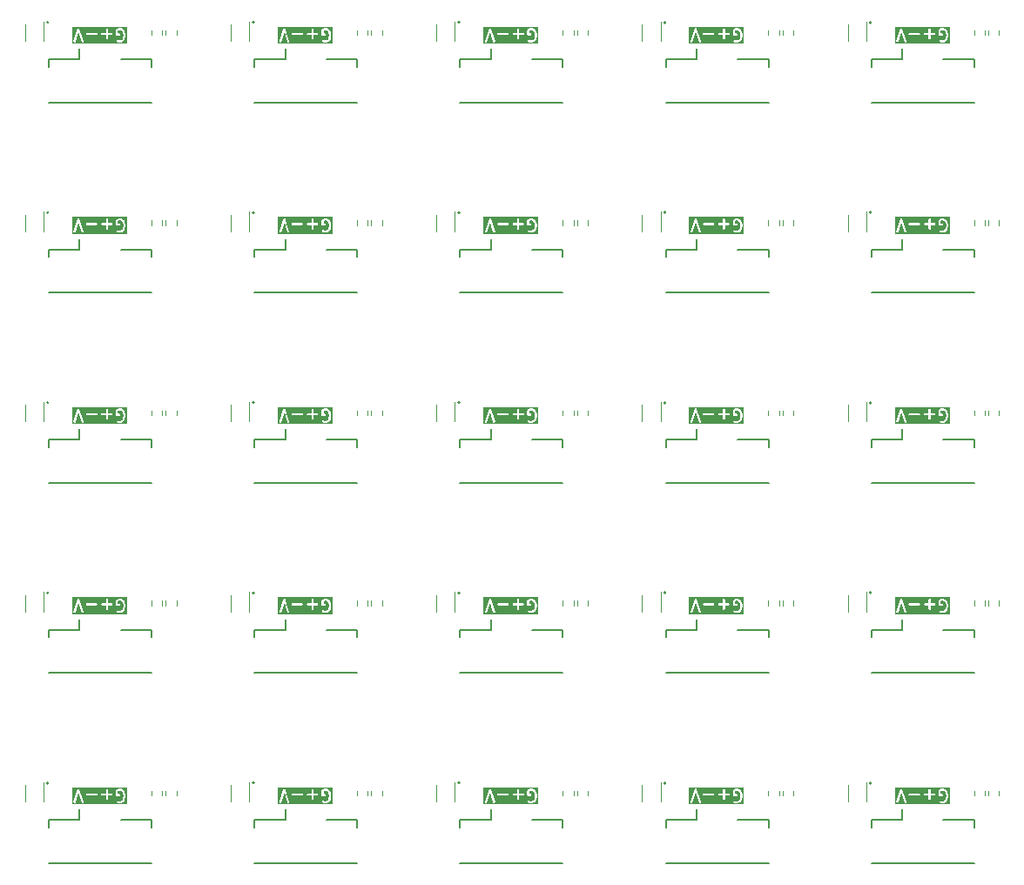
<source format=gto>
%TF.GenerationSoftware,KiCad,Pcbnew,8.0.4*%
%TF.CreationDate,2024-09-08T15:35:45+08:00*%
%TF.ProjectId,c3-fpc-panelized_output,63332d66-7063-42d7-9061-6e656c697a65,rev?*%
%TF.SameCoordinates,PX5836c38PY1312d00*%
%TF.FileFunction,Legend,Top*%
%TF.FilePolarity,Positive*%
%FSLAX46Y46*%
G04 Gerber Fmt 4.6, Leading zero omitted, Abs format (unit mm)*
G04 Created by KiCad (PCBNEW 8.0.4) date 2024-09-08 15:35:45*
%MOMM*%
%LPD*%
G01*
G04 APERTURE LIST*
%ADD10C,0.160000*%
%ADD11C,0.200000*%
%ADD12C,0.120000*%
%ADD13C,0.150000*%
G04 APERTURE END LIST*
D10*
X90981000Y-64100000D02*
G75*
G02*
X90821000Y-64100000I-80000J0D01*
G01*
X90821000Y-64100000D02*
G75*
G02*
X90981000Y-64100000I80000J0D01*
G01*
X30981000Y-64100000D02*
G75*
G02*
X30821000Y-64100000I-80000J0D01*
G01*
X30821000Y-64100000D02*
G75*
G02*
X30981000Y-64100000I80000J0D01*
G01*
X30981000Y-45600000D02*
G75*
G02*
X30821000Y-45600000I-80000J0D01*
G01*
X30821000Y-45600000D02*
G75*
G02*
X30981000Y-45600000I80000J0D01*
G01*
X50981000Y-64100000D02*
G75*
G02*
X50821000Y-64100000I-80000J0D01*
G01*
X50821000Y-64100000D02*
G75*
G02*
X50981000Y-64100000I80000J0D01*
G01*
X90981000Y-8600000D02*
G75*
G02*
X90821000Y-8600000I-80000J0D01*
G01*
X90821000Y-8600000D02*
G75*
G02*
X90981000Y-8600000I80000J0D01*
G01*
X50981000Y-82600000D02*
G75*
G02*
X50821000Y-82600000I-80000J0D01*
G01*
X50821000Y-82600000D02*
G75*
G02*
X50981000Y-82600000I80000J0D01*
G01*
X70981000Y-64100000D02*
G75*
G02*
X70821000Y-64100000I-80000J0D01*
G01*
X70821000Y-64100000D02*
G75*
G02*
X70981000Y-64100000I80000J0D01*
G01*
X50981000Y-8600000D02*
G75*
G02*
X50821000Y-8600000I-80000J0D01*
G01*
X50821000Y-8600000D02*
G75*
G02*
X50981000Y-8600000I80000J0D01*
G01*
X90981000Y-27100000D02*
G75*
G02*
X90821000Y-27100000I-80000J0D01*
G01*
X90821000Y-27100000D02*
G75*
G02*
X90981000Y-27100000I80000J0D01*
G01*
X10981000Y-45600000D02*
G75*
G02*
X10821000Y-45600000I-80000J0D01*
G01*
X10821000Y-45600000D02*
G75*
G02*
X10981000Y-45600000I80000J0D01*
G01*
X70981000Y-8600000D02*
G75*
G02*
X70821000Y-8600000I-80000J0D01*
G01*
X70821000Y-8600000D02*
G75*
G02*
X70981000Y-8600000I80000J0D01*
G01*
X70981000Y-45600000D02*
G75*
G02*
X70821000Y-45600000I-80000J0D01*
G01*
X70821000Y-45600000D02*
G75*
G02*
X70981000Y-45600000I80000J0D01*
G01*
X10981000Y-27100000D02*
G75*
G02*
X10821000Y-27100000I-80000J0D01*
G01*
X10821000Y-27100000D02*
G75*
G02*
X10981000Y-27100000I80000J0D01*
G01*
X70981000Y-27100000D02*
G75*
G02*
X70821000Y-27100000I-80000J0D01*
G01*
X70821000Y-27100000D02*
G75*
G02*
X70981000Y-27100000I80000J0D01*
G01*
X90981000Y-82600000D02*
G75*
G02*
X90821000Y-82600000I-80000J0D01*
G01*
X90821000Y-82600000D02*
G75*
G02*
X90981000Y-82600000I80000J0D01*
G01*
X10981000Y-64100000D02*
G75*
G02*
X10821000Y-64100000I-80000J0D01*
G01*
X10821000Y-64100000D02*
G75*
G02*
X10981000Y-64100000I80000J0D01*
G01*
X30981000Y-27100000D02*
G75*
G02*
X30821000Y-27100000I-80000J0D01*
G01*
X30821000Y-27100000D02*
G75*
G02*
X30981000Y-27100000I80000J0D01*
G01*
X70981000Y-82600000D02*
G75*
G02*
X70821000Y-82600000I-80000J0D01*
G01*
X70821000Y-82600000D02*
G75*
G02*
X70981000Y-82600000I80000J0D01*
G01*
X50981000Y-27100000D02*
G75*
G02*
X50821000Y-27100000I-80000J0D01*
G01*
X50821000Y-27100000D02*
G75*
G02*
X50981000Y-27100000I80000J0D01*
G01*
X50981000Y-45600000D02*
G75*
G02*
X50821000Y-45600000I-80000J0D01*
G01*
X50821000Y-45600000D02*
G75*
G02*
X50981000Y-45600000I80000J0D01*
G01*
X30981000Y-8600000D02*
G75*
G02*
X30821000Y-8600000I-80000J0D01*
G01*
X30821000Y-8600000D02*
G75*
G02*
X30981000Y-8600000I80000J0D01*
G01*
X10981000Y-8600000D02*
G75*
G02*
X10821000Y-8600000I-80000J0D01*
G01*
X10821000Y-8600000D02*
G75*
G02*
X10981000Y-8600000I80000J0D01*
G01*
X10981000Y-82600000D02*
G75*
G02*
X10821000Y-82600000I-80000J0D01*
G01*
X10821000Y-82600000D02*
G75*
G02*
X10981000Y-82600000I80000J0D01*
G01*
X30981000Y-82600000D02*
G75*
G02*
X30821000Y-82600000I-80000J0D01*
G01*
X30821000Y-82600000D02*
G75*
G02*
X30981000Y-82600000I80000J0D01*
G01*
X90981000Y-45600000D02*
G75*
G02*
X90821000Y-45600000I-80000J0D01*
G01*
X90821000Y-45600000D02*
G75*
G02*
X90981000Y-45600000I80000J0D01*
G01*
D11*
G36*
X38605760Y-84690590D02*
G01*
X33282737Y-84690590D01*
X33282737Y-84444750D01*
X33416070Y-84444750D01*
X33418836Y-84483670D01*
X33436286Y-84518569D01*
X33465762Y-84544134D01*
X33502778Y-84556472D01*
X33541698Y-84553706D01*
X33576597Y-84536256D01*
X33602162Y-84506780D01*
X33610153Y-84488880D01*
X33915285Y-83573484D01*
X34220417Y-84488880D01*
X34228408Y-84506780D01*
X34253973Y-84536256D01*
X34288872Y-84553706D01*
X34327792Y-84556472D01*
X34364808Y-84544134D01*
X34394284Y-84518568D01*
X34411734Y-84483670D01*
X34414500Y-84444749D01*
X34410153Y-84425634D01*
X34166572Y-83694891D01*
X34617206Y-83694891D01*
X34617206Y-83733909D01*
X34632138Y-83769957D01*
X34659728Y-83797547D01*
X34695776Y-83812479D01*
X34715285Y-83814400D01*
X35629570Y-83814400D01*
X35649079Y-83812479D01*
X35685127Y-83797547D01*
X35712717Y-83769957D01*
X35727649Y-83733909D01*
X35727649Y-83694891D01*
X36102920Y-83694891D01*
X36102920Y-83733909D01*
X36117852Y-83769957D01*
X36145442Y-83797547D01*
X36181490Y-83812479D01*
X36200999Y-83814400D01*
X36558141Y-83814400D01*
X36558141Y-84171542D01*
X36560062Y-84191051D01*
X36574994Y-84227099D01*
X36602584Y-84254689D01*
X36638632Y-84269621D01*
X36677650Y-84269621D01*
X36713698Y-84254689D01*
X36741288Y-84227099D01*
X36756220Y-84191051D01*
X36758141Y-84171542D01*
X36758141Y-83814400D01*
X37115284Y-83814400D01*
X37134793Y-83812479D01*
X37170841Y-83797547D01*
X37198431Y-83769957D01*
X37213363Y-83733909D01*
X37213363Y-83694891D01*
X37198431Y-83658843D01*
X37170841Y-83631253D01*
X37134793Y-83616321D01*
X37115284Y-83614400D01*
X36758141Y-83614400D01*
X36758141Y-83371542D01*
X37529570Y-83371542D01*
X37529570Y-83771542D01*
X37531491Y-83791051D01*
X37546423Y-83827099D01*
X37574013Y-83854689D01*
X37610061Y-83869621D01*
X37629570Y-83871542D01*
X37858141Y-83871542D01*
X37877650Y-83869621D01*
X37913698Y-83854689D01*
X37941288Y-83827099D01*
X37956220Y-83791051D01*
X37956220Y-83752033D01*
X37941288Y-83715985D01*
X37913698Y-83688395D01*
X37877650Y-83673463D01*
X37858141Y-83671542D01*
X37729570Y-83671542D01*
X37729570Y-83412963D01*
X37740730Y-83401803D01*
X37874368Y-83357257D01*
X37956200Y-83357257D01*
X38089836Y-83401802D01*
X38175954Y-83487920D01*
X38220932Y-83577876D01*
X38272427Y-83783852D01*
X38272427Y-83930660D01*
X38220932Y-84136636D01*
X38175954Y-84226593D01*
X38089837Y-84312711D01*
X37956200Y-84357257D01*
X37824607Y-84357257D01*
X37731434Y-84310671D01*
X37713126Y-84303665D01*
X37674206Y-84300899D01*
X37637190Y-84313238D01*
X37607713Y-84338802D01*
X37590264Y-84373701D01*
X37587498Y-84412621D01*
X37599837Y-84449637D01*
X37625401Y-84479114D01*
X37641992Y-84489557D01*
X37756278Y-84546700D01*
X37774586Y-84553706D01*
X37778169Y-84553960D01*
X37781490Y-84555336D01*
X37800999Y-84557257D01*
X37972427Y-84557257D01*
X37982300Y-84556284D01*
X37984934Y-84556472D01*
X37988397Y-84555684D01*
X37991936Y-84555336D01*
X37994378Y-84554324D01*
X38004050Y-84552125D01*
X38175479Y-84494982D01*
X38193379Y-84486991D01*
X38196094Y-84484636D01*
X38199414Y-84483261D01*
X38214567Y-84470824D01*
X38328852Y-84356538D01*
X38335142Y-84348873D01*
X38337141Y-84347140D01*
X38339036Y-84344127D01*
X38341288Y-84341385D01*
X38342297Y-84338947D01*
X38347584Y-84330549D01*
X38404727Y-84216263D01*
X38405272Y-84214836D01*
X38405703Y-84214256D01*
X38408626Y-84206073D01*
X38411733Y-84197955D01*
X38411784Y-84197234D01*
X38412298Y-84195796D01*
X38469441Y-83967224D01*
X38469940Y-83963844D01*
X38470506Y-83962480D01*
X38471229Y-83955128D01*
X38472309Y-83947832D01*
X38472091Y-83946373D01*
X38472427Y-83942971D01*
X38472427Y-83771542D01*
X38472091Y-83768139D01*
X38472309Y-83766681D01*
X38471229Y-83759384D01*
X38470506Y-83752033D01*
X38469940Y-83750668D01*
X38469441Y-83747289D01*
X38412298Y-83518717D01*
X38411784Y-83517278D01*
X38411733Y-83516558D01*
X38408626Y-83508439D01*
X38405703Y-83500257D01*
X38405272Y-83499676D01*
X38404727Y-83498250D01*
X38347584Y-83383964D01*
X38342298Y-83375567D01*
X38341288Y-83373127D01*
X38339034Y-83370381D01*
X38337141Y-83367373D01*
X38335143Y-83365640D01*
X38328851Y-83357974D01*
X38214567Y-83243689D01*
X38199413Y-83231253D01*
X38196094Y-83229878D01*
X38193379Y-83227523D01*
X38175479Y-83219532D01*
X38004050Y-83162389D01*
X37994378Y-83160189D01*
X37991936Y-83159178D01*
X37988397Y-83158829D01*
X37984934Y-83158042D01*
X37982300Y-83158229D01*
X37972427Y-83157257D01*
X37858141Y-83157257D01*
X37848267Y-83158229D01*
X37845633Y-83158042D01*
X37842169Y-83158829D01*
X37838632Y-83159178D01*
X37836190Y-83160189D01*
X37826518Y-83162389D01*
X37655090Y-83219532D01*
X37637190Y-83227523D01*
X37634475Y-83229877D01*
X37631157Y-83231252D01*
X37616003Y-83243688D01*
X37558860Y-83300831D01*
X37546423Y-83315984D01*
X37541899Y-83326907D01*
X37531491Y-83352033D01*
X37529570Y-83371542D01*
X36758141Y-83371542D01*
X36758141Y-83257257D01*
X36756220Y-83237748D01*
X36741288Y-83201700D01*
X36713698Y-83174110D01*
X36677650Y-83159178D01*
X36638632Y-83159178D01*
X36602584Y-83174110D01*
X36574994Y-83201700D01*
X36560062Y-83237748D01*
X36558141Y-83257257D01*
X36558141Y-83614400D01*
X36200999Y-83614400D01*
X36181490Y-83616321D01*
X36145442Y-83631253D01*
X36117852Y-83658843D01*
X36102920Y-83694891D01*
X35727649Y-83694891D01*
X35712717Y-83658843D01*
X35685127Y-83631253D01*
X35649079Y-83616321D01*
X35629570Y-83614400D01*
X34715285Y-83614400D01*
X34695776Y-83616321D01*
X34659728Y-83631253D01*
X34632138Y-83658843D01*
X34617206Y-83694891D01*
X34166572Y-83694891D01*
X34010153Y-83225634D01*
X34002162Y-83207734D01*
X33997477Y-83202333D01*
X33994284Y-83195946D01*
X33984814Y-83187732D01*
X33976597Y-83178258D01*
X33970207Y-83175063D01*
X33964808Y-83170380D01*
X33952910Y-83166414D01*
X33941698Y-83160808D01*
X33934570Y-83160301D01*
X33927792Y-83158042D01*
X33915285Y-83158930D01*
X33902778Y-83158042D01*
X33895999Y-83160301D01*
X33888872Y-83160808D01*
X33877659Y-83166414D01*
X33865762Y-83170380D01*
X33860362Y-83175063D01*
X33853973Y-83178258D01*
X33845757Y-83187729D01*
X33836286Y-83195945D01*
X33833091Y-83202334D01*
X33828408Y-83207734D01*
X33820417Y-83225634D01*
X33420417Y-84425634D01*
X33416070Y-84444750D01*
X33282737Y-84444750D01*
X33282737Y-83023924D01*
X38605760Y-83023924D01*
X38605760Y-84690590D01*
G37*
G36*
X98605760Y-47690590D02*
G01*
X93282737Y-47690590D01*
X93282737Y-47444750D01*
X93416070Y-47444750D01*
X93418836Y-47483670D01*
X93436286Y-47518569D01*
X93465762Y-47544134D01*
X93502778Y-47556472D01*
X93541698Y-47553706D01*
X93576597Y-47536256D01*
X93602162Y-47506780D01*
X93610153Y-47488880D01*
X93915285Y-46573484D01*
X94220417Y-47488880D01*
X94228408Y-47506780D01*
X94253973Y-47536256D01*
X94288872Y-47553706D01*
X94327792Y-47556472D01*
X94364808Y-47544134D01*
X94394284Y-47518568D01*
X94411734Y-47483670D01*
X94414500Y-47444749D01*
X94410153Y-47425634D01*
X94166572Y-46694891D01*
X94617206Y-46694891D01*
X94617206Y-46733909D01*
X94632138Y-46769957D01*
X94659728Y-46797547D01*
X94695776Y-46812479D01*
X94715285Y-46814400D01*
X95629570Y-46814400D01*
X95649079Y-46812479D01*
X95685127Y-46797547D01*
X95712717Y-46769957D01*
X95727649Y-46733909D01*
X95727649Y-46694891D01*
X96102920Y-46694891D01*
X96102920Y-46733909D01*
X96117852Y-46769957D01*
X96145442Y-46797547D01*
X96181490Y-46812479D01*
X96200999Y-46814400D01*
X96558141Y-46814400D01*
X96558141Y-47171542D01*
X96560062Y-47191051D01*
X96574994Y-47227099D01*
X96602584Y-47254689D01*
X96638632Y-47269621D01*
X96677650Y-47269621D01*
X96713698Y-47254689D01*
X96741288Y-47227099D01*
X96756220Y-47191051D01*
X96758141Y-47171542D01*
X96758141Y-46814400D01*
X97115284Y-46814400D01*
X97134793Y-46812479D01*
X97170841Y-46797547D01*
X97198431Y-46769957D01*
X97213363Y-46733909D01*
X97213363Y-46694891D01*
X97198431Y-46658843D01*
X97170841Y-46631253D01*
X97134793Y-46616321D01*
X97115284Y-46614400D01*
X96758141Y-46614400D01*
X96758141Y-46371542D01*
X97529570Y-46371542D01*
X97529570Y-46771542D01*
X97531491Y-46791051D01*
X97546423Y-46827099D01*
X97574013Y-46854689D01*
X97610061Y-46869621D01*
X97629570Y-46871542D01*
X97858141Y-46871542D01*
X97877650Y-46869621D01*
X97913698Y-46854689D01*
X97941288Y-46827099D01*
X97956220Y-46791051D01*
X97956220Y-46752033D01*
X97941288Y-46715985D01*
X97913698Y-46688395D01*
X97877650Y-46673463D01*
X97858141Y-46671542D01*
X97729570Y-46671542D01*
X97729570Y-46412963D01*
X97740730Y-46401803D01*
X97874368Y-46357257D01*
X97956200Y-46357257D01*
X98089836Y-46401802D01*
X98175954Y-46487920D01*
X98220932Y-46577876D01*
X98272427Y-46783852D01*
X98272427Y-46930660D01*
X98220932Y-47136636D01*
X98175954Y-47226593D01*
X98089837Y-47312711D01*
X97956200Y-47357257D01*
X97824607Y-47357257D01*
X97731434Y-47310671D01*
X97713126Y-47303665D01*
X97674206Y-47300899D01*
X97637190Y-47313238D01*
X97607713Y-47338802D01*
X97590264Y-47373701D01*
X97587498Y-47412621D01*
X97599837Y-47449637D01*
X97625401Y-47479114D01*
X97641992Y-47489557D01*
X97756278Y-47546700D01*
X97774586Y-47553706D01*
X97778169Y-47553960D01*
X97781490Y-47555336D01*
X97800999Y-47557257D01*
X97972427Y-47557257D01*
X97982300Y-47556284D01*
X97984934Y-47556472D01*
X97988397Y-47555684D01*
X97991936Y-47555336D01*
X97994378Y-47554324D01*
X98004050Y-47552125D01*
X98175479Y-47494982D01*
X98193379Y-47486991D01*
X98196094Y-47484636D01*
X98199414Y-47483261D01*
X98214567Y-47470824D01*
X98328852Y-47356538D01*
X98335142Y-47348873D01*
X98337141Y-47347140D01*
X98339036Y-47344127D01*
X98341288Y-47341385D01*
X98342297Y-47338947D01*
X98347584Y-47330549D01*
X98404727Y-47216263D01*
X98405272Y-47214836D01*
X98405703Y-47214256D01*
X98408626Y-47206073D01*
X98411733Y-47197955D01*
X98411784Y-47197234D01*
X98412298Y-47195796D01*
X98469441Y-46967224D01*
X98469940Y-46963844D01*
X98470506Y-46962480D01*
X98471229Y-46955128D01*
X98472309Y-46947832D01*
X98472091Y-46946373D01*
X98472427Y-46942971D01*
X98472427Y-46771542D01*
X98472091Y-46768139D01*
X98472309Y-46766681D01*
X98471229Y-46759384D01*
X98470506Y-46752033D01*
X98469940Y-46750668D01*
X98469441Y-46747289D01*
X98412298Y-46518717D01*
X98411784Y-46517278D01*
X98411733Y-46516558D01*
X98408626Y-46508439D01*
X98405703Y-46500257D01*
X98405272Y-46499676D01*
X98404727Y-46498250D01*
X98347584Y-46383964D01*
X98342298Y-46375567D01*
X98341288Y-46373127D01*
X98339034Y-46370381D01*
X98337141Y-46367373D01*
X98335143Y-46365640D01*
X98328851Y-46357974D01*
X98214567Y-46243689D01*
X98199413Y-46231253D01*
X98196094Y-46229878D01*
X98193379Y-46227523D01*
X98175479Y-46219532D01*
X98004050Y-46162389D01*
X97994378Y-46160189D01*
X97991936Y-46159178D01*
X97988397Y-46158829D01*
X97984934Y-46158042D01*
X97982300Y-46158229D01*
X97972427Y-46157257D01*
X97858141Y-46157257D01*
X97848267Y-46158229D01*
X97845633Y-46158042D01*
X97842169Y-46158829D01*
X97838632Y-46159178D01*
X97836190Y-46160189D01*
X97826518Y-46162389D01*
X97655090Y-46219532D01*
X97637190Y-46227523D01*
X97634475Y-46229877D01*
X97631157Y-46231252D01*
X97616003Y-46243688D01*
X97558860Y-46300831D01*
X97546423Y-46315984D01*
X97541899Y-46326907D01*
X97531491Y-46352033D01*
X97529570Y-46371542D01*
X96758141Y-46371542D01*
X96758141Y-46257257D01*
X96756220Y-46237748D01*
X96741288Y-46201700D01*
X96713698Y-46174110D01*
X96677650Y-46159178D01*
X96638632Y-46159178D01*
X96602584Y-46174110D01*
X96574994Y-46201700D01*
X96560062Y-46237748D01*
X96558141Y-46257257D01*
X96558141Y-46614400D01*
X96200999Y-46614400D01*
X96181490Y-46616321D01*
X96145442Y-46631253D01*
X96117852Y-46658843D01*
X96102920Y-46694891D01*
X95727649Y-46694891D01*
X95712717Y-46658843D01*
X95685127Y-46631253D01*
X95649079Y-46616321D01*
X95629570Y-46614400D01*
X94715285Y-46614400D01*
X94695776Y-46616321D01*
X94659728Y-46631253D01*
X94632138Y-46658843D01*
X94617206Y-46694891D01*
X94166572Y-46694891D01*
X94010153Y-46225634D01*
X94002162Y-46207734D01*
X93997477Y-46202333D01*
X93994284Y-46195946D01*
X93984814Y-46187732D01*
X93976597Y-46178258D01*
X93970207Y-46175063D01*
X93964808Y-46170380D01*
X93952910Y-46166414D01*
X93941698Y-46160808D01*
X93934570Y-46160301D01*
X93927792Y-46158042D01*
X93915285Y-46158930D01*
X93902778Y-46158042D01*
X93895999Y-46160301D01*
X93888872Y-46160808D01*
X93877659Y-46166414D01*
X93865762Y-46170380D01*
X93860362Y-46175063D01*
X93853973Y-46178258D01*
X93845757Y-46187729D01*
X93836286Y-46195945D01*
X93833091Y-46202334D01*
X93828408Y-46207734D01*
X93820417Y-46225634D01*
X93420417Y-47425634D01*
X93416070Y-47444750D01*
X93282737Y-47444750D01*
X93282737Y-46023924D01*
X98605760Y-46023924D01*
X98605760Y-47690590D01*
G37*
G36*
X78605760Y-29190590D02*
G01*
X73282737Y-29190590D01*
X73282737Y-28944750D01*
X73416070Y-28944750D01*
X73418836Y-28983670D01*
X73436286Y-29018569D01*
X73465762Y-29044134D01*
X73502778Y-29056472D01*
X73541698Y-29053706D01*
X73576597Y-29036256D01*
X73602162Y-29006780D01*
X73610153Y-28988880D01*
X73915285Y-28073484D01*
X74220417Y-28988880D01*
X74228408Y-29006780D01*
X74253973Y-29036256D01*
X74288872Y-29053706D01*
X74327792Y-29056472D01*
X74364808Y-29044134D01*
X74394284Y-29018568D01*
X74411734Y-28983670D01*
X74414500Y-28944749D01*
X74410153Y-28925634D01*
X74166572Y-28194891D01*
X74617206Y-28194891D01*
X74617206Y-28233909D01*
X74632138Y-28269957D01*
X74659728Y-28297547D01*
X74695776Y-28312479D01*
X74715285Y-28314400D01*
X75629570Y-28314400D01*
X75649079Y-28312479D01*
X75685127Y-28297547D01*
X75712717Y-28269957D01*
X75727649Y-28233909D01*
X75727649Y-28194891D01*
X76102920Y-28194891D01*
X76102920Y-28233909D01*
X76117852Y-28269957D01*
X76145442Y-28297547D01*
X76181490Y-28312479D01*
X76200999Y-28314400D01*
X76558141Y-28314400D01*
X76558141Y-28671542D01*
X76560062Y-28691051D01*
X76574994Y-28727099D01*
X76602584Y-28754689D01*
X76638632Y-28769621D01*
X76677650Y-28769621D01*
X76713698Y-28754689D01*
X76741288Y-28727099D01*
X76756220Y-28691051D01*
X76758141Y-28671542D01*
X76758141Y-28314400D01*
X77115284Y-28314400D01*
X77134793Y-28312479D01*
X77170841Y-28297547D01*
X77198431Y-28269957D01*
X77213363Y-28233909D01*
X77213363Y-28194891D01*
X77198431Y-28158843D01*
X77170841Y-28131253D01*
X77134793Y-28116321D01*
X77115284Y-28114400D01*
X76758141Y-28114400D01*
X76758141Y-27871542D01*
X77529570Y-27871542D01*
X77529570Y-28271542D01*
X77531491Y-28291051D01*
X77546423Y-28327099D01*
X77574013Y-28354689D01*
X77610061Y-28369621D01*
X77629570Y-28371542D01*
X77858141Y-28371542D01*
X77877650Y-28369621D01*
X77913698Y-28354689D01*
X77941288Y-28327099D01*
X77956220Y-28291051D01*
X77956220Y-28252033D01*
X77941288Y-28215985D01*
X77913698Y-28188395D01*
X77877650Y-28173463D01*
X77858141Y-28171542D01*
X77729570Y-28171542D01*
X77729570Y-27912963D01*
X77740730Y-27901803D01*
X77874368Y-27857257D01*
X77956200Y-27857257D01*
X78089836Y-27901802D01*
X78175954Y-27987920D01*
X78220932Y-28077876D01*
X78272427Y-28283852D01*
X78272427Y-28430660D01*
X78220932Y-28636636D01*
X78175954Y-28726593D01*
X78089837Y-28812711D01*
X77956200Y-28857257D01*
X77824607Y-28857257D01*
X77731434Y-28810671D01*
X77713126Y-28803665D01*
X77674206Y-28800899D01*
X77637190Y-28813238D01*
X77607713Y-28838802D01*
X77590264Y-28873701D01*
X77587498Y-28912621D01*
X77599837Y-28949637D01*
X77625401Y-28979114D01*
X77641992Y-28989557D01*
X77756278Y-29046700D01*
X77774586Y-29053706D01*
X77778169Y-29053960D01*
X77781490Y-29055336D01*
X77800999Y-29057257D01*
X77972427Y-29057257D01*
X77982300Y-29056284D01*
X77984934Y-29056472D01*
X77988397Y-29055684D01*
X77991936Y-29055336D01*
X77994378Y-29054324D01*
X78004050Y-29052125D01*
X78175479Y-28994982D01*
X78193379Y-28986991D01*
X78196094Y-28984636D01*
X78199414Y-28983261D01*
X78214567Y-28970824D01*
X78328852Y-28856538D01*
X78335142Y-28848873D01*
X78337141Y-28847140D01*
X78339036Y-28844127D01*
X78341288Y-28841385D01*
X78342297Y-28838947D01*
X78347584Y-28830549D01*
X78404727Y-28716263D01*
X78405272Y-28714836D01*
X78405703Y-28714256D01*
X78408626Y-28706073D01*
X78411733Y-28697955D01*
X78411784Y-28697234D01*
X78412298Y-28695796D01*
X78469441Y-28467224D01*
X78469940Y-28463844D01*
X78470506Y-28462480D01*
X78471229Y-28455128D01*
X78472309Y-28447832D01*
X78472091Y-28446373D01*
X78472427Y-28442971D01*
X78472427Y-28271542D01*
X78472091Y-28268139D01*
X78472309Y-28266681D01*
X78471229Y-28259384D01*
X78470506Y-28252033D01*
X78469940Y-28250668D01*
X78469441Y-28247289D01*
X78412298Y-28018717D01*
X78411784Y-28017278D01*
X78411733Y-28016558D01*
X78408626Y-28008439D01*
X78405703Y-28000257D01*
X78405272Y-27999676D01*
X78404727Y-27998250D01*
X78347584Y-27883964D01*
X78342298Y-27875567D01*
X78341288Y-27873127D01*
X78339034Y-27870381D01*
X78337141Y-27867373D01*
X78335143Y-27865640D01*
X78328851Y-27857974D01*
X78214567Y-27743689D01*
X78199413Y-27731253D01*
X78196094Y-27729878D01*
X78193379Y-27727523D01*
X78175479Y-27719532D01*
X78004050Y-27662389D01*
X77994378Y-27660189D01*
X77991936Y-27659178D01*
X77988397Y-27658829D01*
X77984934Y-27658042D01*
X77982300Y-27658229D01*
X77972427Y-27657257D01*
X77858141Y-27657257D01*
X77848267Y-27658229D01*
X77845633Y-27658042D01*
X77842169Y-27658829D01*
X77838632Y-27659178D01*
X77836190Y-27660189D01*
X77826518Y-27662389D01*
X77655090Y-27719532D01*
X77637190Y-27727523D01*
X77634475Y-27729877D01*
X77631157Y-27731252D01*
X77616003Y-27743688D01*
X77558860Y-27800831D01*
X77546423Y-27815984D01*
X77541899Y-27826907D01*
X77531491Y-27852033D01*
X77529570Y-27871542D01*
X76758141Y-27871542D01*
X76758141Y-27757257D01*
X76756220Y-27737748D01*
X76741288Y-27701700D01*
X76713698Y-27674110D01*
X76677650Y-27659178D01*
X76638632Y-27659178D01*
X76602584Y-27674110D01*
X76574994Y-27701700D01*
X76560062Y-27737748D01*
X76558141Y-27757257D01*
X76558141Y-28114400D01*
X76200999Y-28114400D01*
X76181490Y-28116321D01*
X76145442Y-28131253D01*
X76117852Y-28158843D01*
X76102920Y-28194891D01*
X75727649Y-28194891D01*
X75712717Y-28158843D01*
X75685127Y-28131253D01*
X75649079Y-28116321D01*
X75629570Y-28114400D01*
X74715285Y-28114400D01*
X74695776Y-28116321D01*
X74659728Y-28131253D01*
X74632138Y-28158843D01*
X74617206Y-28194891D01*
X74166572Y-28194891D01*
X74010153Y-27725634D01*
X74002162Y-27707734D01*
X73997477Y-27702333D01*
X73994284Y-27695946D01*
X73984814Y-27687732D01*
X73976597Y-27678258D01*
X73970207Y-27675063D01*
X73964808Y-27670380D01*
X73952910Y-27666414D01*
X73941698Y-27660808D01*
X73934570Y-27660301D01*
X73927792Y-27658042D01*
X73915285Y-27658930D01*
X73902778Y-27658042D01*
X73895999Y-27660301D01*
X73888872Y-27660808D01*
X73877659Y-27666414D01*
X73865762Y-27670380D01*
X73860362Y-27675063D01*
X73853973Y-27678258D01*
X73845757Y-27687729D01*
X73836286Y-27695945D01*
X73833091Y-27702334D01*
X73828408Y-27707734D01*
X73820417Y-27725634D01*
X73420417Y-28925634D01*
X73416070Y-28944750D01*
X73282737Y-28944750D01*
X73282737Y-27523924D01*
X78605760Y-27523924D01*
X78605760Y-29190590D01*
G37*
G36*
X98605760Y-66190590D02*
G01*
X93282737Y-66190590D01*
X93282737Y-65944750D01*
X93416070Y-65944750D01*
X93418836Y-65983670D01*
X93436286Y-66018569D01*
X93465762Y-66044134D01*
X93502778Y-66056472D01*
X93541698Y-66053706D01*
X93576597Y-66036256D01*
X93602162Y-66006780D01*
X93610153Y-65988880D01*
X93915285Y-65073484D01*
X94220417Y-65988880D01*
X94228408Y-66006780D01*
X94253973Y-66036256D01*
X94288872Y-66053706D01*
X94327792Y-66056472D01*
X94364808Y-66044134D01*
X94394284Y-66018568D01*
X94411734Y-65983670D01*
X94414500Y-65944749D01*
X94410153Y-65925634D01*
X94166572Y-65194891D01*
X94617206Y-65194891D01*
X94617206Y-65233909D01*
X94632138Y-65269957D01*
X94659728Y-65297547D01*
X94695776Y-65312479D01*
X94715285Y-65314400D01*
X95629570Y-65314400D01*
X95649079Y-65312479D01*
X95685127Y-65297547D01*
X95712717Y-65269957D01*
X95727649Y-65233909D01*
X95727649Y-65194891D01*
X96102920Y-65194891D01*
X96102920Y-65233909D01*
X96117852Y-65269957D01*
X96145442Y-65297547D01*
X96181490Y-65312479D01*
X96200999Y-65314400D01*
X96558141Y-65314400D01*
X96558141Y-65671542D01*
X96560062Y-65691051D01*
X96574994Y-65727099D01*
X96602584Y-65754689D01*
X96638632Y-65769621D01*
X96677650Y-65769621D01*
X96713698Y-65754689D01*
X96741288Y-65727099D01*
X96756220Y-65691051D01*
X96758141Y-65671542D01*
X96758141Y-65314400D01*
X97115284Y-65314400D01*
X97134793Y-65312479D01*
X97170841Y-65297547D01*
X97198431Y-65269957D01*
X97213363Y-65233909D01*
X97213363Y-65194891D01*
X97198431Y-65158843D01*
X97170841Y-65131253D01*
X97134793Y-65116321D01*
X97115284Y-65114400D01*
X96758141Y-65114400D01*
X96758141Y-64871542D01*
X97529570Y-64871542D01*
X97529570Y-65271542D01*
X97531491Y-65291051D01*
X97546423Y-65327099D01*
X97574013Y-65354689D01*
X97610061Y-65369621D01*
X97629570Y-65371542D01*
X97858141Y-65371542D01*
X97877650Y-65369621D01*
X97913698Y-65354689D01*
X97941288Y-65327099D01*
X97956220Y-65291051D01*
X97956220Y-65252033D01*
X97941288Y-65215985D01*
X97913698Y-65188395D01*
X97877650Y-65173463D01*
X97858141Y-65171542D01*
X97729570Y-65171542D01*
X97729570Y-64912963D01*
X97740730Y-64901803D01*
X97874368Y-64857257D01*
X97956200Y-64857257D01*
X98089836Y-64901802D01*
X98175954Y-64987920D01*
X98220932Y-65077876D01*
X98272427Y-65283852D01*
X98272427Y-65430660D01*
X98220932Y-65636636D01*
X98175954Y-65726593D01*
X98089837Y-65812711D01*
X97956200Y-65857257D01*
X97824607Y-65857257D01*
X97731434Y-65810671D01*
X97713126Y-65803665D01*
X97674206Y-65800899D01*
X97637190Y-65813238D01*
X97607713Y-65838802D01*
X97590264Y-65873701D01*
X97587498Y-65912621D01*
X97599837Y-65949637D01*
X97625401Y-65979114D01*
X97641992Y-65989557D01*
X97756278Y-66046700D01*
X97774586Y-66053706D01*
X97778169Y-66053960D01*
X97781490Y-66055336D01*
X97800999Y-66057257D01*
X97972427Y-66057257D01*
X97982300Y-66056284D01*
X97984934Y-66056472D01*
X97988397Y-66055684D01*
X97991936Y-66055336D01*
X97994378Y-66054324D01*
X98004050Y-66052125D01*
X98175479Y-65994982D01*
X98193379Y-65986991D01*
X98196094Y-65984636D01*
X98199414Y-65983261D01*
X98214567Y-65970824D01*
X98328852Y-65856538D01*
X98335142Y-65848873D01*
X98337141Y-65847140D01*
X98339036Y-65844127D01*
X98341288Y-65841385D01*
X98342297Y-65838947D01*
X98347584Y-65830549D01*
X98404727Y-65716263D01*
X98405272Y-65714836D01*
X98405703Y-65714256D01*
X98408626Y-65706073D01*
X98411733Y-65697955D01*
X98411784Y-65697234D01*
X98412298Y-65695796D01*
X98469441Y-65467224D01*
X98469940Y-65463844D01*
X98470506Y-65462480D01*
X98471229Y-65455128D01*
X98472309Y-65447832D01*
X98472091Y-65446373D01*
X98472427Y-65442971D01*
X98472427Y-65271542D01*
X98472091Y-65268139D01*
X98472309Y-65266681D01*
X98471229Y-65259384D01*
X98470506Y-65252033D01*
X98469940Y-65250668D01*
X98469441Y-65247289D01*
X98412298Y-65018717D01*
X98411784Y-65017278D01*
X98411733Y-65016558D01*
X98408626Y-65008439D01*
X98405703Y-65000257D01*
X98405272Y-64999676D01*
X98404727Y-64998250D01*
X98347584Y-64883964D01*
X98342298Y-64875567D01*
X98341288Y-64873127D01*
X98339034Y-64870381D01*
X98337141Y-64867373D01*
X98335143Y-64865640D01*
X98328851Y-64857974D01*
X98214567Y-64743689D01*
X98199413Y-64731253D01*
X98196094Y-64729878D01*
X98193379Y-64727523D01*
X98175479Y-64719532D01*
X98004050Y-64662389D01*
X97994378Y-64660189D01*
X97991936Y-64659178D01*
X97988397Y-64658829D01*
X97984934Y-64658042D01*
X97982300Y-64658229D01*
X97972427Y-64657257D01*
X97858141Y-64657257D01*
X97848267Y-64658229D01*
X97845633Y-64658042D01*
X97842169Y-64658829D01*
X97838632Y-64659178D01*
X97836190Y-64660189D01*
X97826518Y-64662389D01*
X97655090Y-64719532D01*
X97637190Y-64727523D01*
X97634475Y-64729877D01*
X97631157Y-64731252D01*
X97616003Y-64743688D01*
X97558860Y-64800831D01*
X97546423Y-64815984D01*
X97541899Y-64826907D01*
X97531491Y-64852033D01*
X97529570Y-64871542D01*
X96758141Y-64871542D01*
X96758141Y-64757257D01*
X96756220Y-64737748D01*
X96741288Y-64701700D01*
X96713698Y-64674110D01*
X96677650Y-64659178D01*
X96638632Y-64659178D01*
X96602584Y-64674110D01*
X96574994Y-64701700D01*
X96560062Y-64737748D01*
X96558141Y-64757257D01*
X96558141Y-65114400D01*
X96200999Y-65114400D01*
X96181490Y-65116321D01*
X96145442Y-65131253D01*
X96117852Y-65158843D01*
X96102920Y-65194891D01*
X95727649Y-65194891D01*
X95712717Y-65158843D01*
X95685127Y-65131253D01*
X95649079Y-65116321D01*
X95629570Y-65114400D01*
X94715285Y-65114400D01*
X94695776Y-65116321D01*
X94659728Y-65131253D01*
X94632138Y-65158843D01*
X94617206Y-65194891D01*
X94166572Y-65194891D01*
X94010153Y-64725634D01*
X94002162Y-64707734D01*
X93997477Y-64702333D01*
X93994284Y-64695946D01*
X93984814Y-64687732D01*
X93976597Y-64678258D01*
X93970207Y-64675063D01*
X93964808Y-64670380D01*
X93952910Y-64666414D01*
X93941698Y-64660808D01*
X93934570Y-64660301D01*
X93927792Y-64658042D01*
X93915285Y-64658930D01*
X93902778Y-64658042D01*
X93895999Y-64660301D01*
X93888872Y-64660808D01*
X93877659Y-64666414D01*
X93865762Y-64670380D01*
X93860362Y-64675063D01*
X93853973Y-64678258D01*
X93845757Y-64687729D01*
X93836286Y-64695945D01*
X93833091Y-64702334D01*
X93828408Y-64707734D01*
X93820417Y-64725634D01*
X93420417Y-65925634D01*
X93416070Y-65944750D01*
X93282737Y-65944750D01*
X93282737Y-64523924D01*
X98605760Y-64523924D01*
X98605760Y-66190590D01*
G37*
G36*
X78605760Y-10690590D02*
G01*
X73282737Y-10690590D01*
X73282737Y-10444750D01*
X73416070Y-10444750D01*
X73418836Y-10483670D01*
X73436286Y-10518569D01*
X73465762Y-10544134D01*
X73502778Y-10556472D01*
X73541698Y-10553706D01*
X73576597Y-10536256D01*
X73602162Y-10506780D01*
X73610153Y-10488880D01*
X73915285Y-9573484D01*
X74220417Y-10488880D01*
X74228408Y-10506780D01*
X74253973Y-10536256D01*
X74288872Y-10553706D01*
X74327792Y-10556472D01*
X74364808Y-10544134D01*
X74394284Y-10518568D01*
X74411734Y-10483670D01*
X74414500Y-10444749D01*
X74410153Y-10425634D01*
X74166572Y-9694891D01*
X74617206Y-9694891D01*
X74617206Y-9733909D01*
X74632138Y-9769957D01*
X74659728Y-9797547D01*
X74695776Y-9812479D01*
X74715285Y-9814400D01*
X75629570Y-9814400D01*
X75649079Y-9812479D01*
X75685127Y-9797547D01*
X75712717Y-9769957D01*
X75727649Y-9733909D01*
X75727649Y-9694891D01*
X76102920Y-9694891D01*
X76102920Y-9733909D01*
X76117852Y-9769957D01*
X76145442Y-9797547D01*
X76181490Y-9812479D01*
X76200999Y-9814400D01*
X76558141Y-9814400D01*
X76558141Y-10171542D01*
X76560062Y-10191051D01*
X76574994Y-10227099D01*
X76602584Y-10254689D01*
X76638632Y-10269621D01*
X76677650Y-10269621D01*
X76713698Y-10254689D01*
X76741288Y-10227099D01*
X76756220Y-10191051D01*
X76758141Y-10171542D01*
X76758141Y-9814400D01*
X77115284Y-9814400D01*
X77134793Y-9812479D01*
X77170841Y-9797547D01*
X77198431Y-9769957D01*
X77213363Y-9733909D01*
X77213363Y-9694891D01*
X77198431Y-9658843D01*
X77170841Y-9631253D01*
X77134793Y-9616321D01*
X77115284Y-9614400D01*
X76758141Y-9614400D01*
X76758141Y-9371542D01*
X77529570Y-9371542D01*
X77529570Y-9771542D01*
X77531491Y-9791051D01*
X77546423Y-9827099D01*
X77574013Y-9854689D01*
X77610061Y-9869621D01*
X77629570Y-9871542D01*
X77858141Y-9871542D01*
X77877650Y-9869621D01*
X77913698Y-9854689D01*
X77941288Y-9827099D01*
X77956220Y-9791051D01*
X77956220Y-9752033D01*
X77941288Y-9715985D01*
X77913698Y-9688395D01*
X77877650Y-9673463D01*
X77858141Y-9671542D01*
X77729570Y-9671542D01*
X77729570Y-9412963D01*
X77740730Y-9401803D01*
X77874368Y-9357257D01*
X77956200Y-9357257D01*
X78089836Y-9401802D01*
X78175954Y-9487920D01*
X78220932Y-9577876D01*
X78272427Y-9783852D01*
X78272427Y-9930660D01*
X78220932Y-10136636D01*
X78175954Y-10226593D01*
X78089837Y-10312711D01*
X77956200Y-10357257D01*
X77824607Y-10357257D01*
X77731434Y-10310671D01*
X77713126Y-10303665D01*
X77674206Y-10300899D01*
X77637190Y-10313238D01*
X77607713Y-10338802D01*
X77590264Y-10373701D01*
X77587498Y-10412621D01*
X77599837Y-10449637D01*
X77625401Y-10479114D01*
X77641992Y-10489557D01*
X77756278Y-10546700D01*
X77774586Y-10553706D01*
X77778169Y-10553960D01*
X77781490Y-10555336D01*
X77800999Y-10557257D01*
X77972427Y-10557257D01*
X77982300Y-10556284D01*
X77984934Y-10556472D01*
X77988397Y-10555684D01*
X77991936Y-10555336D01*
X77994378Y-10554324D01*
X78004050Y-10552125D01*
X78175479Y-10494982D01*
X78193379Y-10486991D01*
X78196094Y-10484636D01*
X78199414Y-10483261D01*
X78214567Y-10470824D01*
X78328852Y-10356538D01*
X78335142Y-10348873D01*
X78337141Y-10347140D01*
X78339036Y-10344127D01*
X78341288Y-10341385D01*
X78342297Y-10338947D01*
X78347584Y-10330549D01*
X78404727Y-10216263D01*
X78405272Y-10214836D01*
X78405703Y-10214256D01*
X78408626Y-10206073D01*
X78411733Y-10197955D01*
X78411784Y-10197234D01*
X78412298Y-10195796D01*
X78469441Y-9967224D01*
X78469940Y-9963844D01*
X78470506Y-9962480D01*
X78471229Y-9955128D01*
X78472309Y-9947832D01*
X78472091Y-9946373D01*
X78472427Y-9942971D01*
X78472427Y-9771542D01*
X78472091Y-9768139D01*
X78472309Y-9766681D01*
X78471229Y-9759384D01*
X78470506Y-9752033D01*
X78469940Y-9750668D01*
X78469441Y-9747289D01*
X78412298Y-9518717D01*
X78411784Y-9517278D01*
X78411733Y-9516558D01*
X78408626Y-9508439D01*
X78405703Y-9500257D01*
X78405272Y-9499676D01*
X78404727Y-9498250D01*
X78347584Y-9383964D01*
X78342298Y-9375567D01*
X78341288Y-9373127D01*
X78339034Y-9370381D01*
X78337141Y-9367373D01*
X78335143Y-9365640D01*
X78328851Y-9357974D01*
X78214567Y-9243689D01*
X78199413Y-9231253D01*
X78196094Y-9229878D01*
X78193379Y-9227523D01*
X78175479Y-9219532D01*
X78004050Y-9162389D01*
X77994378Y-9160189D01*
X77991936Y-9159178D01*
X77988397Y-9158829D01*
X77984934Y-9158042D01*
X77982300Y-9158229D01*
X77972427Y-9157257D01*
X77858141Y-9157257D01*
X77848267Y-9158229D01*
X77845633Y-9158042D01*
X77842169Y-9158829D01*
X77838632Y-9159178D01*
X77836190Y-9160189D01*
X77826518Y-9162389D01*
X77655090Y-9219532D01*
X77637190Y-9227523D01*
X77634475Y-9229877D01*
X77631157Y-9231252D01*
X77616003Y-9243688D01*
X77558860Y-9300831D01*
X77546423Y-9315984D01*
X77541899Y-9326907D01*
X77531491Y-9352033D01*
X77529570Y-9371542D01*
X76758141Y-9371542D01*
X76758141Y-9257257D01*
X76756220Y-9237748D01*
X76741288Y-9201700D01*
X76713698Y-9174110D01*
X76677650Y-9159178D01*
X76638632Y-9159178D01*
X76602584Y-9174110D01*
X76574994Y-9201700D01*
X76560062Y-9237748D01*
X76558141Y-9257257D01*
X76558141Y-9614400D01*
X76200999Y-9614400D01*
X76181490Y-9616321D01*
X76145442Y-9631253D01*
X76117852Y-9658843D01*
X76102920Y-9694891D01*
X75727649Y-9694891D01*
X75712717Y-9658843D01*
X75685127Y-9631253D01*
X75649079Y-9616321D01*
X75629570Y-9614400D01*
X74715285Y-9614400D01*
X74695776Y-9616321D01*
X74659728Y-9631253D01*
X74632138Y-9658843D01*
X74617206Y-9694891D01*
X74166572Y-9694891D01*
X74010153Y-9225634D01*
X74002162Y-9207734D01*
X73997477Y-9202333D01*
X73994284Y-9195946D01*
X73984814Y-9187732D01*
X73976597Y-9178258D01*
X73970207Y-9175063D01*
X73964808Y-9170380D01*
X73952910Y-9166414D01*
X73941698Y-9160808D01*
X73934570Y-9160301D01*
X73927792Y-9158042D01*
X73915285Y-9158930D01*
X73902778Y-9158042D01*
X73895999Y-9160301D01*
X73888872Y-9160808D01*
X73877659Y-9166414D01*
X73865762Y-9170380D01*
X73860362Y-9175063D01*
X73853973Y-9178258D01*
X73845757Y-9187729D01*
X73836286Y-9195945D01*
X73833091Y-9202334D01*
X73828408Y-9207734D01*
X73820417Y-9225634D01*
X73420417Y-10425634D01*
X73416070Y-10444750D01*
X73282737Y-10444750D01*
X73282737Y-9023924D01*
X78605760Y-9023924D01*
X78605760Y-10690590D01*
G37*
G36*
X78605760Y-66190590D02*
G01*
X73282737Y-66190590D01*
X73282737Y-65944750D01*
X73416070Y-65944750D01*
X73418836Y-65983670D01*
X73436286Y-66018569D01*
X73465762Y-66044134D01*
X73502778Y-66056472D01*
X73541698Y-66053706D01*
X73576597Y-66036256D01*
X73602162Y-66006780D01*
X73610153Y-65988880D01*
X73915285Y-65073484D01*
X74220417Y-65988880D01*
X74228408Y-66006780D01*
X74253973Y-66036256D01*
X74288872Y-66053706D01*
X74327792Y-66056472D01*
X74364808Y-66044134D01*
X74394284Y-66018568D01*
X74411734Y-65983670D01*
X74414500Y-65944749D01*
X74410153Y-65925634D01*
X74166572Y-65194891D01*
X74617206Y-65194891D01*
X74617206Y-65233909D01*
X74632138Y-65269957D01*
X74659728Y-65297547D01*
X74695776Y-65312479D01*
X74715285Y-65314400D01*
X75629570Y-65314400D01*
X75649079Y-65312479D01*
X75685127Y-65297547D01*
X75712717Y-65269957D01*
X75727649Y-65233909D01*
X75727649Y-65194891D01*
X76102920Y-65194891D01*
X76102920Y-65233909D01*
X76117852Y-65269957D01*
X76145442Y-65297547D01*
X76181490Y-65312479D01*
X76200999Y-65314400D01*
X76558141Y-65314400D01*
X76558141Y-65671542D01*
X76560062Y-65691051D01*
X76574994Y-65727099D01*
X76602584Y-65754689D01*
X76638632Y-65769621D01*
X76677650Y-65769621D01*
X76713698Y-65754689D01*
X76741288Y-65727099D01*
X76756220Y-65691051D01*
X76758141Y-65671542D01*
X76758141Y-65314400D01*
X77115284Y-65314400D01*
X77134793Y-65312479D01*
X77170841Y-65297547D01*
X77198431Y-65269957D01*
X77213363Y-65233909D01*
X77213363Y-65194891D01*
X77198431Y-65158843D01*
X77170841Y-65131253D01*
X77134793Y-65116321D01*
X77115284Y-65114400D01*
X76758141Y-65114400D01*
X76758141Y-64871542D01*
X77529570Y-64871542D01*
X77529570Y-65271542D01*
X77531491Y-65291051D01*
X77546423Y-65327099D01*
X77574013Y-65354689D01*
X77610061Y-65369621D01*
X77629570Y-65371542D01*
X77858141Y-65371542D01*
X77877650Y-65369621D01*
X77913698Y-65354689D01*
X77941288Y-65327099D01*
X77956220Y-65291051D01*
X77956220Y-65252033D01*
X77941288Y-65215985D01*
X77913698Y-65188395D01*
X77877650Y-65173463D01*
X77858141Y-65171542D01*
X77729570Y-65171542D01*
X77729570Y-64912963D01*
X77740730Y-64901803D01*
X77874368Y-64857257D01*
X77956200Y-64857257D01*
X78089836Y-64901802D01*
X78175954Y-64987920D01*
X78220932Y-65077876D01*
X78272427Y-65283852D01*
X78272427Y-65430660D01*
X78220932Y-65636636D01*
X78175954Y-65726593D01*
X78089837Y-65812711D01*
X77956200Y-65857257D01*
X77824607Y-65857257D01*
X77731434Y-65810671D01*
X77713126Y-65803665D01*
X77674206Y-65800899D01*
X77637190Y-65813238D01*
X77607713Y-65838802D01*
X77590264Y-65873701D01*
X77587498Y-65912621D01*
X77599837Y-65949637D01*
X77625401Y-65979114D01*
X77641992Y-65989557D01*
X77756278Y-66046700D01*
X77774586Y-66053706D01*
X77778169Y-66053960D01*
X77781490Y-66055336D01*
X77800999Y-66057257D01*
X77972427Y-66057257D01*
X77982300Y-66056284D01*
X77984934Y-66056472D01*
X77988397Y-66055684D01*
X77991936Y-66055336D01*
X77994378Y-66054324D01*
X78004050Y-66052125D01*
X78175479Y-65994982D01*
X78193379Y-65986991D01*
X78196094Y-65984636D01*
X78199414Y-65983261D01*
X78214567Y-65970824D01*
X78328852Y-65856538D01*
X78335142Y-65848873D01*
X78337141Y-65847140D01*
X78339036Y-65844127D01*
X78341288Y-65841385D01*
X78342297Y-65838947D01*
X78347584Y-65830549D01*
X78404727Y-65716263D01*
X78405272Y-65714836D01*
X78405703Y-65714256D01*
X78408626Y-65706073D01*
X78411733Y-65697955D01*
X78411784Y-65697234D01*
X78412298Y-65695796D01*
X78469441Y-65467224D01*
X78469940Y-65463844D01*
X78470506Y-65462480D01*
X78471229Y-65455128D01*
X78472309Y-65447832D01*
X78472091Y-65446373D01*
X78472427Y-65442971D01*
X78472427Y-65271542D01*
X78472091Y-65268139D01*
X78472309Y-65266681D01*
X78471229Y-65259384D01*
X78470506Y-65252033D01*
X78469940Y-65250668D01*
X78469441Y-65247289D01*
X78412298Y-65018717D01*
X78411784Y-65017278D01*
X78411733Y-65016558D01*
X78408626Y-65008439D01*
X78405703Y-65000257D01*
X78405272Y-64999676D01*
X78404727Y-64998250D01*
X78347584Y-64883964D01*
X78342298Y-64875567D01*
X78341288Y-64873127D01*
X78339034Y-64870381D01*
X78337141Y-64867373D01*
X78335143Y-64865640D01*
X78328851Y-64857974D01*
X78214567Y-64743689D01*
X78199413Y-64731253D01*
X78196094Y-64729878D01*
X78193379Y-64727523D01*
X78175479Y-64719532D01*
X78004050Y-64662389D01*
X77994378Y-64660189D01*
X77991936Y-64659178D01*
X77988397Y-64658829D01*
X77984934Y-64658042D01*
X77982300Y-64658229D01*
X77972427Y-64657257D01*
X77858141Y-64657257D01*
X77848267Y-64658229D01*
X77845633Y-64658042D01*
X77842169Y-64658829D01*
X77838632Y-64659178D01*
X77836190Y-64660189D01*
X77826518Y-64662389D01*
X77655090Y-64719532D01*
X77637190Y-64727523D01*
X77634475Y-64729877D01*
X77631157Y-64731252D01*
X77616003Y-64743688D01*
X77558860Y-64800831D01*
X77546423Y-64815984D01*
X77541899Y-64826907D01*
X77531491Y-64852033D01*
X77529570Y-64871542D01*
X76758141Y-64871542D01*
X76758141Y-64757257D01*
X76756220Y-64737748D01*
X76741288Y-64701700D01*
X76713698Y-64674110D01*
X76677650Y-64659178D01*
X76638632Y-64659178D01*
X76602584Y-64674110D01*
X76574994Y-64701700D01*
X76560062Y-64737748D01*
X76558141Y-64757257D01*
X76558141Y-65114400D01*
X76200999Y-65114400D01*
X76181490Y-65116321D01*
X76145442Y-65131253D01*
X76117852Y-65158843D01*
X76102920Y-65194891D01*
X75727649Y-65194891D01*
X75712717Y-65158843D01*
X75685127Y-65131253D01*
X75649079Y-65116321D01*
X75629570Y-65114400D01*
X74715285Y-65114400D01*
X74695776Y-65116321D01*
X74659728Y-65131253D01*
X74632138Y-65158843D01*
X74617206Y-65194891D01*
X74166572Y-65194891D01*
X74010153Y-64725634D01*
X74002162Y-64707734D01*
X73997477Y-64702333D01*
X73994284Y-64695946D01*
X73984814Y-64687732D01*
X73976597Y-64678258D01*
X73970207Y-64675063D01*
X73964808Y-64670380D01*
X73952910Y-64666414D01*
X73941698Y-64660808D01*
X73934570Y-64660301D01*
X73927792Y-64658042D01*
X73915285Y-64658930D01*
X73902778Y-64658042D01*
X73895999Y-64660301D01*
X73888872Y-64660808D01*
X73877659Y-64666414D01*
X73865762Y-64670380D01*
X73860362Y-64675063D01*
X73853973Y-64678258D01*
X73845757Y-64687729D01*
X73836286Y-64695945D01*
X73833091Y-64702334D01*
X73828408Y-64707734D01*
X73820417Y-64725634D01*
X73420417Y-65925634D01*
X73416070Y-65944750D01*
X73282737Y-65944750D01*
X73282737Y-64523924D01*
X78605760Y-64523924D01*
X78605760Y-66190590D01*
G37*
G36*
X98605760Y-29190590D02*
G01*
X93282737Y-29190590D01*
X93282737Y-28944750D01*
X93416070Y-28944750D01*
X93418836Y-28983670D01*
X93436286Y-29018569D01*
X93465762Y-29044134D01*
X93502778Y-29056472D01*
X93541698Y-29053706D01*
X93576597Y-29036256D01*
X93602162Y-29006780D01*
X93610153Y-28988880D01*
X93915285Y-28073484D01*
X94220417Y-28988880D01*
X94228408Y-29006780D01*
X94253973Y-29036256D01*
X94288872Y-29053706D01*
X94327792Y-29056472D01*
X94364808Y-29044134D01*
X94394284Y-29018568D01*
X94411734Y-28983670D01*
X94414500Y-28944749D01*
X94410153Y-28925634D01*
X94166572Y-28194891D01*
X94617206Y-28194891D01*
X94617206Y-28233909D01*
X94632138Y-28269957D01*
X94659728Y-28297547D01*
X94695776Y-28312479D01*
X94715285Y-28314400D01*
X95629570Y-28314400D01*
X95649079Y-28312479D01*
X95685127Y-28297547D01*
X95712717Y-28269957D01*
X95727649Y-28233909D01*
X95727649Y-28194891D01*
X96102920Y-28194891D01*
X96102920Y-28233909D01*
X96117852Y-28269957D01*
X96145442Y-28297547D01*
X96181490Y-28312479D01*
X96200999Y-28314400D01*
X96558141Y-28314400D01*
X96558141Y-28671542D01*
X96560062Y-28691051D01*
X96574994Y-28727099D01*
X96602584Y-28754689D01*
X96638632Y-28769621D01*
X96677650Y-28769621D01*
X96713698Y-28754689D01*
X96741288Y-28727099D01*
X96756220Y-28691051D01*
X96758141Y-28671542D01*
X96758141Y-28314400D01*
X97115284Y-28314400D01*
X97134793Y-28312479D01*
X97170841Y-28297547D01*
X97198431Y-28269957D01*
X97213363Y-28233909D01*
X97213363Y-28194891D01*
X97198431Y-28158843D01*
X97170841Y-28131253D01*
X97134793Y-28116321D01*
X97115284Y-28114400D01*
X96758141Y-28114400D01*
X96758141Y-27871542D01*
X97529570Y-27871542D01*
X97529570Y-28271542D01*
X97531491Y-28291051D01*
X97546423Y-28327099D01*
X97574013Y-28354689D01*
X97610061Y-28369621D01*
X97629570Y-28371542D01*
X97858141Y-28371542D01*
X97877650Y-28369621D01*
X97913698Y-28354689D01*
X97941288Y-28327099D01*
X97956220Y-28291051D01*
X97956220Y-28252033D01*
X97941288Y-28215985D01*
X97913698Y-28188395D01*
X97877650Y-28173463D01*
X97858141Y-28171542D01*
X97729570Y-28171542D01*
X97729570Y-27912963D01*
X97740730Y-27901803D01*
X97874368Y-27857257D01*
X97956200Y-27857257D01*
X98089836Y-27901802D01*
X98175954Y-27987920D01*
X98220932Y-28077876D01*
X98272427Y-28283852D01*
X98272427Y-28430660D01*
X98220932Y-28636636D01*
X98175954Y-28726593D01*
X98089837Y-28812711D01*
X97956200Y-28857257D01*
X97824607Y-28857257D01*
X97731434Y-28810671D01*
X97713126Y-28803665D01*
X97674206Y-28800899D01*
X97637190Y-28813238D01*
X97607713Y-28838802D01*
X97590264Y-28873701D01*
X97587498Y-28912621D01*
X97599837Y-28949637D01*
X97625401Y-28979114D01*
X97641992Y-28989557D01*
X97756278Y-29046700D01*
X97774586Y-29053706D01*
X97778169Y-29053960D01*
X97781490Y-29055336D01*
X97800999Y-29057257D01*
X97972427Y-29057257D01*
X97982300Y-29056284D01*
X97984934Y-29056472D01*
X97988397Y-29055684D01*
X97991936Y-29055336D01*
X97994378Y-29054324D01*
X98004050Y-29052125D01*
X98175479Y-28994982D01*
X98193379Y-28986991D01*
X98196094Y-28984636D01*
X98199414Y-28983261D01*
X98214567Y-28970824D01*
X98328852Y-28856538D01*
X98335142Y-28848873D01*
X98337141Y-28847140D01*
X98339036Y-28844127D01*
X98341288Y-28841385D01*
X98342297Y-28838947D01*
X98347584Y-28830549D01*
X98404727Y-28716263D01*
X98405272Y-28714836D01*
X98405703Y-28714256D01*
X98408626Y-28706073D01*
X98411733Y-28697955D01*
X98411784Y-28697234D01*
X98412298Y-28695796D01*
X98469441Y-28467224D01*
X98469940Y-28463844D01*
X98470506Y-28462480D01*
X98471229Y-28455128D01*
X98472309Y-28447832D01*
X98472091Y-28446373D01*
X98472427Y-28442971D01*
X98472427Y-28271542D01*
X98472091Y-28268139D01*
X98472309Y-28266681D01*
X98471229Y-28259384D01*
X98470506Y-28252033D01*
X98469940Y-28250668D01*
X98469441Y-28247289D01*
X98412298Y-28018717D01*
X98411784Y-28017278D01*
X98411733Y-28016558D01*
X98408626Y-28008439D01*
X98405703Y-28000257D01*
X98405272Y-27999676D01*
X98404727Y-27998250D01*
X98347584Y-27883964D01*
X98342298Y-27875567D01*
X98341288Y-27873127D01*
X98339034Y-27870381D01*
X98337141Y-27867373D01*
X98335143Y-27865640D01*
X98328851Y-27857974D01*
X98214567Y-27743689D01*
X98199413Y-27731253D01*
X98196094Y-27729878D01*
X98193379Y-27727523D01*
X98175479Y-27719532D01*
X98004050Y-27662389D01*
X97994378Y-27660189D01*
X97991936Y-27659178D01*
X97988397Y-27658829D01*
X97984934Y-27658042D01*
X97982300Y-27658229D01*
X97972427Y-27657257D01*
X97858141Y-27657257D01*
X97848267Y-27658229D01*
X97845633Y-27658042D01*
X97842169Y-27658829D01*
X97838632Y-27659178D01*
X97836190Y-27660189D01*
X97826518Y-27662389D01*
X97655090Y-27719532D01*
X97637190Y-27727523D01*
X97634475Y-27729877D01*
X97631157Y-27731252D01*
X97616003Y-27743688D01*
X97558860Y-27800831D01*
X97546423Y-27815984D01*
X97541899Y-27826907D01*
X97531491Y-27852033D01*
X97529570Y-27871542D01*
X96758141Y-27871542D01*
X96758141Y-27757257D01*
X96756220Y-27737748D01*
X96741288Y-27701700D01*
X96713698Y-27674110D01*
X96677650Y-27659178D01*
X96638632Y-27659178D01*
X96602584Y-27674110D01*
X96574994Y-27701700D01*
X96560062Y-27737748D01*
X96558141Y-27757257D01*
X96558141Y-28114400D01*
X96200999Y-28114400D01*
X96181490Y-28116321D01*
X96145442Y-28131253D01*
X96117852Y-28158843D01*
X96102920Y-28194891D01*
X95727649Y-28194891D01*
X95712717Y-28158843D01*
X95685127Y-28131253D01*
X95649079Y-28116321D01*
X95629570Y-28114400D01*
X94715285Y-28114400D01*
X94695776Y-28116321D01*
X94659728Y-28131253D01*
X94632138Y-28158843D01*
X94617206Y-28194891D01*
X94166572Y-28194891D01*
X94010153Y-27725634D01*
X94002162Y-27707734D01*
X93997477Y-27702333D01*
X93994284Y-27695946D01*
X93984814Y-27687732D01*
X93976597Y-27678258D01*
X93970207Y-27675063D01*
X93964808Y-27670380D01*
X93952910Y-27666414D01*
X93941698Y-27660808D01*
X93934570Y-27660301D01*
X93927792Y-27658042D01*
X93915285Y-27658930D01*
X93902778Y-27658042D01*
X93895999Y-27660301D01*
X93888872Y-27660808D01*
X93877659Y-27666414D01*
X93865762Y-27670380D01*
X93860362Y-27675063D01*
X93853973Y-27678258D01*
X93845757Y-27687729D01*
X93836286Y-27695945D01*
X93833091Y-27702334D01*
X93828408Y-27707734D01*
X93820417Y-27725634D01*
X93420417Y-28925634D01*
X93416070Y-28944750D01*
X93282737Y-28944750D01*
X93282737Y-27523924D01*
X98605760Y-27523924D01*
X98605760Y-29190590D01*
G37*
G36*
X38605760Y-47690590D02*
G01*
X33282737Y-47690590D01*
X33282737Y-47444750D01*
X33416070Y-47444750D01*
X33418836Y-47483670D01*
X33436286Y-47518569D01*
X33465762Y-47544134D01*
X33502778Y-47556472D01*
X33541698Y-47553706D01*
X33576597Y-47536256D01*
X33602162Y-47506780D01*
X33610153Y-47488880D01*
X33915285Y-46573484D01*
X34220417Y-47488880D01*
X34228408Y-47506780D01*
X34253973Y-47536256D01*
X34288872Y-47553706D01*
X34327792Y-47556472D01*
X34364808Y-47544134D01*
X34394284Y-47518568D01*
X34411734Y-47483670D01*
X34414500Y-47444749D01*
X34410153Y-47425634D01*
X34166572Y-46694891D01*
X34617206Y-46694891D01*
X34617206Y-46733909D01*
X34632138Y-46769957D01*
X34659728Y-46797547D01*
X34695776Y-46812479D01*
X34715285Y-46814400D01*
X35629570Y-46814400D01*
X35649079Y-46812479D01*
X35685127Y-46797547D01*
X35712717Y-46769957D01*
X35727649Y-46733909D01*
X35727649Y-46694891D01*
X36102920Y-46694891D01*
X36102920Y-46733909D01*
X36117852Y-46769957D01*
X36145442Y-46797547D01*
X36181490Y-46812479D01*
X36200999Y-46814400D01*
X36558141Y-46814400D01*
X36558141Y-47171542D01*
X36560062Y-47191051D01*
X36574994Y-47227099D01*
X36602584Y-47254689D01*
X36638632Y-47269621D01*
X36677650Y-47269621D01*
X36713698Y-47254689D01*
X36741288Y-47227099D01*
X36756220Y-47191051D01*
X36758141Y-47171542D01*
X36758141Y-46814400D01*
X37115284Y-46814400D01*
X37134793Y-46812479D01*
X37170841Y-46797547D01*
X37198431Y-46769957D01*
X37213363Y-46733909D01*
X37213363Y-46694891D01*
X37198431Y-46658843D01*
X37170841Y-46631253D01*
X37134793Y-46616321D01*
X37115284Y-46614400D01*
X36758141Y-46614400D01*
X36758141Y-46371542D01*
X37529570Y-46371542D01*
X37529570Y-46771542D01*
X37531491Y-46791051D01*
X37546423Y-46827099D01*
X37574013Y-46854689D01*
X37610061Y-46869621D01*
X37629570Y-46871542D01*
X37858141Y-46871542D01*
X37877650Y-46869621D01*
X37913698Y-46854689D01*
X37941288Y-46827099D01*
X37956220Y-46791051D01*
X37956220Y-46752033D01*
X37941288Y-46715985D01*
X37913698Y-46688395D01*
X37877650Y-46673463D01*
X37858141Y-46671542D01*
X37729570Y-46671542D01*
X37729570Y-46412963D01*
X37740730Y-46401803D01*
X37874368Y-46357257D01*
X37956200Y-46357257D01*
X38089836Y-46401802D01*
X38175954Y-46487920D01*
X38220932Y-46577876D01*
X38272427Y-46783852D01*
X38272427Y-46930660D01*
X38220932Y-47136636D01*
X38175954Y-47226593D01*
X38089837Y-47312711D01*
X37956200Y-47357257D01*
X37824607Y-47357257D01*
X37731434Y-47310671D01*
X37713126Y-47303665D01*
X37674206Y-47300899D01*
X37637190Y-47313238D01*
X37607713Y-47338802D01*
X37590264Y-47373701D01*
X37587498Y-47412621D01*
X37599837Y-47449637D01*
X37625401Y-47479114D01*
X37641992Y-47489557D01*
X37756278Y-47546700D01*
X37774586Y-47553706D01*
X37778169Y-47553960D01*
X37781490Y-47555336D01*
X37800999Y-47557257D01*
X37972427Y-47557257D01*
X37982300Y-47556284D01*
X37984934Y-47556472D01*
X37988397Y-47555684D01*
X37991936Y-47555336D01*
X37994378Y-47554324D01*
X38004050Y-47552125D01*
X38175479Y-47494982D01*
X38193379Y-47486991D01*
X38196094Y-47484636D01*
X38199414Y-47483261D01*
X38214567Y-47470824D01*
X38328852Y-47356538D01*
X38335142Y-47348873D01*
X38337141Y-47347140D01*
X38339036Y-47344127D01*
X38341288Y-47341385D01*
X38342297Y-47338947D01*
X38347584Y-47330549D01*
X38404727Y-47216263D01*
X38405272Y-47214836D01*
X38405703Y-47214256D01*
X38408626Y-47206073D01*
X38411733Y-47197955D01*
X38411784Y-47197234D01*
X38412298Y-47195796D01*
X38469441Y-46967224D01*
X38469940Y-46963844D01*
X38470506Y-46962480D01*
X38471229Y-46955128D01*
X38472309Y-46947832D01*
X38472091Y-46946373D01*
X38472427Y-46942971D01*
X38472427Y-46771542D01*
X38472091Y-46768139D01*
X38472309Y-46766681D01*
X38471229Y-46759384D01*
X38470506Y-46752033D01*
X38469940Y-46750668D01*
X38469441Y-46747289D01*
X38412298Y-46518717D01*
X38411784Y-46517278D01*
X38411733Y-46516558D01*
X38408626Y-46508439D01*
X38405703Y-46500257D01*
X38405272Y-46499676D01*
X38404727Y-46498250D01*
X38347584Y-46383964D01*
X38342298Y-46375567D01*
X38341288Y-46373127D01*
X38339034Y-46370381D01*
X38337141Y-46367373D01*
X38335143Y-46365640D01*
X38328851Y-46357974D01*
X38214567Y-46243689D01*
X38199413Y-46231253D01*
X38196094Y-46229878D01*
X38193379Y-46227523D01*
X38175479Y-46219532D01*
X38004050Y-46162389D01*
X37994378Y-46160189D01*
X37991936Y-46159178D01*
X37988397Y-46158829D01*
X37984934Y-46158042D01*
X37982300Y-46158229D01*
X37972427Y-46157257D01*
X37858141Y-46157257D01*
X37848267Y-46158229D01*
X37845633Y-46158042D01*
X37842169Y-46158829D01*
X37838632Y-46159178D01*
X37836190Y-46160189D01*
X37826518Y-46162389D01*
X37655090Y-46219532D01*
X37637190Y-46227523D01*
X37634475Y-46229877D01*
X37631157Y-46231252D01*
X37616003Y-46243688D01*
X37558860Y-46300831D01*
X37546423Y-46315984D01*
X37541899Y-46326907D01*
X37531491Y-46352033D01*
X37529570Y-46371542D01*
X36758141Y-46371542D01*
X36758141Y-46257257D01*
X36756220Y-46237748D01*
X36741288Y-46201700D01*
X36713698Y-46174110D01*
X36677650Y-46159178D01*
X36638632Y-46159178D01*
X36602584Y-46174110D01*
X36574994Y-46201700D01*
X36560062Y-46237748D01*
X36558141Y-46257257D01*
X36558141Y-46614400D01*
X36200999Y-46614400D01*
X36181490Y-46616321D01*
X36145442Y-46631253D01*
X36117852Y-46658843D01*
X36102920Y-46694891D01*
X35727649Y-46694891D01*
X35712717Y-46658843D01*
X35685127Y-46631253D01*
X35649079Y-46616321D01*
X35629570Y-46614400D01*
X34715285Y-46614400D01*
X34695776Y-46616321D01*
X34659728Y-46631253D01*
X34632138Y-46658843D01*
X34617206Y-46694891D01*
X34166572Y-46694891D01*
X34010153Y-46225634D01*
X34002162Y-46207734D01*
X33997477Y-46202333D01*
X33994284Y-46195946D01*
X33984814Y-46187732D01*
X33976597Y-46178258D01*
X33970207Y-46175063D01*
X33964808Y-46170380D01*
X33952910Y-46166414D01*
X33941698Y-46160808D01*
X33934570Y-46160301D01*
X33927792Y-46158042D01*
X33915285Y-46158930D01*
X33902778Y-46158042D01*
X33895999Y-46160301D01*
X33888872Y-46160808D01*
X33877659Y-46166414D01*
X33865762Y-46170380D01*
X33860362Y-46175063D01*
X33853973Y-46178258D01*
X33845757Y-46187729D01*
X33836286Y-46195945D01*
X33833091Y-46202334D01*
X33828408Y-46207734D01*
X33820417Y-46225634D01*
X33420417Y-47425634D01*
X33416070Y-47444750D01*
X33282737Y-47444750D01*
X33282737Y-46023924D01*
X38605760Y-46023924D01*
X38605760Y-47690590D01*
G37*
G36*
X38605760Y-10690590D02*
G01*
X33282737Y-10690590D01*
X33282737Y-10444750D01*
X33416070Y-10444750D01*
X33418836Y-10483670D01*
X33436286Y-10518569D01*
X33465762Y-10544134D01*
X33502778Y-10556472D01*
X33541698Y-10553706D01*
X33576597Y-10536256D01*
X33602162Y-10506780D01*
X33610153Y-10488880D01*
X33915285Y-9573484D01*
X34220417Y-10488880D01*
X34228408Y-10506780D01*
X34253973Y-10536256D01*
X34288872Y-10553706D01*
X34327792Y-10556472D01*
X34364808Y-10544134D01*
X34394284Y-10518568D01*
X34411734Y-10483670D01*
X34414500Y-10444749D01*
X34410153Y-10425634D01*
X34166572Y-9694891D01*
X34617206Y-9694891D01*
X34617206Y-9733909D01*
X34632138Y-9769957D01*
X34659728Y-9797547D01*
X34695776Y-9812479D01*
X34715285Y-9814400D01*
X35629570Y-9814400D01*
X35649079Y-9812479D01*
X35685127Y-9797547D01*
X35712717Y-9769957D01*
X35727649Y-9733909D01*
X35727649Y-9694891D01*
X36102920Y-9694891D01*
X36102920Y-9733909D01*
X36117852Y-9769957D01*
X36145442Y-9797547D01*
X36181490Y-9812479D01*
X36200999Y-9814400D01*
X36558141Y-9814400D01*
X36558141Y-10171542D01*
X36560062Y-10191051D01*
X36574994Y-10227099D01*
X36602584Y-10254689D01*
X36638632Y-10269621D01*
X36677650Y-10269621D01*
X36713698Y-10254689D01*
X36741288Y-10227099D01*
X36756220Y-10191051D01*
X36758141Y-10171542D01*
X36758141Y-9814400D01*
X37115284Y-9814400D01*
X37134793Y-9812479D01*
X37170841Y-9797547D01*
X37198431Y-9769957D01*
X37213363Y-9733909D01*
X37213363Y-9694891D01*
X37198431Y-9658843D01*
X37170841Y-9631253D01*
X37134793Y-9616321D01*
X37115284Y-9614400D01*
X36758141Y-9614400D01*
X36758141Y-9371542D01*
X37529570Y-9371542D01*
X37529570Y-9771542D01*
X37531491Y-9791051D01*
X37546423Y-9827099D01*
X37574013Y-9854689D01*
X37610061Y-9869621D01*
X37629570Y-9871542D01*
X37858141Y-9871542D01*
X37877650Y-9869621D01*
X37913698Y-9854689D01*
X37941288Y-9827099D01*
X37956220Y-9791051D01*
X37956220Y-9752033D01*
X37941288Y-9715985D01*
X37913698Y-9688395D01*
X37877650Y-9673463D01*
X37858141Y-9671542D01*
X37729570Y-9671542D01*
X37729570Y-9412963D01*
X37740730Y-9401803D01*
X37874368Y-9357257D01*
X37956200Y-9357257D01*
X38089836Y-9401802D01*
X38175954Y-9487920D01*
X38220932Y-9577876D01*
X38272427Y-9783852D01*
X38272427Y-9930660D01*
X38220932Y-10136636D01*
X38175954Y-10226593D01*
X38089837Y-10312711D01*
X37956200Y-10357257D01*
X37824607Y-10357257D01*
X37731434Y-10310671D01*
X37713126Y-10303665D01*
X37674206Y-10300899D01*
X37637190Y-10313238D01*
X37607713Y-10338802D01*
X37590264Y-10373701D01*
X37587498Y-10412621D01*
X37599837Y-10449637D01*
X37625401Y-10479114D01*
X37641992Y-10489557D01*
X37756278Y-10546700D01*
X37774586Y-10553706D01*
X37778169Y-10553960D01*
X37781490Y-10555336D01*
X37800999Y-10557257D01*
X37972427Y-10557257D01*
X37982300Y-10556284D01*
X37984934Y-10556472D01*
X37988397Y-10555684D01*
X37991936Y-10555336D01*
X37994378Y-10554324D01*
X38004050Y-10552125D01*
X38175479Y-10494982D01*
X38193379Y-10486991D01*
X38196094Y-10484636D01*
X38199414Y-10483261D01*
X38214567Y-10470824D01*
X38328852Y-10356538D01*
X38335142Y-10348873D01*
X38337141Y-10347140D01*
X38339036Y-10344127D01*
X38341288Y-10341385D01*
X38342297Y-10338947D01*
X38347584Y-10330549D01*
X38404727Y-10216263D01*
X38405272Y-10214836D01*
X38405703Y-10214256D01*
X38408626Y-10206073D01*
X38411733Y-10197955D01*
X38411784Y-10197234D01*
X38412298Y-10195796D01*
X38469441Y-9967224D01*
X38469940Y-9963844D01*
X38470506Y-9962480D01*
X38471229Y-9955128D01*
X38472309Y-9947832D01*
X38472091Y-9946373D01*
X38472427Y-9942971D01*
X38472427Y-9771542D01*
X38472091Y-9768139D01*
X38472309Y-9766681D01*
X38471229Y-9759384D01*
X38470506Y-9752033D01*
X38469940Y-9750668D01*
X38469441Y-9747289D01*
X38412298Y-9518717D01*
X38411784Y-9517278D01*
X38411733Y-9516558D01*
X38408626Y-9508439D01*
X38405703Y-9500257D01*
X38405272Y-9499676D01*
X38404727Y-9498250D01*
X38347584Y-9383964D01*
X38342298Y-9375567D01*
X38341288Y-9373127D01*
X38339034Y-9370381D01*
X38337141Y-9367373D01*
X38335143Y-9365640D01*
X38328851Y-9357974D01*
X38214567Y-9243689D01*
X38199413Y-9231253D01*
X38196094Y-9229878D01*
X38193379Y-9227523D01*
X38175479Y-9219532D01*
X38004050Y-9162389D01*
X37994378Y-9160189D01*
X37991936Y-9159178D01*
X37988397Y-9158829D01*
X37984934Y-9158042D01*
X37982300Y-9158229D01*
X37972427Y-9157257D01*
X37858141Y-9157257D01*
X37848267Y-9158229D01*
X37845633Y-9158042D01*
X37842169Y-9158829D01*
X37838632Y-9159178D01*
X37836190Y-9160189D01*
X37826518Y-9162389D01*
X37655090Y-9219532D01*
X37637190Y-9227523D01*
X37634475Y-9229877D01*
X37631157Y-9231252D01*
X37616003Y-9243688D01*
X37558860Y-9300831D01*
X37546423Y-9315984D01*
X37541899Y-9326907D01*
X37531491Y-9352033D01*
X37529570Y-9371542D01*
X36758141Y-9371542D01*
X36758141Y-9257257D01*
X36756220Y-9237748D01*
X36741288Y-9201700D01*
X36713698Y-9174110D01*
X36677650Y-9159178D01*
X36638632Y-9159178D01*
X36602584Y-9174110D01*
X36574994Y-9201700D01*
X36560062Y-9237748D01*
X36558141Y-9257257D01*
X36558141Y-9614400D01*
X36200999Y-9614400D01*
X36181490Y-9616321D01*
X36145442Y-9631253D01*
X36117852Y-9658843D01*
X36102920Y-9694891D01*
X35727649Y-9694891D01*
X35712717Y-9658843D01*
X35685127Y-9631253D01*
X35649079Y-9616321D01*
X35629570Y-9614400D01*
X34715285Y-9614400D01*
X34695776Y-9616321D01*
X34659728Y-9631253D01*
X34632138Y-9658843D01*
X34617206Y-9694891D01*
X34166572Y-9694891D01*
X34010153Y-9225634D01*
X34002162Y-9207734D01*
X33997477Y-9202333D01*
X33994284Y-9195946D01*
X33984814Y-9187732D01*
X33976597Y-9178258D01*
X33970207Y-9175063D01*
X33964808Y-9170380D01*
X33952910Y-9166414D01*
X33941698Y-9160808D01*
X33934570Y-9160301D01*
X33927792Y-9158042D01*
X33915285Y-9158930D01*
X33902778Y-9158042D01*
X33895999Y-9160301D01*
X33888872Y-9160808D01*
X33877659Y-9166414D01*
X33865762Y-9170380D01*
X33860362Y-9175063D01*
X33853973Y-9178258D01*
X33845757Y-9187729D01*
X33836286Y-9195945D01*
X33833091Y-9202334D01*
X33828408Y-9207734D01*
X33820417Y-9225634D01*
X33420417Y-10425634D01*
X33416070Y-10444750D01*
X33282737Y-10444750D01*
X33282737Y-9023924D01*
X38605760Y-9023924D01*
X38605760Y-10690590D01*
G37*
G36*
X38605760Y-29190590D02*
G01*
X33282737Y-29190590D01*
X33282737Y-28944750D01*
X33416070Y-28944750D01*
X33418836Y-28983670D01*
X33436286Y-29018569D01*
X33465762Y-29044134D01*
X33502778Y-29056472D01*
X33541698Y-29053706D01*
X33576597Y-29036256D01*
X33602162Y-29006780D01*
X33610153Y-28988880D01*
X33915285Y-28073484D01*
X34220417Y-28988880D01*
X34228408Y-29006780D01*
X34253973Y-29036256D01*
X34288872Y-29053706D01*
X34327792Y-29056472D01*
X34364808Y-29044134D01*
X34394284Y-29018568D01*
X34411734Y-28983670D01*
X34414500Y-28944749D01*
X34410153Y-28925634D01*
X34166572Y-28194891D01*
X34617206Y-28194891D01*
X34617206Y-28233909D01*
X34632138Y-28269957D01*
X34659728Y-28297547D01*
X34695776Y-28312479D01*
X34715285Y-28314400D01*
X35629570Y-28314400D01*
X35649079Y-28312479D01*
X35685127Y-28297547D01*
X35712717Y-28269957D01*
X35727649Y-28233909D01*
X35727649Y-28194891D01*
X36102920Y-28194891D01*
X36102920Y-28233909D01*
X36117852Y-28269957D01*
X36145442Y-28297547D01*
X36181490Y-28312479D01*
X36200999Y-28314400D01*
X36558141Y-28314400D01*
X36558141Y-28671542D01*
X36560062Y-28691051D01*
X36574994Y-28727099D01*
X36602584Y-28754689D01*
X36638632Y-28769621D01*
X36677650Y-28769621D01*
X36713698Y-28754689D01*
X36741288Y-28727099D01*
X36756220Y-28691051D01*
X36758141Y-28671542D01*
X36758141Y-28314400D01*
X37115284Y-28314400D01*
X37134793Y-28312479D01*
X37170841Y-28297547D01*
X37198431Y-28269957D01*
X37213363Y-28233909D01*
X37213363Y-28194891D01*
X37198431Y-28158843D01*
X37170841Y-28131253D01*
X37134793Y-28116321D01*
X37115284Y-28114400D01*
X36758141Y-28114400D01*
X36758141Y-27871542D01*
X37529570Y-27871542D01*
X37529570Y-28271542D01*
X37531491Y-28291051D01*
X37546423Y-28327099D01*
X37574013Y-28354689D01*
X37610061Y-28369621D01*
X37629570Y-28371542D01*
X37858141Y-28371542D01*
X37877650Y-28369621D01*
X37913698Y-28354689D01*
X37941288Y-28327099D01*
X37956220Y-28291051D01*
X37956220Y-28252033D01*
X37941288Y-28215985D01*
X37913698Y-28188395D01*
X37877650Y-28173463D01*
X37858141Y-28171542D01*
X37729570Y-28171542D01*
X37729570Y-27912963D01*
X37740730Y-27901803D01*
X37874368Y-27857257D01*
X37956200Y-27857257D01*
X38089836Y-27901802D01*
X38175954Y-27987920D01*
X38220932Y-28077876D01*
X38272427Y-28283852D01*
X38272427Y-28430660D01*
X38220932Y-28636636D01*
X38175954Y-28726593D01*
X38089837Y-28812711D01*
X37956200Y-28857257D01*
X37824607Y-28857257D01*
X37731434Y-28810671D01*
X37713126Y-28803665D01*
X37674206Y-28800899D01*
X37637190Y-28813238D01*
X37607713Y-28838802D01*
X37590264Y-28873701D01*
X37587498Y-28912621D01*
X37599837Y-28949637D01*
X37625401Y-28979114D01*
X37641992Y-28989557D01*
X37756278Y-29046700D01*
X37774586Y-29053706D01*
X37778169Y-29053960D01*
X37781490Y-29055336D01*
X37800999Y-29057257D01*
X37972427Y-29057257D01*
X37982300Y-29056284D01*
X37984934Y-29056472D01*
X37988397Y-29055684D01*
X37991936Y-29055336D01*
X37994378Y-29054324D01*
X38004050Y-29052125D01*
X38175479Y-28994982D01*
X38193379Y-28986991D01*
X38196094Y-28984636D01*
X38199414Y-28983261D01*
X38214567Y-28970824D01*
X38328852Y-28856538D01*
X38335142Y-28848873D01*
X38337141Y-28847140D01*
X38339036Y-28844127D01*
X38341288Y-28841385D01*
X38342297Y-28838947D01*
X38347584Y-28830549D01*
X38404727Y-28716263D01*
X38405272Y-28714836D01*
X38405703Y-28714256D01*
X38408626Y-28706073D01*
X38411733Y-28697955D01*
X38411784Y-28697234D01*
X38412298Y-28695796D01*
X38469441Y-28467224D01*
X38469940Y-28463844D01*
X38470506Y-28462480D01*
X38471229Y-28455128D01*
X38472309Y-28447832D01*
X38472091Y-28446373D01*
X38472427Y-28442971D01*
X38472427Y-28271542D01*
X38472091Y-28268139D01*
X38472309Y-28266681D01*
X38471229Y-28259384D01*
X38470506Y-28252033D01*
X38469940Y-28250668D01*
X38469441Y-28247289D01*
X38412298Y-28018717D01*
X38411784Y-28017278D01*
X38411733Y-28016558D01*
X38408626Y-28008439D01*
X38405703Y-28000257D01*
X38405272Y-27999676D01*
X38404727Y-27998250D01*
X38347584Y-27883964D01*
X38342298Y-27875567D01*
X38341288Y-27873127D01*
X38339034Y-27870381D01*
X38337141Y-27867373D01*
X38335143Y-27865640D01*
X38328851Y-27857974D01*
X38214567Y-27743689D01*
X38199413Y-27731253D01*
X38196094Y-27729878D01*
X38193379Y-27727523D01*
X38175479Y-27719532D01*
X38004050Y-27662389D01*
X37994378Y-27660189D01*
X37991936Y-27659178D01*
X37988397Y-27658829D01*
X37984934Y-27658042D01*
X37982300Y-27658229D01*
X37972427Y-27657257D01*
X37858141Y-27657257D01*
X37848267Y-27658229D01*
X37845633Y-27658042D01*
X37842169Y-27658829D01*
X37838632Y-27659178D01*
X37836190Y-27660189D01*
X37826518Y-27662389D01*
X37655090Y-27719532D01*
X37637190Y-27727523D01*
X37634475Y-27729877D01*
X37631157Y-27731252D01*
X37616003Y-27743688D01*
X37558860Y-27800831D01*
X37546423Y-27815984D01*
X37541899Y-27826907D01*
X37531491Y-27852033D01*
X37529570Y-27871542D01*
X36758141Y-27871542D01*
X36758141Y-27757257D01*
X36756220Y-27737748D01*
X36741288Y-27701700D01*
X36713698Y-27674110D01*
X36677650Y-27659178D01*
X36638632Y-27659178D01*
X36602584Y-27674110D01*
X36574994Y-27701700D01*
X36560062Y-27737748D01*
X36558141Y-27757257D01*
X36558141Y-28114400D01*
X36200999Y-28114400D01*
X36181490Y-28116321D01*
X36145442Y-28131253D01*
X36117852Y-28158843D01*
X36102920Y-28194891D01*
X35727649Y-28194891D01*
X35712717Y-28158843D01*
X35685127Y-28131253D01*
X35649079Y-28116321D01*
X35629570Y-28114400D01*
X34715285Y-28114400D01*
X34695776Y-28116321D01*
X34659728Y-28131253D01*
X34632138Y-28158843D01*
X34617206Y-28194891D01*
X34166572Y-28194891D01*
X34010153Y-27725634D01*
X34002162Y-27707734D01*
X33997477Y-27702333D01*
X33994284Y-27695946D01*
X33984814Y-27687732D01*
X33976597Y-27678258D01*
X33970207Y-27675063D01*
X33964808Y-27670380D01*
X33952910Y-27666414D01*
X33941698Y-27660808D01*
X33934570Y-27660301D01*
X33927792Y-27658042D01*
X33915285Y-27658930D01*
X33902778Y-27658042D01*
X33895999Y-27660301D01*
X33888872Y-27660808D01*
X33877659Y-27666414D01*
X33865762Y-27670380D01*
X33860362Y-27675063D01*
X33853973Y-27678258D01*
X33845757Y-27687729D01*
X33836286Y-27695945D01*
X33833091Y-27702334D01*
X33828408Y-27707734D01*
X33820417Y-27725634D01*
X33420417Y-28925634D01*
X33416070Y-28944750D01*
X33282737Y-28944750D01*
X33282737Y-27523924D01*
X38605760Y-27523924D01*
X38605760Y-29190590D01*
G37*
G36*
X18605760Y-29190590D02*
G01*
X13282737Y-29190590D01*
X13282737Y-28944750D01*
X13416070Y-28944750D01*
X13418836Y-28983670D01*
X13436286Y-29018569D01*
X13465762Y-29044134D01*
X13502778Y-29056472D01*
X13541698Y-29053706D01*
X13576597Y-29036256D01*
X13602162Y-29006780D01*
X13610153Y-28988880D01*
X13915285Y-28073484D01*
X14220417Y-28988880D01*
X14228408Y-29006780D01*
X14253973Y-29036256D01*
X14288872Y-29053706D01*
X14327792Y-29056472D01*
X14364808Y-29044134D01*
X14394284Y-29018568D01*
X14411734Y-28983670D01*
X14414500Y-28944749D01*
X14410153Y-28925634D01*
X14166572Y-28194891D01*
X14617206Y-28194891D01*
X14617206Y-28233909D01*
X14632138Y-28269957D01*
X14659728Y-28297547D01*
X14695776Y-28312479D01*
X14715285Y-28314400D01*
X15629570Y-28314400D01*
X15649079Y-28312479D01*
X15685127Y-28297547D01*
X15712717Y-28269957D01*
X15727649Y-28233909D01*
X15727649Y-28194891D01*
X16102920Y-28194891D01*
X16102920Y-28233909D01*
X16117852Y-28269957D01*
X16145442Y-28297547D01*
X16181490Y-28312479D01*
X16200999Y-28314400D01*
X16558141Y-28314400D01*
X16558141Y-28671542D01*
X16560062Y-28691051D01*
X16574994Y-28727099D01*
X16602584Y-28754689D01*
X16638632Y-28769621D01*
X16677650Y-28769621D01*
X16713698Y-28754689D01*
X16741288Y-28727099D01*
X16756220Y-28691051D01*
X16758141Y-28671542D01*
X16758141Y-28314400D01*
X17115284Y-28314400D01*
X17134793Y-28312479D01*
X17170841Y-28297547D01*
X17198431Y-28269957D01*
X17213363Y-28233909D01*
X17213363Y-28194891D01*
X17198431Y-28158843D01*
X17170841Y-28131253D01*
X17134793Y-28116321D01*
X17115284Y-28114400D01*
X16758141Y-28114400D01*
X16758141Y-27871542D01*
X17529570Y-27871542D01*
X17529570Y-28271542D01*
X17531491Y-28291051D01*
X17546423Y-28327099D01*
X17574013Y-28354689D01*
X17610061Y-28369621D01*
X17629570Y-28371542D01*
X17858141Y-28371542D01*
X17877650Y-28369621D01*
X17913698Y-28354689D01*
X17941288Y-28327099D01*
X17956220Y-28291051D01*
X17956220Y-28252033D01*
X17941288Y-28215985D01*
X17913698Y-28188395D01*
X17877650Y-28173463D01*
X17858141Y-28171542D01*
X17729570Y-28171542D01*
X17729570Y-27912963D01*
X17740730Y-27901803D01*
X17874368Y-27857257D01*
X17956200Y-27857257D01*
X18089836Y-27901802D01*
X18175954Y-27987920D01*
X18220932Y-28077876D01*
X18272427Y-28283852D01*
X18272427Y-28430660D01*
X18220932Y-28636636D01*
X18175954Y-28726593D01*
X18089837Y-28812711D01*
X17956200Y-28857257D01*
X17824607Y-28857257D01*
X17731434Y-28810671D01*
X17713126Y-28803665D01*
X17674206Y-28800899D01*
X17637190Y-28813238D01*
X17607713Y-28838802D01*
X17590264Y-28873701D01*
X17587498Y-28912621D01*
X17599837Y-28949637D01*
X17625401Y-28979114D01*
X17641992Y-28989557D01*
X17756278Y-29046700D01*
X17774586Y-29053706D01*
X17778169Y-29053960D01*
X17781490Y-29055336D01*
X17800999Y-29057257D01*
X17972427Y-29057257D01*
X17982300Y-29056284D01*
X17984934Y-29056472D01*
X17988397Y-29055684D01*
X17991936Y-29055336D01*
X17994378Y-29054324D01*
X18004050Y-29052125D01*
X18175479Y-28994982D01*
X18193379Y-28986991D01*
X18196094Y-28984636D01*
X18199414Y-28983261D01*
X18214567Y-28970824D01*
X18328852Y-28856538D01*
X18335142Y-28848873D01*
X18337141Y-28847140D01*
X18339036Y-28844127D01*
X18341288Y-28841385D01*
X18342297Y-28838947D01*
X18347584Y-28830549D01*
X18404727Y-28716263D01*
X18405272Y-28714836D01*
X18405703Y-28714256D01*
X18408626Y-28706073D01*
X18411733Y-28697955D01*
X18411784Y-28697234D01*
X18412298Y-28695796D01*
X18469441Y-28467224D01*
X18469940Y-28463844D01*
X18470506Y-28462480D01*
X18471229Y-28455128D01*
X18472309Y-28447832D01*
X18472091Y-28446373D01*
X18472427Y-28442971D01*
X18472427Y-28271542D01*
X18472091Y-28268139D01*
X18472309Y-28266681D01*
X18471229Y-28259384D01*
X18470506Y-28252033D01*
X18469940Y-28250668D01*
X18469441Y-28247289D01*
X18412298Y-28018717D01*
X18411784Y-28017278D01*
X18411733Y-28016558D01*
X18408626Y-28008439D01*
X18405703Y-28000257D01*
X18405272Y-27999676D01*
X18404727Y-27998250D01*
X18347584Y-27883964D01*
X18342298Y-27875567D01*
X18341288Y-27873127D01*
X18339034Y-27870381D01*
X18337141Y-27867373D01*
X18335143Y-27865640D01*
X18328851Y-27857974D01*
X18214567Y-27743689D01*
X18199413Y-27731253D01*
X18196094Y-27729878D01*
X18193379Y-27727523D01*
X18175479Y-27719532D01*
X18004050Y-27662389D01*
X17994378Y-27660189D01*
X17991936Y-27659178D01*
X17988397Y-27658829D01*
X17984934Y-27658042D01*
X17982300Y-27658229D01*
X17972427Y-27657257D01*
X17858141Y-27657257D01*
X17848267Y-27658229D01*
X17845633Y-27658042D01*
X17842169Y-27658829D01*
X17838632Y-27659178D01*
X17836190Y-27660189D01*
X17826518Y-27662389D01*
X17655090Y-27719532D01*
X17637190Y-27727523D01*
X17634475Y-27729877D01*
X17631157Y-27731252D01*
X17616003Y-27743688D01*
X17558860Y-27800831D01*
X17546423Y-27815984D01*
X17541899Y-27826907D01*
X17531491Y-27852033D01*
X17529570Y-27871542D01*
X16758141Y-27871542D01*
X16758141Y-27757257D01*
X16756220Y-27737748D01*
X16741288Y-27701700D01*
X16713698Y-27674110D01*
X16677650Y-27659178D01*
X16638632Y-27659178D01*
X16602584Y-27674110D01*
X16574994Y-27701700D01*
X16560062Y-27737748D01*
X16558141Y-27757257D01*
X16558141Y-28114400D01*
X16200999Y-28114400D01*
X16181490Y-28116321D01*
X16145442Y-28131253D01*
X16117852Y-28158843D01*
X16102920Y-28194891D01*
X15727649Y-28194891D01*
X15712717Y-28158843D01*
X15685127Y-28131253D01*
X15649079Y-28116321D01*
X15629570Y-28114400D01*
X14715285Y-28114400D01*
X14695776Y-28116321D01*
X14659728Y-28131253D01*
X14632138Y-28158843D01*
X14617206Y-28194891D01*
X14166572Y-28194891D01*
X14010153Y-27725634D01*
X14002162Y-27707734D01*
X13997477Y-27702333D01*
X13994284Y-27695946D01*
X13984814Y-27687732D01*
X13976597Y-27678258D01*
X13970207Y-27675063D01*
X13964808Y-27670380D01*
X13952910Y-27666414D01*
X13941698Y-27660808D01*
X13934570Y-27660301D01*
X13927792Y-27658042D01*
X13915285Y-27658930D01*
X13902778Y-27658042D01*
X13895999Y-27660301D01*
X13888872Y-27660808D01*
X13877659Y-27666414D01*
X13865762Y-27670380D01*
X13860362Y-27675063D01*
X13853973Y-27678258D01*
X13845757Y-27687729D01*
X13836286Y-27695945D01*
X13833091Y-27702334D01*
X13828408Y-27707734D01*
X13820417Y-27725634D01*
X13420417Y-28925634D01*
X13416070Y-28944750D01*
X13282737Y-28944750D01*
X13282737Y-27523924D01*
X18605760Y-27523924D01*
X18605760Y-29190590D01*
G37*
G36*
X38605760Y-66190590D02*
G01*
X33282737Y-66190590D01*
X33282737Y-65944750D01*
X33416070Y-65944750D01*
X33418836Y-65983670D01*
X33436286Y-66018569D01*
X33465762Y-66044134D01*
X33502778Y-66056472D01*
X33541698Y-66053706D01*
X33576597Y-66036256D01*
X33602162Y-66006780D01*
X33610153Y-65988880D01*
X33915285Y-65073484D01*
X34220417Y-65988880D01*
X34228408Y-66006780D01*
X34253973Y-66036256D01*
X34288872Y-66053706D01*
X34327792Y-66056472D01*
X34364808Y-66044134D01*
X34394284Y-66018568D01*
X34411734Y-65983670D01*
X34414500Y-65944749D01*
X34410153Y-65925634D01*
X34166572Y-65194891D01*
X34617206Y-65194891D01*
X34617206Y-65233909D01*
X34632138Y-65269957D01*
X34659728Y-65297547D01*
X34695776Y-65312479D01*
X34715285Y-65314400D01*
X35629570Y-65314400D01*
X35649079Y-65312479D01*
X35685127Y-65297547D01*
X35712717Y-65269957D01*
X35727649Y-65233909D01*
X35727649Y-65194891D01*
X36102920Y-65194891D01*
X36102920Y-65233909D01*
X36117852Y-65269957D01*
X36145442Y-65297547D01*
X36181490Y-65312479D01*
X36200999Y-65314400D01*
X36558141Y-65314400D01*
X36558141Y-65671542D01*
X36560062Y-65691051D01*
X36574994Y-65727099D01*
X36602584Y-65754689D01*
X36638632Y-65769621D01*
X36677650Y-65769621D01*
X36713698Y-65754689D01*
X36741288Y-65727099D01*
X36756220Y-65691051D01*
X36758141Y-65671542D01*
X36758141Y-65314400D01*
X37115284Y-65314400D01*
X37134793Y-65312479D01*
X37170841Y-65297547D01*
X37198431Y-65269957D01*
X37213363Y-65233909D01*
X37213363Y-65194891D01*
X37198431Y-65158843D01*
X37170841Y-65131253D01*
X37134793Y-65116321D01*
X37115284Y-65114400D01*
X36758141Y-65114400D01*
X36758141Y-64871542D01*
X37529570Y-64871542D01*
X37529570Y-65271542D01*
X37531491Y-65291051D01*
X37546423Y-65327099D01*
X37574013Y-65354689D01*
X37610061Y-65369621D01*
X37629570Y-65371542D01*
X37858141Y-65371542D01*
X37877650Y-65369621D01*
X37913698Y-65354689D01*
X37941288Y-65327099D01*
X37956220Y-65291051D01*
X37956220Y-65252033D01*
X37941288Y-65215985D01*
X37913698Y-65188395D01*
X37877650Y-65173463D01*
X37858141Y-65171542D01*
X37729570Y-65171542D01*
X37729570Y-64912963D01*
X37740730Y-64901803D01*
X37874368Y-64857257D01*
X37956200Y-64857257D01*
X38089836Y-64901802D01*
X38175954Y-64987920D01*
X38220932Y-65077876D01*
X38272427Y-65283852D01*
X38272427Y-65430660D01*
X38220932Y-65636636D01*
X38175954Y-65726593D01*
X38089837Y-65812711D01*
X37956200Y-65857257D01*
X37824607Y-65857257D01*
X37731434Y-65810671D01*
X37713126Y-65803665D01*
X37674206Y-65800899D01*
X37637190Y-65813238D01*
X37607713Y-65838802D01*
X37590264Y-65873701D01*
X37587498Y-65912621D01*
X37599837Y-65949637D01*
X37625401Y-65979114D01*
X37641992Y-65989557D01*
X37756278Y-66046700D01*
X37774586Y-66053706D01*
X37778169Y-66053960D01*
X37781490Y-66055336D01*
X37800999Y-66057257D01*
X37972427Y-66057257D01*
X37982300Y-66056284D01*
X37984934Y-66056472D01*
X37988397Y-66055684D01*
X37991936Y-66055336D01*
X37994378Y-66054324D01*
X38004050Y-66052125D01*
X38175479Y-65994982D01*
X38193379Y-65986991D01*
X38196094Y-65984636D01*
X38199414Y-65983261D01*
X38214567Y-65970824D01*
X38328852Y-65856538D01*
X38335142Y-65848873D01*
X38337141Y-65847140D01*
X38339036Y-65844127D01*
X38341288Y-65841385D01*
X38342297Y-65838947D01*
X38347584Y-65830549D01*
X38404727Y-65716263D01*
X38405272Y-65714836D01*
X38405703Y-65714256D01*
X38408626Y-65706073D01*
X38411733Y-65697955D01*
X38411784Y-65697234D01*
X38412298Y-65695796D01*
X38469441Y-65467224D01*
X38469940Y-65463844D01*
X38470506Y-65462480D01*
X38471229Y-65455128D01*
X38472309Y-65447832D01*
X38472091Y-65446373D01*
X38472427Y-65442971D01*
X38472427Y-65271542D01*
X38472091Y-65268139D01*
X38472309Y-65266681D01*
X38471229Y-65259384D01*
X38470506Y-65252033D01*
X38469940Y-65250668D01*
X38469441Y-65247289D01*
X38412298Y-65018717D01*
X38411784Y-65017278D01*
X38411733Y-65016558D01*
X38408626Y-65008439D01*
X38405703Y-65000257D01*
X38405272Y-64999676D01*
X38404727Y-64998250D01*
X38347584Y-64883964D01*
X38342298Y-64875567D01*
X38341288Y-64873127D01*
X38339034Y-64870381D01*
X38337141Y-64867373D01*
X38335143Y-64865640D01*
X38328851Y-64857974D01*
X38214567Y-64743689D01*
X38199413Y-64731253D01*
X38196094Y-64729878D01*
X38193379Y-64727523D01*
X38175479Y-64719532D01*
X38004050Y-64662389D01*
X37994378Y-64660189D01*
X37991936Y-64659178D01*
X37988397Y-64658829D01*
X37984934Y-64658042D01*
X37982300Y-64658229D01*
X37972427Y-64657257D01*
X37858141Y-64657257D01*
X37848267Y-64658229D01*
X37845633Y-64658042D01*
X37842169Y-64658829D01*
X37838632Y-64659178D01*
X37836190Y-64660189D01*
X37826518Y-64662389D01*
X37655090Y-64719532D01*
X37637190Y-64727523D01*
X37634475Y-64729877D01*
X37631157Y-64731252D01*
X37616003Y-64743688D01*
X37558860Y-64800831D01*
X37546423Y-64815984D01*
X37541899Y-64826907D01*
X37531491Y-64852033D01*
X37529570Y-64871542D01*
X36758141Y-64871542D01*
X36758141Y-64757257D01*
X36756220Y-64737748D01*
X36741288Y-64701700D01*
X36713698Y-64674110D01*
X36677650Y-64659178D01*
X36638632Y-64659178D01*
X36602584Y-64674110D01*
X36574994Y-64701700D01*
X36560062Y-64737748D01*
X36558141Y-64757257D01*
X36558141Y-65114400D01*
X36200999Y-65114400D01*
X36181490Y-65116321D01*
X36145442Y-65131253D01*
X36117852Y-65158843D01*
X36102920Y-65194891D01*
X35727649Y-65194891D01*
X35712717Y-65158843D01*
X35685127Y-65131253D01*
X35649079Y-65116321D01*
X35629570Y-65114400D01*
X34715285Y-65114400D01*
X34695776Y-65116321D01*
X34659728Y-65131253D01*
X34632138Y-65158843D01*
X34617206Y-65194891D01*
X34166572Y-65194891D01*
X34010153Y-64725634D01*
X34002162Y-64707734D01*
X33997477Y-64702333D01*
X33994284Y-64695946D01*
X33984814Y-64687732D01*
X33976597Y-64678258D01*
X33970207Y-64675063D01*
X33964808Y-64670380D01*
X33952910Y-64666414D01*
X33941698Y-64660808D01*
X33934570Y-64660301D01*
X33927792Y-64658042D01*
X33915285Y-64658930D01*
X33902778Y-64658042D01*
X33895999Y-64660301D01*
X33888872Y-64660808D01*
X33877659Y-64666414D01*
X33865762Y-64670380D01*
X33860362Y-64675063D01*
X33853973Y-64678258D01*
X33845757Y-64687729D01*
X33836286Y-64695945D01*
X33833091Y-64702334D01*
X33828408Y-64707734D01*
X33820417Y-64725634D01*
X33420417Y-65925634D01*
X33416070Y-65944750D01*
X33282737Y-65944750D01*
X33282737Y-64523924D01*
X38605760Y-64523924D01*
X38605760Y-66190590D01*
G37*
G36*
X58605760Y-10690590D02*
G01*
X53282737Y-10690590D01*
X53282737Y-10444750D01*
X53416070Y-10444750D01*
X53418836Y-10483670D01*
X53436286Y-10518569D01*
X53465762Y-10544134D01*
X53502778Y-10556472D01*
X53541698Y-10553706D01*
X53576597Y-10536256D01*
X53602162Y-10506780D01*
X53610153Y-10488880D01*
X53915285Y-9573484D01*
X54220417Y-10488880D01*
X54228408Y-10506780D01*
X54253973Y-10536256D01*
X54288872Y-10553706D01*
X54327792Y-10556472D01*
X54364808Y-10544134D01*
X54394284Y-10518568D01*
X54411734Y-10483670D01*
X54414500Y-10444749D01*
X54410153Y-10425634D01*
X54166572Y-9694891D01*
X54617206Y-9694891D01*
X54617206Y-9733909D01*
X54632138Y-9769957D01*
X54659728Y-9797547D01*
X54695776Y-9812479D01*
X54715285Y-9814400D01*
X55629570Y-9814400D01*
X55649079Y-9812479D01*
X55685127Y-9797547D01*
X55712717Y-9769957D01*
X55727649Y-9733909D01*
X55727649Y-9694891D01*
X56102920Y-9694891D01*
X56102920Y-9733909D01*
X56117852Y-9769957D01*
X56145442Y-9797547D01*
X56181490Y-9812479D01*
X56200999Y-9814400D01*
X56558141Y-9814400D01*
X56558141Y-10171542D01*
X56560062Y-10191051D01*
X56574994Y-10227099D01*
X56602584Y-10254689D01*
X56638632Y-10269621D01*
X56677650Y-10269621D01*
X56713698Y-10254689D01*
X56741288Y-10227099D01*
X56756220Y-10191051D01*
X56758141Y-10171542D01*
X56758141Y-9814400D01*
X57115284Y-9814400D01*
X57134793Y-9812479D01*
X57170841Y-9797547D01*
X57198431Y-9769957D01*
X57213363Y-9733909D01*
X57213363Y-9694891D01*
X57198431Y-9658843D01*
X57170841Y-9631253D01*
X57134793Y-9616321D01*
X57115284Y-9614400D01*
X56758141Y-9614400D01*
X56758141Y-9371542D01*
X57529570Y-9371542D01*
X57529570Y-9771542D01*
X57531491Y-9791051D01*
X57546423Y-9827099D01*
X57574013Y-9854689D01*
X57610061Y-9869621D01*
X57629570Y-9871542D01*
X57858141Y-9871542D01*
X57877650Y-9869621D01*
X57913698Y-9854689D01*
X57941288Y-9827099D01*
X57956220Y-9791051D01*
X57956220Y-9752033D01*
X57941288Y-9715985D01*
X57913698Y-9688395D01*
X57877650Y-9673463D01*
X57858141Y-9671542D01*
X57729570Y-9671542D01*
X57729570Y-9412963D01*
X57740730Y-9401803D01*
X57874368Y-9357257D01*
X57956200Y-9357257D01*
X58089836Y-9401802D01*
X58175954Y-9487920D01*
X58220932Y-9577876D01*
X58272427Y-9783852D01*
X58272427Y-9930660D01*
X58220932Y-10136636D01*
X58175954Y-10226593D01*
X58089837Y-10312711D01*
X57956200Y-10357257D01*
X57824607Y-10357257D01*
X57731434Y-10310671D01*
X57713126Y-10303665D01*
X57674206Y-10300899D01*
X57637190Y-10313238D01*
X57607713Y-10338802D01*
X57590264Y-10373701D01*
X57587498Y-10412621D01*
X57599837Y-10449637D01*
X57625401Y-10479114D01*
X57641992Y-10489557D01*
X57756278Y-10546700D01*
X57774586Y-10553706D01*
X57778169Y-10553960D01*
X57781490Y-10555336D01*
X57800999Y-10557257D01*
X57972427Y-10557257D01*
X57982300Y-10556284D01*
X57984934Y-10556472D01*
X57988397Y-10555684D01*
X57991936Y-10555336D01*
X57994378Y-10554324D01*
X58004050Y-10552125D01*
X58175479Y-10494982D01*
X58193379Y-10486991D01*
X58196094Y-10484636D01*
X58199414Y-10483261D01*
X58214567Y-10470824D01*
X58328852Y-10356538D01*
X58335142Y-10348873D01*
X58337141Y-10347140D01*
X58339036Y-10344127D01*
X58341288Y-10341385D01*
X58342297Y-10338947D01*
X58347584Y-10330549D01*
X58404727Y-10216263D01*
X58405272Y-10214836D01*
X58405703Y-10214256D01*
X58408626Y-10206073D01*
X58411733Y-10197955D01*
X58411784Y-10197234D01*
X58412298Y-10195796D01*
X58469441Y-9967224D01*
X58469940Y-9963844D01*
X58470506Y-9962480D01*
X58471229Y-9955128D01*
X58472309Y-9947832D01*
X58472091Y-9946373D01*
X58472427Y-9942971D01*
X58472427Y-9771542D01*
X58472091Y-9768139D01*
X58472309Y-9766681D01*
X58471229Y-9759384D01*
X58470506Y-9752033D01*
X58469940Y-9750668D01*
X58469441Y-9747289D01*
X58412298Y-9518717D01*
X58411784Y-9517278D01*
X58411733Y-9516558D01*
X58408626Y-9508439D01*
X58405703Y-9500257D01*
X58405272Y-9499676D01*
X58404727Y-9498250D01*
X58347584Y-9383964D01*
X58342298Y-9375567D01*
X58341288Y-9373127D01*
X58339034Y-9370381D01*
X58337141Y-9367373D01*
X58335143Y-9365640D01*
X58328851Y-9357974D01*
X58214567Y-9243689D01*
X58199413Y-9231253D01*
X58196094Y-9229878D01*
X58193379Y-9227523D01*
X58175479Y-9219532D01*
X58004050Y-9162389D01*
X57994378Y-9160189D01*
X57991936Y-9159178D01*
X57988397Y-9158829D01*
X57984934Y-9158042D01*
X57982300Y-9158229D01*
X57972427Y-9157257D01*
X57858141Y-9157257D01*
X57848267Y-9158229D01*
X57845633Y-9158042D01*
X57842169Y-9158829D01*
X57838632Y-9159178D01*
X57836190Y-9160189D01*
X57826518Y-9162389D01*
X57655090Y-9219532D01*
X57637190Y-9227523D01*
X57634475Y-9229877D01*
X57631157Y-9231252D01*
X57616003Y-9243688D01*
X57558860Y-9300831D01*
X57546423Y-9315984D01*
X57541899Y-9326907D01*
X57531491Y-9352033D01*
X57529570Y-9371542D01*
X56758141Y-9371542D01*
X56758141Y-9257257D01*
X56756220Y-9237748D01*
X56741288Y-9201700D01*
X56713698Y-9174110D01*
X56677650Y-9159178D01*
X56638632Y-9159178D01*
X56602584Y-9174110D01*
X56574994Y-9201700D01*
X56560062Y-9237748D01*
X56558141Y-9257257D01*
X56558141Y-9614400D01*
X56200999Y-9614400D01*
X56181490Y-9616321D01*
X56145442Y-9631253D01*
X56117852Y-9658843D01*
X56102920Y-9694891D01*
X55727649Y-9694891D01*
X55712717Y-9658843D01*
X55685127Y-9631253D01*
X55649079Y-9616321D01*
X55629570Y-9614400D01*
X54715285Y-9614400D01*
X54695776Y-9616321D01*
X54659728Y-9631253D01*
X54632138Y-9658843D01*
X54617206Y-9694891D01*
X54166572Y-9694891D01*
X54010153Y-9225634D01*
X54002162Y-9207734D01*
X53997477Y-9202333D01*
X53994284Y-9195946D01*
X53984814Y-9187732D01*
X53976597Y-9178258D01*
X53970207Y-9175063D01*
X53964808Y-9170380D01*
X53952910Y-9166414D01*
X53941698Y-9160808D01*
X53934570Y-9160301D01*
X53927792Y-9158042D01*
X53915285Y-9158930D01*
X53902778Y-9158042D01*
X53895999Y-9160301D01*
X53888872Y-9160808D01*
X53877659Y-9166414D01*
X53865762Y-9170380D01*
X53860362Y-9175063D01*
X53853973Y-9178258D01*
X53845757Y-9187729D01*
X53836286Y-9195945D01*
X53833091Y-9202334D01*
X53828408Y-9207734D01*
X53820417Y-9225634D01*
X53420417Y-10425634D01*
X53416070Y-10444750D01*
X53282737Y-10444750D01*
X53282737Y-9023924D01*
X58605760Y-9023924D01*
X58605760Y-10690590D01*
G37*
G36*
X58605760Y-47690590D02*
G01*
X53282737Y-47690590D01*
X53282737Y-47444750D01*
X53416070Y-47444750D01*
X53418836Y-47483670D01*
X53436286Y-47518569D01*
X53465762Y-47544134D01*
X53502778Y-47556472D01*
X53541698Y-47553706D01*
X53576597Y-47536256D01*
X53602162Y-47506780D01*
X53610153Y-47488880D01*
X53915285Y-46573484D01*
X54220417Y-47488880D01*
X54228408Y-47506780D01*
X54253973Y-47536256D01*
X54288872Y-47553706D01*
X54327792Y-47556472D01*
X54364808Y-47544134D01*
X54394284Y-47518568D01*
X54411734Y-47483670D01*
X54414500Y-47444749D01*
X54410153Y-47425634D01*
X54166572Y-46694891D01*
X54617206Y-46694891D01*
X54617206Y-46733909D01*
X54632138Y-46769957D01*
X54659728Y-46797547D01*
X54695776Y-46812479D01*
X54715285Y-46814400D01*
X55629570Y-46814400D01*
X55649079Y-46812479D01*
X55685127Y-46797547D01*
X55712717Y-46769957D01*
X55727649Y-46733909D01*
X55727649Y-46694891D01*
X56102920Y-46694891D01*
X56102920Y-46733909D01*
X56117852Y-46769957D01*
X56145442Y-46797547D01*
X56181490Y-46812479D01*
X56200999Y-46814400D01*
X56558141Y-46814400D01*
X56558141Y-47171542D01*
X56560062Y-47191051D01*
X56574994Y-47227099D01*
X56602584Y-47254689D01*
X56638632Y-47269621D01*
X56677650Y-47269621D01*
X56713698Y-47254689D01*
X56741288Y-47227099D01*
X56756220Y-47191051D01*
X56758141Y-47171542D01*
X56758141Y-46814400D01*
X57115284Y-46814400D01*
X57134793Y-46812479D01*
X57170841Y-46797547D01*
X57198431Y-46769957D01*
X57213363Y-46733909D01*
X57213363Y-46694891D01*
X57198431Y-46658843D01*
X57170841Y-46631253D01*
X57134793Y-46616321D01*
X57115284Y-46614400D01*
X56758141Y-46614400D01*
X56758141Y-46371542D01*
X57529570Y-46371542D01*
X57529570Y-46771542D01*
X57531491Y-46791051D01*
X57546423Y-46827099D01*
X57574013Y-46854689D01*
X57610061Y-46869621D01*
X57629570Y-46871542D01*
X57858141Y-46871542D01*
X57877650Y-46869621D01*
X57913698Y-46854689D01*
X57941288Y-46827099D01*
X57956220Y-46791051D01*
X57956220Y-46752033D01*
X57941288Y-46715985D01*
X57913698Y-46688395D01*
X57877650Y-46673463D01*
X57858141Y-46671542D01*
X57729570Y-46671542D01*
X57729570Y-46412963D01*
X57740730Y-46401803D01*
X57874368Y-46357257D01*
X57956200Y-46357257D01*
X58089836Y-46401802D01*
X58175954Y-46487920D01*
X58220932Y-46577876D01*
X58272427Y-46783852D01*
X58272427Y-46930660D01*
X58220932Y-47136636D01*
X58175954Y-47226593D01*
X58089837Y-47312711D01*
X57956200Y-47357257D01*
X57824607Y-47357257D01*
X57731434Y-47310671D01*
X57713126Y-47303665D01*
X57674206Y-47300899D01*
X57637190Y-47313238D01*
X57607713Y-47338802D01*
X57590264Y-47373701D01*
X57587498Y-47412621D01*
X57599837Y-47449637D01*
X57625401Y-47479114D01*
X57641992Y-47489557D01*
X57756278Y-47546700D01*
X57774586Y-47553706D01*
X57778169Y-47553960D01*
X57781490Y-47555336D01*
X57800999Y-47557257D01*
X57972427Y-47557257D01*
X57982300Y-47556284D01*
X57984934Y-47556472D01*
X57988397Y-47555684D01*
X57991936Y-47555336D01*
X57994378Y-47554324D01*
X58004050Y-47552125D01*
X58175479Y-47494982D01*
X58193379Y-47486991D01*
X58196094Y-47484636D01*
X58199414Y-47483261D01*
X58214567Y-47470824D01*
X58328852Y-47356538D01*
X58335142Y-47348873D01*
X58337141Y-47347140D01*
X58339036Y-47344127D01*
X58341288Y-47341385D01*
X58342297Y-47338947D01*
X58347584Y-47330549D01*
X58404727Y-47216263D01*
X58405272Y-47214836D01*
X58405703Y-47214256D01*
X58408626Y-47206073D01*
X58411733Y-47197955D01*
X58411784Y-47197234D01*
X58412298Y-47195796D01*
X58469441Y-46967224D01*
X58469940Y-46963844D01*
X58470506Y-46962480D01*
X58471229Y-46955128D01*
X58472309Y-46947832D01*
X58472091Y-46946373D01*
X58472427Y-46942971D01*
X58472427Y-46771542D01*
X58472091Y-46768139D01*
X58472309Y-46766681D01*
X58471229Y-46759384D01*
X58470506Y-46752033D01*
X58469940Y-46750668D01*
X58469441Y-46747289D01*
X58412298Y-46518717D01*
X58411784Y-46517278D01*
X58411733Y-46516558D01*
X58408626Y-46508439D01*
X58405703Y-46500257D01*
X58405272Y-46499676D01*
X58404727Y-46498250D01*
X58347584Y-46383964D01*
X58342298Y-46375567D01*
X58341288Y-46373127D01*
X58339034Y-46370381D01*
X58337141Y-46367373D01*
X58335143Y-46365640D01*
X58328851Y-46357974D01*
X58214567Y-46243689D01*
X58199413Y-46231253D01*
X58196094Y-46229878D01*
X58193379Y-46227523D01*
X58175479Y-46219532D01*
X58004050Y-46162389D01*
X57994378Y-46160189D01*
X57991936Y-46159178D01*
X57988397Y-46158829D01*
X57984934Y-46158042D01*
X57982300Y-46158229D01*
X57972427Y-46157257D01*
X57858141Y-46157257D01*
X57848267Y-46158229D01*
X57845633Y-46158042D01*
X57842169Y-46158829D01*
X57838632Y-46159178D01*
X57836190Y-46160189D01*
X57826518Y-46162389D01*
X57655090Y-46219532D01*
X57637190Y-46227523D01*
X57634475Y-46229877D01*
X57631157Y-46231252D01*
X57616003Y-46243688D01*
X57558860Y-46300831D01*
X57546423Y-46315984D01*
X57541899Y-46326907D01*
X57531491Y-46352033D01*
X57529570Y-46371542D01*
X56758141Y-46371542D01*
X56758141Y-46257257D01*
X56756220Y-46237748D01*
X56741288Y-46201700D01*
X56713698Y-46174110D01*
X56677650Y-46159178D01*
X56638632Y-46159178D01*
X56602584Y-46174110D01*
X56574994Y-46201700D01*
X56560062Y-46237748D01*
X56558141Y-46257257D01*
X56558141Y-46614400D01*
X56200999Y-46614400D01*
X56181490Y-46616321D01*
X56145442Y-46631253D01*
X56117852Y-46658843D01*
X56102920Y-46694891D01*
X55727649Y-46694891D01*
X55712717Y-46658843D01*
X55685127Y-46631253D01*
X55649079Y-46616321D01*
X55629570Y-46614400D01*
X54715285Y-46614400D01*
X54695776Y-46616321D01*
X54659728Y-46631253D01*
X54632138Y-46658843D01*
X54617206Y-46694891D01*
X54166572Y-46694891D01*
X54010153Y-46225634D01*
X54002162Y-46207734D01*
X53997477Y-46202333D01*
X53994284Y-46195946D01*
X53984814Y-46187732D01*
X53976597Y-46178258D01*
X53970207Y-46175063D01*
X53964808Y-46170380D01*
X53952910Y-46166414D01*
X53941698Y-46160808D01*
X53934570Y-46160301D01*
X53927792Y-46158042D01*
X53915285Y-46158930D01*
X53902778Y-46158042D01*
X53895999Y-46160301D01*
X53888872Y-46160808D01*
X53877659Y-46166414D01*
X53865762Y-46170380D01*
X53860362Y-46175063D01*
X53853973Y-46178258D01*
X53845757Y-46187729D01*
X53836286Y-46195945D01*
X53833091Y-46202334D01*
X53828408Y-46207734D01*
X53820417Y-46225634D01*
X53420417Y-47425634D01*
X53416070Y-47444750D01*
X53282737Y-47444750D01*
X53282737Y-46023924D01*
X58605760Y-46023924D01*
X58605760Y-47690590D01*
G37*
G36*
X98605760Y-10690590D02*
G01*
X93282737Y-10690590D01*
X93282737Y-10444750D01*
X93416070Y-10444750D01*
X93418836Y-10483670D01*
X93436286Y-10518569D01*
X93465762Y-10544134D01*
X93502778Y-10556472D01*
X93541698Y-10553706D01*
X93576597Y-10536256D01*
X93602162Y-10506780D01*
X93610153Y-10488880D01*
X93915285Y-9573484D01*
X94220417Y-10488880D01*
X94228408Y-10506780D01*
X94253973Y-10536256D01*
X94288872Y-10553706D01*
X94327792Y-10556472D01*
X94364808Y-10544134D01*
X94394284Y-10518568D01*
X94411734Y-10483670D01*
X94414500Y-10444749D01*
X94410153Y-10425634D01*
X94166572Y-9694891D01*
X94617206Y-9694891D01*
X94617206Y-9733909D01*
X94632138Y-9769957D01*
X94659728Y-9797547D01*
X94695776Y-9812479D01*
X94715285Y-9814400D01*
X95629570Y-9814400D01*
X95649079Y-9812479D01*
X95685127Y-9797547D01*
X95712717Y-9769957D01*
X95727649Y-9733909D01*
X95727649Y-9694891D01*
X96102920Y-9694891D01*
X96102920Y-9733909D01*
X96117852Y-9769957D01*
X96145442Y-9797547D01*
X96181490Y-9812479D01*
X96200999Y-9814400D01*
X96558141Y-9814400D01*
X96558141Y-10171542D01*
X96560062Y-10191051D01*
X96574994Y-10227099D01*
X96602584Y-10254689D01*
X96638632Y-10269621D01*
X96677650Y-10269621D01*
X96713698Y-10254689D01*
X96741288Y-10227099D01*
X96756220Y-10191051D01*
X96758141Y-10171542D01*
X96758141Y-9814400D01*
X97115284Y-9814400D01*
X97134793Y-9812479D01*
X97170841Y-9797547D01*
X97198431Y-9769957D01*
X97213363Y-9733909D01*
X97213363Y-9694891D01*
X97198431Y-9658843D01*
X97170841Y-9631253D01*
X97134793Y-9616321D01*
X97115284Y-9614400D01*
X96758141Y-9614400D01*
X96758141Y-9371542D01*
X97529570Y-9371542D01*
X97529570Y-9771542D01*
X97531491Y-9791051D01*
X97546423Y-9827099D01*
X97574013Y-9854689D01*
X97610061Y-9869621D01*
X97629570Y-9871542D01*
X97858141Y-9871542D01*
X97877650Y-9869621D01*
X97913698Y-9854689D01*
X97941288Y-9827099D01*
X97956220Y-9791051D01*
X97956220Y-9752033D01*
X97941288Y-9715985D01*
X97913698Y-9688395D01*
X97877650Y-9673463D01*
X97858141Y-9671542D01*
X97729570Y-9671542D01*
X97729570Y-9412963D01*
X97740730Y-9401803D01*
X97874368Y-9357257D01*
X97956200Y-9357257D01*
X98089836Y-9401802D01*
X98175954Y-9487920D01*
X98220932Y-9577876D01*
X98272427Y-9783852D01*
X98272427Y-9930660D01*
X98220932Y-10136636D01*
X98175954Y-10226593D01*
X98089837Y-10312711D01*
X97956200Y-10357257D01*
X97824607Y-10357257D01*
X97731434Y-10310671D01*
X97713126Y-10303665D01*
X97674206Y-10300899D01*
X97637190Y-10313238D01*
X97607713Y-10338802D01*
X97590264Y-10373701D01*
X97587498Y-10412621D01*
X97599837Y-10449637D01*
X97625401Y-10479114D01*
X97641992Y-10489557D01*
X97756278Y-10546700D01*
X97774586Y-10553706D01*
X97778169Y-10553960D01*
X97781490Y-10555336D01*
X97800999Y-10557257D01*
X97972427Y-10557257D01*
X97982300Y-10556284D01*
X97984934Y-10556472D01*
X97988397Y-10555684D01*
X97991936Y-10555336D01*
X97994378Y-10554324D01*
X98004050Y-10552125D01*
X98175479Y-10494982D01*
X98193379Y-10486991D01*
X98196094Y-10484636D01*
X98199414Y-10483261D01*
X98214567Y-10470824D01*
X98328852Y-10356538D01*
X98335142Y-10348873D01*
X98337141Y-10347140D01*
X98339036Y-10344127D01*
X98341288Y-10341385D01*
X98342297Y-10338947D01*
X98347584Y-10330549D01*
X98404727Y-10216263D01*
X98405272Y-10214836D01*
X98405703Y-10214256D01*
X98408626Y-10206073D01*
X98411733Y-10197955D01*
X98411784Y-10197234D01*
X98412298Y-10195796D01*
X98469441Y-9967224D01*
X98469940Y-9963844D01*
X98470506Y-9962480D01*
X98471229Y-9955128D01*
X98472309Y-9947832D01*
X98472091Y-9946373D01*
X98472427Y-9942971D01*
X98472427Y-9771542D01*
X98472091Y-9768139D01*
X98472309Y-9766681D01*
X98471229Y-9759384D01*
X98470506Y-9752033D01*
X98469940Y-9750668D01*
X98469441Y-9747289D01*
X98412298Y-9518717D01*
X98411784Y-9517278D01*
X98411733Y-9516558D01*
X98408626Y-9508439D01*
X98405703Y-9500257D01*
X98405272Y-9499676D01*
X98404727Y-9498250D01*
X98347584Y-9383964D01*
X98342298Y-9375567D01*
X98341288Y-9373127D01*
X98339034Y-9370381D01*
X98337141Y-9367373D01*
X98335143Y-9365640D01*
X98328851Y-9357974D01*
X98214567Y-9243689D01*
X98199413Y-9231253D01*
X98196094Y-9229878D01*
X98193379Y-9227523D01*
X98175479Y-9219532D01*
X98004050Y-9162389D01*
X97994378Y-9160189D01*
X97991936Y-9159178D01*
X97988397Y-9158829D01*
X97984934Y-9158042D01*
X97982300Y-9158229D01*
X97972427Y-9157257D01*
X97858141Y-9157257D01*
X97848267Y-9158229D01*
X97845633Y-9158042D01*
X97842169Y-9158829D01*
X97838632Y-9159178D01*
X97836190Y-9160189D01*
X97826518Y-9162389D01*
X97655090Y-9219532D01*
X97637190Y-9227523D01*
X97634475Y-9229877D01*
X97631157Y-9231252D01*
X97616003Y-9243688D01*
X97558860Y-9300831D01*
X97546423Y-9315984D01*
X97541899Y-9326907D01*
X97531491Y-9352033D01*
X97529570Y-9371542D01*
X96758141Y-9371542D01*
X96758141Y-9257257D01*
X96756220Y-9237748D01*
X96741288Y-9201700D01*
X96713698Y-9174110D01*
X96677650Y-9159178D01*
X96638632Y-9159178D01*
X96602584Y-9174110D01*
X96574994Y-9201700D01*
X96560062Y-9237748D01*
X96558141Y-9257257D01*
X96558141Y-9614400D01*
X96200999Y-9614400D01*
X96181490Y-9616321D01*
X96145442Y-9631253D01*
X96117852Y-9658843D01*
X96102920Y-9694891D01*
X95727649Y-9694891D01*
X95712717Y-9658843D01*
X95685127Y-9631253D01*
X95649079Y-9616321D01*
X95629570Y-9614400D01*
X94715285Y-9614400D01*
X94695776Y-9616321D01*
X94659728Y-9631253D01*
X94632138Y-9658843D01*
X94617206Y-9694891D01*
X94166572Y-9694891D01*
X94010153Y-9225634D01*
X94002162Y-9207734D01*
X93997477Y-9202333D01*
X93994284Y-9195946D01*
X93984814Y-9187732D01*
X93976597Y-9178258D01*
X93970207Y-9175063D01*
X93964808Y-9170380D01*
X93952910Y-9166414D01*
X93941698Y-9160808D01*
X93934570Y-9160301D01*
X93927792Y-9158042D01*
X93915285Y-9158930D01*
X93902778Y-9158042D01*
X93895999Y-9160301D01*
X93888872Y-9160808D01*
X93877659Y-9166414D01*
X93865762Y-9170380D01*
X93860362Y-9175063D01*
X93853973Y-9178258D01*
X93845757Y-9187729D01*
X93836286Y-9195945D01*
X93833091Y-9202334D01*
X93828408Y-9207734D01*
X93820417Y-9225634D01*
X93420417Y-10425634D01*
X93416070Y-10444750D01*
X93282737Y-10444750D01*
X93282737Y-9023924D01*
X98605760Y-9023924D01*
X98605760Y-10690590D01*
G37*
G36*
X18605760Y-84690590D02*
G01*
X13282737Y-84690590D01*
X13282737Y-84444750D01*
X13416070Y-84444750D01*
X13418836Y-84483670D01*
X13436286Y-84518569D01*
X13465762Y-84544134D01*
X13502778Y-84556472D01*
X13541698Y-84553706D01*
X13576597Y-84536256D01*
X13602162Y-84506780D01*
X13610153Y-84488880D01*
X13915285Y-83573484D01*
X14220417Y-84488880D01*
X14228408Y-84506780D01*
X14253973Y-84536256D01*
X14288872Y-84553706D01*
X14327792Y-84556472D01*
X14364808Y-84544134D01*
X14394284Y-84518568D01*
X14411734Y-84483670D01*
X14414500Y-84444749D01*
X14410153Y-84425634D01*
X14166572Y-83694891D01*
X14617206Y-83694891D01*
X14617206Y-83733909D01*
X14632138Y-83769957D01*
X14659728Y-83797547D01*
X14695776Y-83812479D01*
X14715285Y-83814400D01*
X15629570Y-83814400D01*
X15649079Y-83812479D01*
X15685127Y-83797547D01*
X15712717Y-83769957D01*
X15727649Y-83733909D01*
X15727649Y-83694891D01*
X16102920Y-83694891D01*
X16102920Y-83733909D01*
X16117852Y-83769957D01*
X16145442Y-83797547D01*
X16181490Y-83812479D01*
X16200999Y-83814400D01*
X16558141Y-83814400D01*
X16558141Y-84171542D01*
X16560062Y-84191051D01*
X16574994Y-84227099D01*
X16602584Y-84254689D01*
X16638632Y-84269621D01*
X16677650Y-84269621D01*
X16713698Y-84254689D01*
X16741288Y-84227099D01*
X16756220Y-84191051D01*
X16758141Y-84171542D01*
X16758141Y-83814400D01*
X17115284Y-83814400D01*
X17134793Y-83812479D01*
X17170841Y-83797547D01*
X17198431Y-83769957D01*
X17213363Y-83733909D01*
X17213363Y-83694891D01*
X17198431Y-83658843D01*
X17170841Y-83631253D01*
X17134793Y-83616321D01*
X17115284Y-83614400D01*
X16758141Y-83614400D01*
X16758141Y-83371542D01*
X17529570Y-83371542D01*
X17529570Y-83771542D01*
X17531491Y-83791051D01*
X17546423Y-83827099D01*
X17574013Y-83854689D01*
X17610061Y-83869621D01*
X17629570Y-83871542D01*
X17858141Y-83871542D01*
X17877650Y-83869621D01*
X17913698Y-83854689D01*
X17941288Y-83827099D01*
X17956220Y-83791051D01*
X17956220Y-83752033D01*
X17941288Y-83715985D01*
X17913698Y-83688395D01*
X17877650Y-83673463D01*
X17858141Y-83671542D01*
X17729570Y-83671542D01*
X17729570Y-83412963D01*
X17740730Y-83401803D01*
X17874368Y-83357257D01*
X17956200Y-83357257D01*
X18089836Y-83401802D01*
X18175954Y-83487920D01*
X18220932Y-83577876D01*
X18272427Y-83783852D01*
X18272427Y-83930660D01*
X18220932Y-84136636D01*
X18175954Y-84226593D01*
X18089837Y-84312711D01*
X17956200Y-84357257D01*
X17824607Y-84357257D01*
X17731434Y-84310671D01*
X17713126Y-84303665D01*
X17674206Y-84300899D01*
X17637190Y-84313238D01*
X17607713Y-84338802D01*
X17590264Y-84373701D01*
X17587498Y-84412621D01*
X17599837Y-84449637D01*
X17625401Y-84479114D01*
X17641992Y-84489557D01*
X17756278Y-84546700D01*
X17774586Y-84553706D01*
X17778169Y-84553960D01*
X17781490Y-84555336D01*
X17800999Y-84557257D01*
X17972427Y-84557257D01*
X17982300Y-84556284D01*
X17984934Y-84556472D01*
X17988397Y-84555684D01*
X17991936Y-84555336D01*
X17994378Y-84554324D01*
X18004050Y-84552125D01*
X18175479Y-84494982D01*
X18193379Y-84486991D01*
X18196094Y-84484636D01*
X18199414Y-84483261D01*
X18214567Y-84470824D01*
X18328852Y-84356538D01*
X18335142Y-84348873D01*
X18337141Y-84347140D01*
X18339036Y-84344127D01*
X18341288Y-84341385D01*
X18342297Y-84338947D01*
X18347584Y-84330549D01*
X18404727Y-84216263D01*
X18405272Y-84214836D01*
X18405703Y-84214256D01*
X18408626Y-84206073D01*
X18411733Y-84197955D01*
X18411784Y-84197234D01*
X18412298Y-84195796D01*
X18469441Y-83967224D01*
X18469940Y-83963844D01*
X18470506Y-83962480D01*
X18471229Y-83955128D01*
X18472309Y-83947832D01*
X18472091Y-83946373D01*
X18472427Y-83942971D01*
X18472427Y-83771542D01*
X18472091Y-83768139D01*
X18472309Y-83766681D01*
X18471229Y-83759384D01*
X18470506Y-83752033D01*
X18469940Y-83750668D01*
X18469441Y-83747289D01*
X18412298Y-83518717D01*
X18411784Y-83517278D01*
X18411733Y-83516558D01*
X18408626Y-83508439D01*
X18405703Y-83500257D01*
X18405272Y-83499676D01*
X18404727Y-83498250D01*
X18347584Y-83383964D01*
X18342298Y-83375567D01*
X18341288Y-83373127D01*
X18339034Y-83370381D01*
X18337141Y-83367373D01*
X18335143Y-83365640D01*
X18328851Y-83357974D01*
X18214567Y-83243689D01*
X18199413Y-83231253D01*
X18196094Y-83229878D01*
X18193379Y-83227523D01*
X18175479Y-83219532D01*
X18004050Y-83162389D01*
X17994378Y-83160189D01*
X17991936Y-83159178D01*
X17988397Y-83158829D01*
X17984934Y-83158042D01*
X17982300Y-83158229D01*
X17972427Y-83157257D01*
X17858141Y-83157257D01*
X17848267Y-83158229D01*
X17845633Y-83158042D01*
X17842169Y-83158829D01*
X17838632Y-83159178D01*
X17836190Y-83160189D01*
X17826518Y-83162389D01*
X17655090Y-83219532D01*
X17637190Y-83227523D01*
X17634475Y-83229877D01*
X17631157Y-83231252D01*
X17616003Y-83243688D01*
X17558860Y-83300831D01*
X17546423Y-83315984D01*
X17541899Y-83326907D01*
X17531491Y-83352033D01*
X17529570Y-83371542D01*
X16758141Y-83371542D01*
X16758141Y-83257257D01*
X16756220Y-83237748D01*
X16741288Y-83201700D01*
X16713698Y-83174110D01*
X16677650Y-83159178D01*
X16638632Y-83159178D01*
X16602584Y-83174110D01*
X16574994Y-83201700D01*
X16560062Y-83237748D01*
X16558141Y-83257257D01*
X16558141Y-83614400D01*
X16200999Y-83614400D01*
X16181490Y-83616321D01*
X16145442Y-83631253D01*
X16117852Y-83658843D01*
X16102920Y-83694891D01*
X15727649Y-83694891D01*
X15712717Y-83658843D01*
X15685127Y-83631253D01*
X15649079Y-83616321D01*
X15629570Y-83614400D01*
X14715285Y-83614400D01*
X14695776Y-83616321D01*
X14659728Y-83631253D01*
X14632138Y-83658843D01*
X14617206Y-83694891D01*
X14166572Y-83694891D01*
X14010153Y-83225634D01*
X14002162Y-83207734D01*
X13997477Y-83202333D01*
X13994284Y-83195946D01*
X13984814Y-83187732D01*
X13976597Y-83178258D01*
X13970207Y-83175063D01*
X13964808Y-83170380D01*
X13952910Y-83166414D01*
X13941698Y-83160808D01*
X13934570Y-83160301D01*
X13927792Y-83158042D01*
X13915285Y-83158930D01*
X13902778Y-83158042D01*
X13895999Y-83160301D01*
X13888872Y-83160808D01*
X13877659Y-83166414D01*
X13865762Y-83170380D01*
X13860362Y-83175063D01*
X13853973Y-83178258D01*
X13845757Y-83187729D01*
X13836286Y-83195945D01*
X13833091Y-83202334D01*
X13828408Y-83207734D01*
X13820417Y-83225634D01*
X13420417Y-84425634D01*
X13416070Y-84444750D01*
X13282737Y-84444750D01*
X13282737Y-83023924D01*
X18605760Y-83023924D01*
X18605760Y-84690590D01*
G37*
G36*
X58605760Y-66190590D02*
G01*
X53282737Y-66190590D01*
X53282737Y-65944750D01*
X53416070Y-65944750D01*
X53418836Y-65983670D01*
X53436286Y-66018569D01*
X53465762Y-66044134D01*
X53502778Y-66056472D01*
X53541698Y-66053706D01*
X53576597Y-66036256D01*
X53602162Y-66006780D01*
X53610153Y-65988880D01*
X53915285Y-65073484D01*
X54220417Y-65988880D01*
X54228408Y-66006780D01*
X54253973Y-66036256D01*
X54288872Y-66053706D01*
X54327792Y-66056472D01*
X54364808Y-66044134D01*
X54394284Y-66018568D01*
X54411734Y-65983670D01*
X54414500Y-65944749D01*
X54410153Y-65925634D01*
X54166572Y-65194891D01*
X54617206Y-65194891D01*
X54617206Y-65233909D01*
X54632138Y-65269957D01*
X54659728Y-65297547D01*
X54695776Y-65312479D01*
X54715285Y-65314400D01*
X55629570Y-65314400D01*
X55649079Y-65312479D01*
X55685127Y-65297547D01*
X55712717Y-65269957D01*
X55727649Y-65233909D01*
X55727649Y-65194891D01*
X56102920Y-65194891D01*
X56102920Y-65233909D01*
X56117852Y-65269957D01*
X56145442Y-65297547D01*
X56181490Y-65312479D01*
X56200999Y-65314400D01*
X56558141Y-65314400D01*
X56558141Y-65671542D01*
X56560062Y-65691051D01*
X56574994Y-65727099D01*
X56602584Y-65754689D01*
X56638632Y-65769621D01*
X56677650Y-65769621D01*
X56713698Y-65754689D01*
X56741288Y-65727099D01*
X56756220Y-65691051D01*
X56758141Y-65671542D01*
X56758141Y-65314400D01*
X57115284Y-65314400D01*
X57134793Y-65312479D01*
X57170841Y-65297547D01*
X57198431Y-65269957D01*
X57213363Y-65233909D01*
X57213363Y-65194891D01*
X57198431Y-65158843D01*
X57170841Y-65131253D01*
X57134793Y-65116321D01*
X57115284Y-65114400D01*
X56758141Y-65114400D01*
X56758141Y-64871542D01*
X57529570Y-64871542D01*
X57529570Y-65271542D01*
X57531491Y-65291051D01*
X57546423Y-65327099D01*
X57574013Y-65354689D01*
X57610061Y-65369621D01*
X57629570Y-65371542D01*
X57858141Y-65371542D01*
X57877650Y-65369621D01*
X57913698Y-65354689D01*
X57941288Y-65327099D01*
X57956220Y-65291051D01*
X57956220Y-65252033D01*
X57941288Y-65215985D01*
X57913698Y-65188395D01*
X57877650Y-65173463D01*
X57858141Y-65171542D01*
X57729570Y-65171542D01*
X57729570Y-64912963D01*
X57740730Y-64901803D01*
X57874368Y-64857257D01*
X57956200Y-64857257D01*
X58089836Y-64901802D01*
X58175954Y-64987920D01*
X58220932Y-65077876D01*
X58272427Y-65283852D01*
X58272427Y-65430660D01*
X58220932Y-65636636D01*
X58175954Y-65726593D01*
X58089837Y-65812711D01*
X57956200Y-65857257D01*
X57824607Y-65857257D01*
X57731434Y-65810671D01*
X57713126Y-65803665D01*
X57674206Y-65800899D01*
X57637190Y-65813238D01*
X57607713Y-65838802D01*
X57590264Y-65873701D01*
X57587498Y-65912621D01*
X57599837Y-65949637D01*
X57625401Y-65979114D01*
X57641992Y-65989557D01*
X57756278Y-66046700D01*
X57774586Y-66053706D01*
X57778169Y-66053960D01*
X57781490Y-66055336D01*
X57800999Y-66057257D01*
X57972427Y-66057257D01*
X57982300Y-66056284D01*
X57984934Y-66056472D01*
X57988397Y-66055684D01*
X57991936Y-66055336D01*
X57994378Y-66054324D01*
X58004050Y-66052125D01*
X58175479Y-65994982D01*
X58193379Y-65986991D01*
X58196094Y-65984636D01*
X58199414Y-65983261D01*
X58214567Y-65970824D01*
X58328852Y-65856538D01*
X58335142Y-65848873D01*
X58337141Y-65847140D01*
X58339036Y-65844127D01*
X58341288Y-65841385D01*
X58342297Y-65838947D01*
X58347584Y-65830549D01*
X58404727Y-65716263D01*
X58405272Y-65714836D01*
X58405703Y-65714256D01*
X58408626Y-65706073D01*
X58411733Y-65697955D01*
X58411784Y-65697234D01*
X58412298Y-65695796D01*
X58469441Y-65467224D01*
X58469940Y-65463844D01*
X58470506Y-65462480D01*
X58471229Y-65455128D01*
X58472309Y-65447832D01*
X58472091Y-65446373D01*
X58472427Y-65442971D01*
X58472427Y-65271542D01*
X58472091Y-65268139D01*
X58472309Y-65266681D01*
X58471229Y-65259384D01*
X58470506Y-65252033D01*
X58469940Y-65250668D01*
X58469441Y-65247289D01*
X58412298Y-65018717D01*
X58411784Y-65017278D01*
X58411733Y-65016558D01*
X58408626Y-65008439D01*
X58405703Y-65000257D01*
X58405272Y-64999676D01*
X58404727Y-64998250D01*
X58347584Y-64883964D01*
X58342298Y-64875567D01*
X58341288Y-64873127D01*
X58339034Y-64870381D01*
X58337141Y-64867373D01*
X58335143Y-64865640D01*
X58328851Y-64857974D01*
X58214567Y-64743689D01*
X58199413Y-64731253D01*
X58196094Y-64729878D01*
X58193379Y-64727523D01*
X58175479Y-64719532D01*
X58004050Y-64662389D01*
X57994378Y-64660189D01*
X57991936Y-64659178D01*
X57988397Y-64658829D01*
X57984934Y-64658042D01*
X57982300Y-64658229D01*
X57972427Y-64657257D01*
X57858141Y-64657257D01*
X57848267Y-64658229D01*
X57845633Y-64658042D01*
X57842169Y-64658829D01*
X57838632Y-64659178D01*
X57836190Y-64660189D01*
X57826518Y-64662389D01*
X57655090Y-64719532D01*
X57637190Y-64727523D01*
X57634475Y-64729877D01*
X57631157Y-64731252D01*
X57616003Y-64743688D01*
X57558860Y-64800831D01*
X57546423Y-64815984D01*
X57541899Y-64826907D01*
X57531491Y-64852033D01*
X57529570Y-64871542D01*
X56758141Y-64871542D01*
X56758141Y-64757257D01*
X56756220Y-64737748D01*
X56741288Y-64701700D01*
X56713698Y-64674110D01*
X56677650Y-64659178D01*
X56638632Y-64659178D01*
X56602584Y-64674110D01*
X56574994Y-64701700D01*
X56560062Y-64737748D01*
X56558141Y-64757257D01*
X56558141Y-65114400D01*
X56200999Y-65114400D01*
X56181490Y-65116321D01*
X56145442Y-65131253D01*
X56117852Y-65158843D01*
X56102920Y-65194891D01*
X55727649Y-65194891D01*
X55712717Y-65158843D01*
X55685127Y-65131253D01*
X55649079Y-65116321D01*
X55629570Y-65114400D01*
X54715285Y-65114400D01*
X54695776Y-65116321D01*
X54659728Y-65131253D01*
X54632138Y-65158843D01*
X54617206Y-65194891D01*
X54166572Y-65194891D01*
X54010153Y-64725634D01*
X54002162Y-64707734D01*
X53997477Y-64702333D01*
X53994284Y-64695946D01*
X53984814Y-64687732D01*
X53976597Y-64678258D01*
X53970207Y-64675063D01*
X53964808Y-64670380D01*
X53952910Y-64666414D01*
X53941698Y-64660808D01*
X53934570Y-64660301D01*
X53927792Y-64658042D01*
X53915285Y-64658930D01*
X53902778Y-64658042D01*
X53895999Y-64660301D01*
X53888872Y-64660808D01*
X53877659Y-64666414D01*
X53865762Y-64670380D01*
X53860362Y-64675063D01*
X53853973Y-64678258D01*
X53845757Y-64687729D01*
X53836286Y-64695945D01*
X53833091Y-64702334D01*
X53828408Y-64707734D01*
X53820417Y-64725634D01*
X53420417Y-65925634D01*
X53416070Y-65944750D01*
X53282737Y-65944750D01*
X53282737Y-64523924D01*
X58605760Y-64523924D01*
X58605760Y-66190590D01*
G37*
G36*
X98605760Y-84690590D02*
G01*
X93282737Y-84690590D01*
X93282737Y-84444750D01*
X93416070Y-84444750D01*
X93418836Y-84483670D01*
X93436286Y-84518569D01*
X93465762Y-84544134D01*
X93502778Y-84556472D01*
X93541698Y-84553706D01*
X93576597Y-84536256D01*
X93602162Y-84506780D01*
X93610153Y-84488880D01*
X93915285Y-83573484D01*
X94220417Y-84488880D01*
X94228408Y-84506780D01*
X94253973Y-84536256D01*
X94288872Y-84553706D01*
X94327792Y-84556472D01*
X94364808Y-84544134D01*
X94394284Y-84518568D01*
X94411734Y-84483670D01*
X94414500Y-84444749D01*
X94410153Y-84425634D01*
X94166572Y-83694891D01*
X94617206Y-83694891D01*
X94617206Y-83733909D01*
X94632138Y-83769957D01*
X94659728Y-83797547D01*
X94695776Y-83812479D01*
X94715285Y-83814400D01*
X95629570Y-83814400D01*
X95649079Y-83812479D01*
X95685127Y-83797547D01*
X95712717Y-83769957D01*
X95727649Y-83733909D01*
X95727649Y-83694891D01*
X96102920Y-83694891D01*
X96102920Y-83733909D01*
X96117852Y-83769957D01*
X96145442Y-83797547D01*
X96181490Y-83812479D01*
X96200999Y-83814400D01*
X96558141Y-83814400D01*
X96558141Y-84171542D01*
X96560062Y-84191051D01*
X96574994Y-84227099D01*
X96602584Y-84254689D01*
X96638632Y-84269621D01*
X96677650Y-84269621D01*
X96713698Y-84254689D01*
X96741288Y-84227099D01*
X96756220Y-84191051D01*
X96758141Y-84171542D01*
X96758141Y-83814400D01*
X97115284Y-83814400D01*
X97134793Y-83812479D01*
X97170841Y-83797547D01*
X97198431Y-83769957D01*
X97213363Y-83733909D01*
X97213363Y-83694891D01*
X97198431Y-83658843D01*
X97170841Y-83631253D01*
X97134793Y-83616321D01*
X97115284Y-83614400D01*
X96758141Y-83614400D01*
X96758141Y-83371542D01*
X97529570Y-83371542D01*
X97529570Y-83771542D01*
X97531491Y-83791051D01*
X97546423Y-83827099D01*
X97574013Y-83854689D01*
X97610061Y-83869621D01*
X97629570Y-83871542D01*
X97858141Y-83871542D01*
X97877650Y-83869621D01*
X97913698Y-83854689D01*
X97941288Y-83827099D01*
X97956220Y-83791051D01*
X97956220Y-83752033D01*
X97941288Y-83715985D01*
X97913698Y-83688395D01*
X97877650Y-83673463D01*
X97858141Y-83671542D01*
X97729570Y-83671542D01*
X97729570Y-83412963D01*
X97740730Y-83401803D01*
X97874368Y-83357257D01*
X97956200Y-83357257D01*
X98089836Y-83401802D01*
X98175954Y-83487920D01*
X98220932Y-83577876D01*
X98272427Y-83783852D01*
X98272427Y-83930660D01*
X98220932Y-84136636D01*
X98175954Y-84226593D01*
X98089837Y-84312711D01*
X97956200Y-84357257D01*
X97824607Y-84357257D01*
X97731434Y-84310671D01*
X97713126Y-84303665D01*
X97674206Y-84300899D01*
X97637190Y-84313238D01*
X97607713Y-84338802D01*
X97590264Y-84373701D01*
X97587498Y-84412621D01*
X97599837Y-84449637D01*
X97625401Y-84479114D01*
X97641992Y-84489557D01*
X97756278Y-84546700D01*
X97774586Y-84553706D01*
X97778169Y-84553960D01*
X97781490Y-84555336D01*
X97800999Y-84557257D01*
X97972427Y-84557257D01*
X97982300Y-84556284D01*
X97984934Y-84556472D01*
X97988397Y-84555684D01*
X97991936Y-84555336D01*
X97994378Y-84554324D01*
X98004050Y-84552125D01*
X98175479Y-84494982D01*
X98193379Y-84486991D01*
X98196094Y-84484636D01*
X98199414Y-84483261D01*
X98214567Y-84470824D01*
X98328852Y-84356538D01*
X98335142Y-84348873D01*
X98337141Y-84347140D01*
X98339036Y-84344127D01*
X98341288Y-84341385D01*
X98342297Y-84338947D01*
X98347584Y-84330549D01*
X98404727Y-84216263D01*
X98405272Y-84214836D01*
X98405703Y-84214256D01*
X98408626Y-84206073D01*
X98411733Y-84197955D01*
X98411784Y-84197234D01*
X98412298Y-84195796D01*
X98469441Y-83967224D01*
X98469940Y-83963844D01*
X98470506Y-83962480D01*
X98471229Y-83955128D01*
X98472309Y-83947832D01*
X98472091Y-83946373D01*
X98472427Y-83942971D01*
X98472427Y-83771542D01*
X98472091Y-83768139D01*
X98472309Y-83766681D01*
X98471229Y-83759384D01*
X98470506Y-83752033D01*
X98469940Y-83750668D01*
X98469441Y-83747289D01*
X98412298Y-83518717D01*
X98411784Y-83517278D01*
X98411733Y-83516558D01*
X98408626Y-83508439D01*
X98405703Y-83500257D01*
X98405272Y-83499676D01*
X98404727Y-83498250D01*
X98347584Y-83383964D01*
X98342298Y-83375567D01*
X98341288Y-83373127D01*
X98339034Y-83370381D01*
X98337141Y-83367373D01*
X98335143Y-83365640D01*
X98328851Y-83357974D01*
X98214567Y-83243689D01*
X98199413Y-83231253D01*
X98196094Y-83229878D01*
X98193379Y-83227523D01*
X98175479Y-83219532D01*
X98004050Y-83162389D01*
X97994378Y-83160189D01*
X97991936Y-83159178D01*
X97988397Y-83158829D01*
X97984934Y-83158042D01*
X97982300Y-83158229D01*
X97972427Y-83157257D01*
X97858141Y-83157257D01*
X97848267Y-83158229D01*
X97845633Y-83158042D01*
X97842169Y-83158829D01*
X97838632Y-83159178D01*
X97836190Y-83160189D01*
X97826518Y-83162389D01*
X97655090Y-83219532D01*
X97637190Y-83227523D01*
X97634475Y-83229877D01*
X97631157Y-83231252D01*
X97616003Y-83243688D01*
X97558860Y-83300831D01*
X97546423Y-83315984D01*
X97541899Y-83326907D01*
X97531491Y-83352033D01*
X97529570Y-83371542D01*
X96758141Y-83371542D01*
X96758141Y-83257257D01*
X96756220Y-83237748D01*
X96741288Y-83201700D01*
X96713698Y-83174110D01*
X96677650Y-83159178D01*
X96638632Y-83159178D01*
X96602584Y-83174110D01*
X96574994Y-83201700D01*
X96560062Y-83237748D01*
X96558141Y-83257257D01*
X96558141Y-83614400D01*
X96200999Y-83614400D01*
X96181490Y-83616321D01*
X96145442Y-83631253D01*
X96117852Y-83658843D01*
X96102920Y-83694891D01*
X95727649Y-83694891D01*
X95712717Y-83658843D01*
X95685127Y-83631253D01*
X95649079Y-83616321D01*
X95629570Y-83614400D01*
X94715285Y-83614400D01*
X94695776Y-83616321D01*
X94659728Y-83631253D01*
X94632138Y-83658843D01*
X94617206Y-83694891D01*
X94166572Y-83694891D01*
X94010153Y-83225634D01*
X94002162Y-83207734D01*
X93997477Y-83202333D01*
X93994284Y-83195946D01*
X93984814Y-83187732D01*
X93976597Y-83178258D01*
X93970207Y-83175063D01*
X93964808Y-83170380D01*
X93952910Y-83166414D01*
X93941698Y-83160808D01*
X93934570Y-83160301D01*
X93927792Y-83158042D01*
X93915285Y-83158930D01*
X93902778Y-83158042D01*
X93895999Y-83160301D01*
X93888872Y-83160808D01*
X93877659Y-83166414D01*
X93865762Y-83170380D01*
X93860362Y-83175063D01*
X93853973Y-83178258D01*
X93845757Y-83187729D01*
X93836286Y-83195945D01*
X93833091Y-83202334D01*
X93828408Y-83207734D01*
X93820417Y-83225634D01*
X93420417Y-84425634D01*
X93416070Y-84444750D01*
X93282737Y-84444750D01*
X93282737Y-83023924D01*
X98605760Y-83023924D01*
X98605760Y-84690590D01*
G37*
G36*
X78605760Y-47690590D02*
G01*
X73282737Y-47690590D01*
X73282737Y-47444750D01*
X73416070Y-47444750D01*
X73418836Y-47483670D01*
X73436286Y-47518569D01*
X73465762Y-47544134D01*
X73502778Y-47556472D01*
X73541698Y-47553706D01*
X73576597Y-47536256D01*
X73602162Y-47506780D01*
X73610153Y-47488880D01*
X73915285Y-46573484D01*
X74220417Y-47488880D01*
X74228408Y-47506780D01*
X74253973Y-47536256D01*
X74288872Y-47553706D01*
X74327792Y-47556472D01*
X74364808Y-47544134D01*
X74394284Y-47518568D01*
X74411734Y-47483670D01*
X74414500Y-47444749D01*
X74410153Y-47425634D01*
X74166572Y-46694891D01*
X74617206Y-46694891D01*
X74617206Y-46733909D01*
X74632138Y-46769957D01*
X74659728Y-46797547D01*
X74695776Y-46812479D01*
X74715285Y-46814400D01*
X75629570Y-46814400D01*
X75649079Y-46812479D01*
X75685127Y-46797547D01*
X75712717Y-46769957D01*
X75727649Y-46733909D01*
X75727649Y-46694891D01*
X76102920Y-46694891D01*
X76102920Y-46733909D01*
X76117852Y-46769957D01*
X76145442Y-46797547D01*
X76181490Y-46812479D01*
X76200999Y-46814400D01*
X76558141Y-46814400D01*
X76558141Y-47171542D01*
X76560062Y-47191051D01*
X76574994Y-47227099D01*
X76602584Y-47254689D01*
X76638632Y-47269621D01*
X76677650Y-47269621D01*
X76713698Y-47254689D01*
X76741288Y-47227099D01*
X76756220Y-47191051D01*
X76758141Y-47171542D01*
X76758141Y-46814400D01*
X77115284Y-46814400D01*
X77134793Y-46812479D01*
X77170841Y-46797547D01*
X77198431Y-46769957D01*
X77213363Y-46733909D01*
X77213363Y-46694891D01*
X77198431Y-46658843D01*
X77170841Y-46631253D01*
X77134793Y-46616321D01*
X77115284Y-46614400D01*
X76758141Y-46614400D01*
X76758141Y-46371542D01*
X77529570Y-46371542D01*
X77529570Y-46771542D01*
X77531491Y-46791051D01*
X77546423Y-46827099D01*
X77574013Y-46854689D01*
X77610061Y-46869621D01*
X77629570Y-46871542D01*
X77858141Y-46871542D01*
X77877650Y-46869621D01*
X77913698Y-46854689D01*
X77941288Y-46827099D01*
X77956220Y-46791051D01*
X77956220Y-46752033D01*
X77941288Y-46715985D01*
X77913698Y-46688395D01*
X77877650Y-46673463D01*
X77858141Y-46671542D01*
X77729570Y-46671542D01*
X77729570Y-46412963D01*
X77740730Y-46401803D01*
X77874368Y-46357257D01*
X77956200Y-46357257D01*
X78089836Y-46401802D01*
X78175954Y-46487920D01*
X78220932Y-46577876D01*
X78272427Y-46783852D01*
X78272427Y-46930660D01*
X78220932Y-47136636D01*
X78175954Y-47226593D01*
X78089837Y-47312711D01*
X77956200Y-47357257D01*
X77824607Y-47357257D01*
X77731434Y-47310671D01*
X77713126Y-47303665D01*
X77674206Y-47300899D01*
X77637190Y-47313238D01*
X77607713Y-47338802D01*
X77590264Y-47373701D01*
X77587498Y-47412621D01*
X77599837Y-47449637D01*
X77625401Y-47479114D01*
X77641992Y-47489557D01*
X77756278Y-47546700D01*
X77774586Y-47553706D01*
X77778169Y-47553960D01*
X77781490Y-47555336D01*
X77800999Y-47557257D01*
X77972427Y-47557257D01*
X77982300Y-47556284D01*
X77984934Y-47556472D01*
X77988397Y-47555684D01*
X77991936Y-47555336D01*
X77994378Y-47554324D01*
X78004050Y-47552125D01*
X78175479Y-47494982D01*
X78193379Y-47486991D01*
X78196094Y-47484636D01*
X78199414Y-47483261D01*
X78214567Y-47470824D01*
X78328852Y-47356538D01*
X78335142Y-47348873D01*
X78337141Y-47347140D01*
X78339036Y-47344127D01*
X78341288Y-47341385D01*
X78342297Y-47338947D01*
X78347584Y-47330549D01*
X78404727Y-47216263D01*
X78405272Y-47214836D01*
X78405703Y-47214256D01*
X78408626Y-47206073D01*
X78411733Y-47197955D01*
X78411784Y-47197234D01*
X78412298Y-47195796D01*
X78469441Y-46967224D01*
X78469940Y-46963844D01*
X78470506Y-46962480D01*
X78471229Y-46955128D01*
X78472309Y-46947832D01*
X78472091Y-46946373D01*
X78472427Y-46942971D01*
X78472427Y-46771542D01*
X78472091Y-46768139D01*
X78472309Y-46766681D01*
X78471229Y-46759384D01*
X78470506Y-46752033D01*
X78469940Y-46750668D01*
X78469441Y-46747289D01*
X78412298Y-46518717D01*
X78411784Y-46517278D01*
X78411733Y-46516558D01*
X78408626Y-46508439D01*
X78405703Y-46500257D01*
X78405272Y-46499676D01*
X78404727Y-46498250D01*
X78347584Y-46383964D01*
X78342298Y-46375567D01*
X78341288Y-46373127D01*
X78339034Y-46370381D01*
X78337141Y-46367373D01*
X78335143Y-46365640D01*
X78328851Y-46357974D01*
X78214567Y-46243689D01*
X78199413Y-46231253D01*
X78196094Y-46229878D01*
X78193379Y-46227523D01*
X78175479Y-46219532D01*
X78004050Y-46162389D01*
X77994378Y-46160189D01*
X77991936Y-46159178D01*
X77988397Y-46158829D01*
X77984934Y-46158042D01*
X77982300Y-46158229D01*
X77972427Y-46157257D01*
X77858141Y-46157257D01*
X77848267Y-46158229D01*
X77845633Y-46158042D01*
X77842169Y-46158829D01*
X77838632Y-46159178D01*
X77836190Y-46160189D01*
X77826518Y-46162389D01*
X77655090Y-46219532D01*
X77637190Y-46227523D01*
X77634475Y-46229877D01*
X77631157Y-46231252D01*
X77616003Y-46243688D01*
X77558860Y-46300831D01*
X77546423Y-46315984D01*
X77541899Y-46326907D01*
X77531491Y-46352033D01*
X77529570Y-46371542D01*
X76758141Y-46371542D01*
X76758141Y-46257257D01*
X76756220Y-46237748D01*
X76741288Y-46201700D01*
X76713698Y-46174110D01*
X76677650Y-46159178D01*
X76638632Y-46159178D01*
X76602584Y-46174110D01*
X76574994Y-46201700D01*
X76560062Y-46237748D01*
X76558141Y-46257257D01*
X76558141Y-46614400D01*
X76200999Y-46614400D01*
X76181490Y-46616321D01*
X76145442Y-46631253D01*
X76117852Y-46658843D01*
X76102920Y-46694891D01*
X75727649Y-46694891D01*
X75712717Y-46658843D01*
X75685127Y-46631253D01*
X75649079Y-46616321D01*
X75629570Y-46614400D01*
X74715285Y-46614400D01*
X74695776Y-46616321D01*
X74659728Y-46631253D01*
X74632138Y-46658843D01*
X74617206Y-46694891D01*
X74166572Y-46694891D01*
X74010153Y-46225634D01*
X74002162Y-46207734D01*
X73997477Y-46202333D01*
X73994284Y-46195946D01*
X73984814Y-46187732D01*
X73976597Y-46178258D01*
X73970207Y-46175063D01*
X73964808Y-46170380D01*
X73952910Y-46166414D01*
X73941698Y-46160808D01*
X73934570Y-46160301D01*
X73927792Y-46158042D01*
X73915285Y-46158930D01*
X73902778Y-46158042D01*
X73895999Y-46160301D01*
X73888872Y-46160808D01*
X73877659Y-46166414D01*
X73865762Y-46170380D01*
X73860362Y-46175063D01*
X73853973Y-46178258D01*
X73845757Y-46187729D01*
X73836286Y-46195945D01*
X73833091Y-46202334D01*
X73828408Y-46207734D01*
X73820417Y-46225634D01*
X73420417Y-47425634D01*
X73416070Y-47444750D01*
X73282737Y-47444750D01*
X73282737Y-46023924D01*
X78605760Y-46023924D01*
X78605760Y-47690590D01*
G37*
G36*
X78605760Y-84690590D02*
G01*
X73282737Y-84690590D01*
X73282737Y-84444750D01*
X73416070Y-84444750D01*
X73418836Y-84483670D01*
X73436286Y-84518569D01*
X73465762Y-84544134D01*
X73502778Y-84556472D01*
X73541698Y-84553706D01*
X73576597Y-84536256D01*
X73602162Y-84506780D01*
X73610153Y-84488880D01*
X73915285Y-83573484D01*
X74220417Y-84488880D01*
X74228408Y-84506780D01*
X74253973Y-84536256D01*
X74288872Y-84553706D01*
X74327792Y-84556472D01*
X74364808Y-84544134D01*
X74394284Y-84518568D01*
X74411734Y-84483670D01*
X74414500Y-84444749D01*
X74410153Y-84425634D01*
X74166572Y-83694891D01*
X74617206Y-83694891D01*
X74617206Y-83733909D01*
X74632138Y-83769957D01*
X74659728Y-83797547D01*
X74695776Y-83812479D01*
X74715285Y-83814400D01*
X75629570Y-83814400D01*
X75649079Y-83812479D01*
X75685127Y-83797547D01*
X75712717Y-83769957D01*
X75727649Y-83733909D01*
X75727649Y-83694891D01*
X76102920Y-83694891D01*
X76102920Y-83733909D01*
X76117852Y-83769957D01*
X76145442Y-83797547D01*
X76181490Y-83812479D01*
X76200999Y-83814400D01*
X76558141Y-83814400D01*
X76558141Y-84171542D01*
X76560062Y-84191051D01*
X76574994Y-84227099D01*
X76602584Y-84254689D01*
X76638632Y-84269621D01*
X76677650Y-84269621D01*
X76713698Y-84254689D01*
X76741288Y-84227099D01*
X76756220Y-84191051D01*
X76758141Y-84171542D01*
X76758141Y-83814400D01*
X77115284Y-83814400D01*
X77134793Y-83812479D01*
X77170841Y-83797547D01*
X77198431Y-83769957D01*
X77213363Y-83733909D01*
X77213363Y-83694891D01*
X77198431Y-83658843D01*
X77170841Y-83631253D01*
X77134793Y-83616321D01*
X77115284Y-83614400D01*
X76758141Y-83614400D01*
X76758141Y-83371542D01*
X77529570Y-83371542D01*
X77529570Y-83771542D01*
X77531491Y-83791051D01*
X77546423Y-83827099D01*
X77574013Y-83854689D01*
X77610061Y-83869621D01*
X77629570Y-83871542D01*
X77858141Y-83871542D01*
X77877650Y-83869621D01*
X77913698Y-83854689D01*
X77941288Y-83827099D01*
X77956220Y-83791051D01*
X77956220Y-83752033D01*
X77941288Y-83715985D01*
X77913698Y-83688395D01*
X77877650Y-83673463D01*
X77858141Y-83671542D01*
X77729570Y-83671542D01*
X77729570Y-83412963D01*
X77740730Y-83401803D01*
X77874368Y-83357257D01*
X77956200Y-83357257D01*
X78089836Y-83401802D01*
X78175954Y-83487920D01*
X78220932Y-83577876D01*
X78272427Y-83783852D01*
X78272427Y-83930660D01*
X78220932Y-84136636D01*
X78175954Y-84226593D01*
X78089837Y-84312711D01*
X77956200Y-84357257D01*
X77824607Y-84357257D01*
X77731434Y-84310671D01*
X77713126Y-84303665D01*
X77674206Y-84300899D01*
X77637190Y-84313238D01*
X77607713Y-84338802D01*
X77590264Y-84373701D01*
X77587498Y-84412621D01*
X77599837Y-84449637D01*
X77625401Y-84479114D01*
X77641992Y-84489557D01*
X77756278Y-84546700D01*
X77774586Y-84553706D01*
X77778169Y-84553960D01*
X77781490Y-84555336D01*
X77800999Y-84557257D01*
X77972427Y-84557257D01*
X77982300Y-84556284D01*
X77984934Y-84556472D01*
X77988397Y-84555684D01*
X77991936Y-84555336D01*
X77994378Y-84554324D01*
X78004050Y-84552125D01*
X78175479Y-84494982D01*
X78193379Y-84486991D01*
X78196094Y-84484636D01*
X78199414Y-84483261D01*
X78214567Y-84470824D01*
X78328852Y-84356538D01*
X78335142Y-84348873D01*
X78337141Y-84347140D01*
X78339036Y-84344127D01*
X78341288Y-84341385D01*
X78342297Y-84338947D01*
X78347584Y-84330549D01*
X78404727Y-84216263D01*
X78405272Y-84214836D01*
X78405703Y-84214256D01*
X78408626Y-84206073D01*
X78411733Y-84197955D01*
X78411784Y-84197234D01*
X78412298Y-84195796D01*
X78469441Y-83967224D01*
X78469940Y-83963844D01*
X78470506Y-83962480D01*
X78471229Y-83955128D01*
X78472309Y-83947832D01*
X78472091Y-83946373D01*
X78472427Y-83942971D01*
X78472427Y-83771542D01*
X78472091Y-83768139D01*
X78472309Y-83766681D01*
X78471229Y-83759384D01*
X78470506Y-83752033D01*
X78469940Y-83750668D01*
X78469441Y-83747289D01*
X78412298Y-83518717D01*
X78411784Y-83517278D01*
X78411733Y-83516558D01*
X78408626Y-83508439D01*
X78405703Y-83500257D01*
X78405272Y-83499676D01*
X78404727Y-83498250D01*
X78347584Y-83383964D01*
X78342298Y-83375567D01*
X78341288Y-83373127D01*
X78339034Y-83370381D01*
X78337141Y-83367373D01*
X78335143Y-83365640D01*
X78328851Y-83357974D01*
X78214567Y-83243689D01*
X78199413Y-83231253D01*
X78196094Y-83229878D01*
X78193379Y-83227523D01*
X78175479Y-83219532D01*
X78004050Y-83162389D01*
X77994378Y-83160189D01*
X77991936Y-83159178D01*
X77988397Y-83158829D01*
X77984934Y-83158042D01*
X77982300Y-83158229D01*
X77972427Y-83157257D01*
X77858141Y-83157257D01*
X77848267Y-83158229D01*
X77845633Y-83158042D01*
X77842169Y-83158829D01*
X77838632Y-83159178D01*
X77836190Y-83160189D01*
X77826518Y-83162389D01*
X77655090Y-83219532D01*
X77637190Y-83227523D01*
X77634475Y-83229877D01*
X77631157Y-83231252D01*
X77616003Y-83243688D01*
X77558860Y-83300831D01*
X77546423Y-83315984D01*
X77541899Y-83326907D01*
X77531491Y-83352033D01*
X77529570Y-83371542D01*
X76758141Y-83371542D01*
X76758141Y-83257257D01*
X76756220Y-83237748D01*
X76741288Y-83201700D01*
X76713698Y-83174110D01*
X76677650Y-83159178D01*
X76638632Y-83159178D01*
X76602584Y-83174110D01*
X76574994Y-83201700D01*
X76560062Y-83237748D01*
X76558141Y-83257257D01*
X76558141Y-83614400D01*
X76200999Y-83614400D01*
X76181490Y-83616321D01*
X76145442Y-83631253D01*
X76117852Y-83658843D01*
X76102920Y-83694891D01*
X75727649Y-83694891D01*
X75712717Y-83658843D01*
X75685127Y-83631253D01*
X75649079Y-83616321D01*
X75629570Y-83614400D01*
X74715285Y-83614400D01*
X74695776Y-83616321D01*
X74659728Y-83631253D01*
X74632138Y-83658843D01*
X74617206Y-83694891D01*
X74166572Y-83694891D01*
X74010153Y-83225634D01*
X74002162Y-83207734D01*
X73997477Y-83202333D01*
X73994284Y-83195946D01*
X73984814Y-83187732D01*
X73976597Y-83178258D01*
X73970207Y-83175063D01*
X73964808Y-83170380D01*
X73952910Y-83166414D01*
X73941698Y-83160808D01*
X73934570Y-83160301D01*
X73927792Y-83158042D01*
X73915285Y-83158930D01*
X73902778Y-83158042D01*
X73895999Y-83160301D01*
X73888872Y-83160808D01*
X73877659Y-83166414D01*
X73865762Y-83170380D01*
X73860362Y-83175063D01*
X73853973Y-83178258D01*
X73845757Y-83187729D01*
X73836286Y-83195945D01*
X73833091Y-83202334D01*
X73828408Y-83207734D01*
X73820417Y-83225634D01*
X73420417Y-84425634D01*
X73416070Y-84444750D01*
X73282737Y-84444750D01*
X73282737Y-83023924D01*
X78605760Y-83023924D01*
X78605760Y-84690590D01*
G37*
G36*
X18605760Y-47690590D02*
G01*
X13282737Y-47690590D01*
X13282737Y-47444750D01*
X13416070Y-47444750D01*
X13418836Y-47483670D01*
X13436286Y-47518569D01*
X13465762Y-47544134D01*
X13502778Y-47556472D01*
X13541698Y-47553706D01*
X13576597Y-47536256D01*
X13602162Y-47506780D01*
X13610153Y-47488880D01*
X13915285Y-46573484D01*
X14220417Y-47488880D01*
X14228408Y-47506780D01*
X14253973Y-47536256D01*
X14288872Y-47553706D01*
X14327792Y-47556472D01*
X14364808Y-47544134D01*
X14394284Y-47518568D01*
X14411734Y-47483670D01*
X14414500Y-47444749D01*
X14410153Y-47425634D01*
X14166572Y-46694891D01*
X14617206Y-46694891D01*
X14617206Y-46733909D01*
X14632138Y-46769957D01*
X14659728Y-46797547D01*
X14695776Y-46812479D01*
X14715285Y-46814400D01*
X15629570Y-46814400D01*
X15649079Y-46812479D01*
X15685127Y-46797547D01*
X15712717Y-46769957D01*
X15727649Y-46733909D01*
X15727649Y-46694891D01*
X16102920Y-46694891D01*
X16102920Y-46733909D01*
X16117852Y-46769957D01*
X16145442Y-46797547D01*
X16181490Y-46812479D01*
X16200999Y-46814400D01*
X16558141Y-46814400D01*
X16558141Y-47171542D01*
X16560062Y-47191051D01*
X16574994Y-47227099D01*
X16602584Y-47254689D01*
X16638632Y-47269621D01*
X16677650Y-47269621D01*
X16713698Y-47254689D01*
X16741288Y-47227099D01*
X16756220Y-47191051D01*
X16758141Y-47171542D01*
X16758141Y-46814400D01*
X17115284Y-46814400D01*
X17134793Y-46812479D01*
X17170841Y-46797547D01*
X17198431Y-46769957D01*
X17213363Y-46733909D01*
X17213363Y-46694891D01*
X17198431Y-46658843D01*
X17170841Y-46631253D01*
X17134793Y-46616321D01*
X17115284Y-46614400D01*
X16758141Y-46614400D01*
X16758141Y-46371542D01*
X17529570Y-46371542D01*
X17529570Y-46771542D01*
X17531491Y-46791051D01*
X17546423Y-46827099D01*
X17574013Y-46854689D01*
X17610061Y-46869621D01*
X17629570Y-46871542D01*
X17858141Y-46871542D01*
X17877650Y-46869621D01*
X17913698Y-46854689D01*
X17941288Y-46827099D01*
X17956220Y-46791051D01*
X17956220Y-46752033D01*
X17941288Y-46715985D01*
X17913698Y-46688395D01*
X17877650Y-46673463D01*
X17858141Y-46671542D01*
X17729570Y-46671542D01*
X17729570Y-46412963D01*
X17740730Y-46401803D01*
X17874368Y-46357257D01*
X17956200Y-46357257D01*
X18089836Y-46401802D01*
X18175954Y-46487920D01*
X18220932Y-46577876D01*
X18272427Y-46783852D01*
X18272427Y-46930660D01*
X18220932Y-47136636D01*
X18175954Y-47226593D01*
X18089837Y-47312711D01*
X17956200Y-47357257D01*
X17824607Y-47357257D01*
X17731434Y-47310671D01*
X17713126Y-47303665D01*
X17674206Y-47300899D01*
X17637190Y-47313238D01*
X17607713Y-47338802D01*
X17590264Y-47373701D01*
X17587498Y-47412621D01*
X17599837Y-47449637D01*
X17625401Y-47479114D01*
X17641992Y-47489557D01*
X17756278Y-47546700D01*
X17774586Y-47553706D01*
X17778169Y-47553960D01*
X17781490Y-47555336D01*
X17800999Y-47557257D01*
X17972427Y-47557257D01*
X17982300Y-47556284D01*
X17984934Y-47556472D01*
X17988397Y-47555684D01*
X17991936Y-47555336D01*
X17994378Y-47554324D01*
X18004050Y-47552125D01*
X18175479Y-47494982D01*
X18193379Y-47486991D01*
X18196094Y-47484636D01*
X18199414Y-47483261D01*
X18214567Y-47470824D01*
X18328852Y-47356538D01*
X18335142Y-47348873D01*
X18337141Y-47347140D01*
X18339036Y-47344127D01*
X18341288Y-47341385D01*
X18342297Y-47338947D01*
X18347584Y-47330549D01*
X18404727Y-47216263D01*
X18405272Y-47214836D01*
X18405703Y-47214256D01*
X18408626Y-47206073D01*
X18411733Y-47197955D01*
X18411784Y-47197234D01*
X18412298Y-47195796D01*
X18469441Y-46967224D01*
X18469940Y-46963844D01*
X18470506Y-46962480D01*
X18471229Y-46955128D01*
X18472309Y-46947832D01*
X18472091Y-46946373D01*
X18472427Y-46942971D01*
X18472427Y-46771542D01*
X18472091Y-46768139D01*
X18472309Y-46766681D01*
X18471229Y-46759384D01*
X18470506Y-46752033D01*
X18469940Y-46750668D01*
X18469441Y-46747289D01*
X18412298Y-46518717D01*
X18411784Y-46517278D01*
X18411733Y-46516558D01*
X18408626Y-46508439D01*
X18405703Y-46500257D01*
X18405272Y-46499676D01*
X18404727Y-46498250D01*
X18347584Y-46383964D01*
X18342298Y-46375567D01*
X18341288Y-46373127D01*
X18339034Y-46370381D01*
X18337141Y-46367373D01*
X18335143Y-46365640D01*
X18328851Y-46357974D01*
X18214567Y-46243689D01*
X18199413Y-46231253D01*
X18196094Y-46229878D01*
X18193379Y-46227523D01*
X18175479Y-46219532D01*
X18004050Y-46162389D01*
X17994378Y-46160189D01*
X17991936Y-46159178D01*
X17988397Y-46158829D01*
X17984934Y-46158042D01*
X17982300Y-46158229D01*
X17972427Y-46157257D01*
X17858141Y-46157257D01*
X17848267Y-46158229D01*
X17845633Y-46158042D01*
X17842169Y-46158829D01*
X17838632Y-46159178D01*
X17836190Y-46160189D01*
X17826518Y-46162389D01*
X17655090Y-46219532D01*
X17637190Y-46227523D01*
X17634475Y-46229877D01*
X17631157Y-46231252D01*
X17616003Y-46243688D01*
X17558860Y-46300831D01*
X17546423Y-46315984D01*
X17541899Y-46326907D01*
X17531491Y-46352033D01*
X17529570Y-46371542D01*
X16758141Y-46371542D01*
X16758141Y-46257257D01*
X16756220Y-46237748D01*
X16741288Y-46201700D01*
X16713698Y-46174110D01*
X16677650Y-46159178D01*
X16638632Y-46159178D01*
X16602584Y-46174110D01*
X16574994Y-46201700D01*
X16560062Y-46237748D01*
X16558141Y-46257257D01*
X16558141Y-46614400D01*
X16200999Y-46614400D01*
X16181490Y-46616321D01*
X16145442Y-46631253D01*
X16117852Y-46658843D01*
X16102920Y-46694891D01*
X15727649Y-46694891D01*
X15712717Y-46658843D01*
X15685127Y-46631253D01*
X15649079Y-46616321D01*
X15629570Y-46614400D01*
X14715285Y-46614400D01*
X14695776Y-46616321D01*
X14659728Y-46631253D01*
X14632138Y-46658843D01*
X14617206Y-46694891D01*
X14166572Y-46694891D01*
X14010153Y-46225634D01*
X14002162Y-46207734D01*
X13997477Y-46202333D01*
X13994284Y-46195946D01*
X13984814Y-46187732D01*
X13976597Y-46178258D01*
X13970207Y-46175063D01*
X13964808Y-46170380D01*
X13952910Y-46166414D01*
X13941698Y-46160808D01*
X13934570Y-46160301D01*
X13927792Y-46158042D01*
X13915285Y-46158930D01*
X13902778Y-46158042D01*
X13895999Y-46160301D01*
X13888872Y-46160808D01*
X13877659Y-46166414D01*
X13865762Y-46170380D01*
X13860362Y-46175063D01*
X13853973Y-46178258D01*
X13845757Y-46187729D01*
X13836286Y-46195945D01*
X13833091Y-46202334D01*
X13828408Y-46207734D01*
X13820417Y-46225634D01*
X13420417Y-47425634D01*
X13416070Y-47444750D01*
X13282737Y-47444750D01*
X13282737Y-46023924D01*
X18605760Y-46023924D01*
X18605760Y-47690590D01*
G37*
G36*
X58605760Y-84690590D02*
G01*
X53282737Y-84690590D01*
X53282737Y-84444750D01*
X53416070Y-84444750D01*
X53418836Y-84483670D01*
X53436286Y-84518569D01*
X53465762Y-84544134D01*
X53502778Y-84556472D01*
X53541698Y-84553706D01*
X53576597Y-84536256D01*
X53602162Y-84506780D01*
X53610153Y-84488880D01*
X53915285Y-83573484D01*
X54220417Y-84488880D01*
X54228408Y-84506780D01*
X54253973Y-84536256D01*
X54288872Y-84553706D01*
X54327792Y-84556472D01*
X54364808Y-84544134D01*
X54394284Y-84518568D01*
X54411734Y-84483670D01*
X54414500Y-84444749D01*
X54410153Y-84425634D01*
X54166572Y-83694891D01*
X54617206Y-83694891D01*
X54617206Y-83733909D01*
X54632138Y-83769957D01*
X54659728Y-83797547D01*
X54695776Y-83812479D01*
X54715285Y-83814400D01*
X55629570Y-83814400D01*
X55649079Y-83812479D01*
X55685127Y-83797547D01*
X55712717Y-83769957D01*
X55727649Y-83733909D01*
X55727649Y-83694891D01*
X56102920Y-83694891D01*
X56102920Y-83733909D01*
X56117852Y-83769957D01*
X56145442Y-83797547D01*
X56181490Y-83812479D01*
X56200999Y-83814400D01*
X56558141Y-83814400D01*
X56558141Y-84171542D01*
X56560062Y-84191051D01*
X56574994Y-84227099D01*
X56602584Y-84254689D01*
X56638632Y-84269621D01*
X56677650Y-84269621D01*
X56713698Y-84254689D01*
X56741288Y-84227099D01*
X56756220Y-84191051D01*
X56758141Y-84171542D01*
X56758141Y-83814400D01*
X57115284Y-83814400D01*
X57134793Y-83812479D01*
X57170841Y-83797547D01*
X57198431Y-83769957D01*
X57213363Y-83733909D01*
X57213363Y-83694891D01*
X57198431Y-83658843D01*
X57170841Y-83631253D01*
X57134793Y-83616321D01*
X57115284Y-83614400D01*
X56758141Y-83614400D01*
X56758141Y-83371542D01*
X57529570Y-83371542D01*
X57529570Y-83771542D01*
X57531491Y-83791051D01*
X57546423Y-83827099D01*
X57574013Y-83854689D01*
X57610061Y-83869621D01*
X57629570Y-83871542D01*
X57858141Y-83871542D01*
X57877650Y-83869621D01*
X57913698Y-83854689D01*
X57941288Y-83827099D01*
X57956220Y-83791051D01*
X57956220Y-83752033D01*
X57941288Y-83715985D01*
X57913698Y-83688395D01*
X57877650Y-83673463D01*
X57858141Y-83671542D01*
X57729570Y-83671542D01*
X57729570Y-83412963D01*
X57740730Y-83401803D01*
X57874368Y-83357257D01*
X57956200Y-83357257D01*
X58089836Y-83401802D01*
X58175954Y-83487920D01*
X58220932Y-83577876D01*
X58272427Y-83783852D01*
X58272427Y-83930660D01*
X58220932Y-84136636D01*
X58175954Y-84226593D01*
X58089837Y-84312711D01*
X57956200Y-84357257D01*
X57824607Y-84357257D01*
X57731434Y-84310671D01*
X57713126Y-84303665D01*
X57674206Y-84300899D01*
X57637190Y-84313238D01*
X57607713Y-84338802D01*
X57590264Y-84373701D01*
X57587498Y-84412621D01*
X57599837Y-84449637D01*
X57625401Y-84479114D01*
X57641992Y-84489557D01*
X57756278Y-84546700D01*
X57774586Y-84553706D01*
X57778169Y-84553960D01*
X57781490Y-84555336D01*
X57800999Y-84557257D01*
X57972427Y-84557257D01*
X57982300Y-84556284D01*
X57984934Y-84556472D01*
X57988397Y-84555684D01*
X57991936Y-84555336D01*
X57994378Y-84554324D01*
X58004050Y-84552125D01*
X58175479Y-84494982D01*
X58193379Y-84486991D01*
X58196094Y-84484636D01*
X58199414Y-84483261D01*
X58214567Y-84470824D01*
X58328852Y-84356538D01*
X58335142Y-84348873D01*
X58337141Y-84347140D01*
X58339036Y-84344127D01*
X58341288Y-84341385D01*
X58342297Y-84338947D01*
X58347584Y-84330549D01*
X58404727Y-84216263D01*
X58405272Y-84214836D01*
X58405703Y-84214256D01*
X58408626Y-84206073D01*
X58411733Y-84197955D01*
X58411784Y-84197234D01*
X58412298Y-84195796D01*
X58469441Y-83967224D01*
X58469940Y-83963844D01*
X58470506Y-83962480D01*
X58471229Y-83955128D01*
X58472309Y-83947832D01*
X58472091Y-83946373D01*
X58472427Y-83942971D01*
X58472427Y-83771542D01*
X58472091Y-83768139D01*
X58472309Y-83766681D01*
X58471229Y-83759384D01*
X58470506Y-83752033D01*
X58469940Y-83750668D01*
X58469441Y-83747289D01*
X58412298Y-83518717D01*
X58411784Y-83517278D01*
X58411733Y-83516558D01*
X58408626Y-83508439D01*
X58405703Y-83500257D01*
X58405272Y-83499676D01*
X58404727Y-83498250D01*
X58347584Y-83383964D01*
X58342298Y-83375567D01*
X58341288Y-83373127D01*
X58339034Y-83370381D01*
X58337141Y-83367373D01*
X58335143Y-83365640D01*
X58328851Y-83357974D01*
X58214567Y-83243689D01*
X58199413Y-83231253D01*
X58196094Y-83229878D01*
X58193379Y-83227523D01*
X58175479Y-83219532D01*
X58004050Y-83162389D01*
X57994378Y-83160189D01*
X57991936Y-83159178D01*
X57988397Y-83158829D01*
X57984934Y-83158042D01*
X57982300Y-83158229D01*
X57972427Y-83157257D01*
X57858141Y-83157257D01*
X57848267Y-83158229D01*
X57845633Y-83158042D01*
X57842169Y-83158829D01*
X57838632Y-83159178D01*
X57836190Y-83160189D01*
X57826518Y-83162389D01*
X57655090Y-83219532D01*
X57637190Y-83227523D01*
X57634475Y-83229877D01*
X57631157Y-83231252D01*
X57616003Y-83243688D01*
X57558860Y-83300831D01*
X57546423Y-83315984D01*
X57541899Y-83326907D01*
X57531491Y-83352033D01*
X57529570Y-83371542D01*
X56758141Y-83371542D01*
X56758141Y-83257257D01*
X56756220Y-83237748D01*
X56741288Y-83201700D01*
X56713698Y-83174110D01*
X56677650Y-83159178D01*
X56638632Y-83159178D01*
X56602584Y-83174110D01*
X56574994Y-83201700D01*
X56560062Y-83237748D01*
X56558141Y-83257257D01*
X56558141Y-83614400D01*
X56200999Y-83614400D01*
X56181490Y-83616321D01*
X56145442Y-83631253D01*
X56117852Y-83658843D01*
X56102920Y-83694891D01*
X55727649Y-83694891D01*
X55712717Y-83658843D01*
X55685127Y-83631253D01*
X55649079Y-83616321D01*
X55629570Y-83614400D01*
X54715285Y-83614400D01*
X54695776Y-83616321D01*
X54659728Y-83631253D01*
X54632138Y-83658843D01*
X54617206Y-83694891D01*
X54166572Y-83694891D01*
X54010153Y-83225634D01*
X54002162Y-83207734D01*
X53997477Y-83202333D01*
X53994284Y-83195946D01*
X53984814Y-83187732D01*
X53976597Y-83178258D01*
X53970207Y-83175063D01*
X53964808Y-83170380D01*
X53952910Y-83166414D01*
X53941698Y-83160808D01*
X53934570Y-83160301D01*
X53927792Y-83158042D01*
X53915285Y-83158930D01*
X53902778Y-83158042D01*
X53895999Y-83160301D01*
X53888872Y-83160808D01*
X53877659Y-83166414D01*
X53865762Y-83170380D01*
X53860362Y-83175063D01*
X53853973Y-83178258D01*
X53845757Y-83187729D01*
X53836286Y-83195945D01*
X53833091Y-83202334D01*
X53828408Y-83207734D01*
X53820417Y-83225634D01*
X53420417Y-84425634D01*
X53416070Y-84444750D01*
X53282737Y-84444750D01*
X53282737Y-83023924D01*
X58605760Y-83023924D01*
X58605760Y-84690590D01*
G37*
G36*
X18605760Y-66190590D02*
G01*
X13282737Y-66190590D01*
X13282737Y-65944750D01*
X13416070Y-65944750D01*
X13418836Y-65983670D01*
X13436286Y-66018569D01*
X13465762Y-66044134D01*
X13502778Y-66056472D01*
X13541698Y-66053706D01*
X13576597Y-66036256D01*
X13602162Y-66006780D01*
X13610153Y-65988880D01*
X13915285Y-65073484D01*
X14220417Y-65988880D01*
X14228408Y-66006780D01*
X14253973Y-66036256D01*
X14288872Y-66053706D01*
X14327792Y-66056472D01*
X14364808Y-66044134D01*
X14394284Y-66018568D01*
X14411734Y-65983670D01*
X14414500Y-65944749D01*
X14410153Y-65925634D01*
X14166572Y-65194891D01*
X14617206Y-65194891D01*
X14617206Y-65233909D01*
X14632138Y-65269957D01*
X14659728Y-65297547D01*
X14695776Y-65312479D01*
X14715285Y-65314400D01*
X15629570Y-65314400D01*
X15649079Y-65312479D01*
X15685127Y-65297547D01*
X15712717Y-65269957D01*
X15727649Y-65233909D01*
X15727649Y-65194891D01*
X16102920Y-65194891D01*
X16102920Y-65233909D01*
X16117852Y-65269957D01*
X16145442Y-65297547D01*
X16181490Y-65312479D01*
X16200999Y-65314400D01*
X16558141Y-65314400D01*
X16558141Y-65671542D01*
X16560062Y-65691051D01*
X16574994Y-65727099D01*
X16602584Y-65754689D01*
X16638632Y-65769621D01*
X16677650Y-65769621D01*
X16713698Y-65754689D01*
X16741288Y-65727099D01*
X16756220Y-65691051D01*
X16758141Y-65671542D01*
X16758141Y-65314400D01*
X17115284Y-65314400D01*
X17134793Y-65312479D01*
X17170841Y-65297547D01*
X17198431Y-65269957D01*
X17213363Y-65233909D01*
X17213363Y-65194891D01*
X17198431Y-65158843D01*
X17170841Y-65131253D01*
X17134793Y-65116321D01*
X17115284Y-65114400D01*
X16758141Y-65114400D01*
X16758141Y-64871542D01*
X17529570Y-64871542D01*
X17529570Y-65271542D01*
X17531491Y-65291051D01*
X17546423Y-65327099D01*
X17574013Y-65354689D01*
X17610061Y-65369621D01*
X17629570Y-65371542D01*
X17858141Y-65371542D01*
X17877650Y-65369621D01*
X17913698Y-65354689D01*
X17941288Y-65327099D01*
X17956220Y-65291051D01*
X17956220Y-65252033D01*
X17941288Y-65215985D01*
X17913698Y-65188395D01*
X17877650Y-65173463D01*
X17858141Y-65171542D01*
X17729570Y-65171542D01*
X17729570Y-64912963D01*
X17740730Y-64901803D01*
X17874368Y-64857257D01*
X17956200Y-64857257D01*
X18089836Y-64901802D01*
X18175954Y-64987920D01*
X18220932Y-65077876D01*
X18272427Y-65283852D01*
X18272427Y-65430660D01*
X18220932Y-65636636D01*
X18175954Y-65726593D01*
X18089837Y-65812711D01*
X17956200Y-65857257D01*
X17824607Y-65857257D01*
X17731434Y-65810671D01*
X17713126Y-65803665D01*
X17674206Y-65800899D01*
X17637190Y-65813238D01*
X17607713Y-65838802D01*
X17590264Y-65873701D01*
X17587498Y-65912621D01*
X17599837Y-65949637D01*
X17625401Y-65979114D01*
X17641992Y-65989557D01*
X17756278Y-66046700D01*
X17774586Y-66053706D01*
X17778169Y-66053960D01*
X17781490Y-66055336D01*
X17800999Y-66057257D01*
X17972427Y-66057257D01*
X17982300Y-66056284D01*
X17984934Y-66056472D01*
X17988397Y-66055684D01*
X17991936Y-66055336D01*
X17994378Y-66054324D01*
X18004050Y-66052125D01*
X18175479Y-65994982D01*
X18193379Y-65986991D01*
X18196094Y-65984636D01*
X18199414Y-65983261D01*
X18214567Y-65970824D01*
X18328852Y-65856538D01*
X18335142Y-65848873D01*
X18337141Y-65847140D01*
X18339036Y-65844127D01*
X18341288Y-65841385D01*
X18342297Y-65838947D01*
X18347584Y-65830549D01*
X18404727Y-65716263D01*
X18405272Y-65714836D01*
X18405703Y-65714256D01*
X18408626Y-65706073D01*
X18411733Y-65697955D01*
X18411784Y-65697234D01*
X18412298Y-65695796D01*
X18469441Y-65467224D01*
X18469940Y-65463844D01*
X18470506Y-65462480D01*
X18471229Y-65455128D01*
X18472309Y-65447832D01*
X18472091Y-65446373D01*
X18472427Y-65442971D01*
X18472427Y-65271542D01*
X18472091Y-65268139D01*
X18472309Y-65266681D01*
X18471229Y-65259384D01*
X18470506Y-65252033D01*
X18469940Y-65250668D01*
X18469441Y-65247289D01*
X18412298Y-65018717D01*
X18411784Y-65017278D01*
X18411733Y-65016558D01*
X18408626Y-65008439D01*
X18405703Y-65000257D01*
X18405272Y-64999676D01*
X18404727Y-64998250D01*
X18347584Y-64883964D01*
X18342298Y-64875567D01*
X18341288Y-64873127D01*
X18339034Y-64870381D01*
X18337141Y-64867373D01*
X18335143Y-64865640D01*
X18328851Y-64857974D01*
X18214567Y-64743689D01*
X18199413Y-64731253D01*
X18196094Y-64729878D01*
X18193379Y-64727523D01*
X18175479Y-64719532D01*
X18004050Y-64662389D01*
X17994378Y-64660189D01*
X17991936Y-64659178D01*
X17988397Y-64658829D01*
X17984934Y-64658042D01*
X17982300Y-64658229D01*
X17972427Y-64657257D01*
X17858141Y-64657257D01*
X17848267Y-64658229D01*
X17845633Y-64658042D01*
X17842169Y-64658829D01*
X17838632Y-64659178D01*
X17836190Y-64660189D01*
X17826518Y-64662389D01*
X17655090Y-64719532D01*
X17637190Y-64727523D01*
X17634475Y-64729877D01*
X17631157Y-64731252D01*
X17616003Y-64743688D01*
X17558860Y-64800831D01*
X17546423Y-64815984D01*
X17541899Y-64826907D01*
X17531491Y-64852033D01*
X17529570Y-64871542D01*
X16758141Y-64871542D01*
X16758141Y-64757257D01*
X16756220Y-64737748D01*
X16741288Y-64701700D01*
X16713698Y-64674110D01*
X16677650Y-64659178D01*
X16638632Y-64659178D01*
X16602584Y-64674110D01*
X16574994Y-64701700D01*
X16560062Y-64737748D01*
X16558141Y-64757257D01*
X16558141Y-65114400D01*
X16200999Y-65114400D01*
X16181490Y-65116321D01*
X16145442Y-65131253D01*
X16117852Y-65158843D01*
X16102920Y-65194891D01*
X15727649Y-65194891D01*
X15712717Y-65158843D01*
X15685127Y-65131253D01*
X15649079Y-65116321D01*
X15629570Y-65114400D01*
X14715285Y-65114400D01*
X14695776Y-65116321D01*
X14659728Y-65131253D01*
X14632138Y-65158843D01*
X14617206Y-65194891D01*
X14166572Y-65194891D01*
X14010153Y-64725634D01*
X14002162Y-64707734D01*
X13997477Y-64702333D01*
X13994284Y-64695946D01*
X13984814Y-64687732D01*
X13976597Y-64678258D01*
X13970207Y-64675063D01*
X13964808Y-64670380D01*
X13952910Y-64666414D01*
X13941698Y-64660808D01*
X13934570Y-64660301D01*
X13927792Y-64658042D01*
X13915285Y-64658930D01*
X13902778Y-64658042D01*
X13895999Y-64660301D01*
X13888872Y-64660808D01*
X13877659Y-64666414D01*
X13865762Y-64670380D01*
X13860362Y-64675063D01*
X13853973Y-64678258D01*
X13845757Y-64687729D01*
X13836286Y-64695945D01*
X13833091Y-64702334D01*
X13828408Y-64707734D01*
X13820417Y-64725634D01*
X13420417Y-65925634D01*
X13416070Y-65944750D01*
X13282737Y-65944750D01*
X13282737Y-64523924D01*
X18605760Y-64523924D01*
X18605760Y-66190590D01*
G37*
G36*
X18605760Y-10690590D02*
G01*
X13282737Y-10690590D01*
X13282737Y-10444750D01*
X13416070Y-10444750D01*
X13418836Y-10483670D01*
X13436286Y-10518569D01*
X13465762Y-10544134D01*
X13502778Y-10556472D01*
X13541698Y-10553706D01*
X13576597Y-10536256D01*
X13602162Y-10506780D01*
X13610153Y-10488880D01*
X13915285Y-9573484D01*
X14220417Y-10488880D01*
X14228408Y-10506780D01*
X14253973Y-10536256D01*
X14288872Y-10553706D01*
X14327792Y-10556472D01*
X14364808Y-10544134D01*
X14394284Y-10518568D01*
X14411734Y-10483670D01*
X14414500Y-10444749D01*
X14410153Y-10425634D01*
X14166572Y-9694891D01*
X14617206Y-9694891D01*
X14617206Y-9733909D01*
X14632138Y-9769957D01*
X14659728Y-9797547D01*
X14695776Y-9812479D01*
X14715285Y-9814400D01*
X15629570Y-9814400D01*
X15649079Y-9812479D01*
X15685127Y-9797547D01*
X15712717Y-9769957D01*
X15727649Y-9733909D01*
X15727649Y-9694891D01*
X16102920Y-9694891D01*
X16102920Y-9733909D01*
X16117852Y-9769957D01*
X16145442Y-9797547D01*
X16181490Y-9812479D01*
X16200999Y-9814400D01*
X16558141Y-9814400D01*
X16558141Y-10171542D01*
X16560062Y-10191051D01*
X16574994Y-10227099D01*
X16602584Y-10254689D01*
X16638632Y-10269621D01*
X16677650Y-10269621D01*
X16713698Y-10254689D01*
X16741288Y-10227099D01*
X16756220Y-10191051D01*
X16758141Y-10171542D01*
X16758141Y-9814400D01*
X17115284Y-9814400D01*
X17134793Y-9812479D01*
X17170841Y-9797547D01*
X17198431Y-9769957D01*
X17213363Y-9733909D01*
X17213363Y-9694891D01*
X17198431Y-9658843D01*
X17170841Y-9631253D01*
X17134793Y-9616321D01*
X17115284Y-9614400D01*
X16758141Y-9614400D01*
X16758141Y-9371542D01*
X17529570Y-9371542D01*
X17529570Y-9771542D01*
X17531491Y-9791051D01*
X17546423Y-9827099D01*
X17574013Y-9854689D01*
X17610061Y-9869621D01*
X17629570Y-9871542D01*
X17858141Y-9871542D01*
X17877650Y-9869621D01*
X17913698Y-9854689D01*
X17941288Y-9827099D01*
X17956220Y-9791051D01*
X17956220Y-9752033D01*
X17941288Y-9715985D01*
X17913698Y-9688395D01*
X17877650Y-9673463D01*
X17858141Y-9671542D01*
X17729570Y-9671542D01*
X17729570Y-9412963D01*
X17740730Y-9401803D01*
X17874368Y-9357257D01*
X17956200Y-9357257D01*
X18089836Y-9401802D01*
X18175954Y-9487920D01*
X18220932Y-9577876D01*
X18272427Y-9783852D01*
X18272427Y-9930660D01*
X18220932Y-10136636D01*
X18175954Y-10226593D01*
X18089837Y-10312711D01*
X17956200Y-10357257D01*
X17824607Y-10357257D01*
X17731434Y-10310671D01*
X17713126Y-10303665D01*
X17674206Y-10300899D01*
X17637190Y-10313238D01*
X17607713Y-10338802D01*
X17590264Y-10373701D01*
X17587498Y-10412621D01*
X17599837Y-10449637D01*
X17625401Y-10479114D01*
X17641992Y-10489557D01*
X17756278Y-10546700D01*
X17774586Y-10553706D01*
X17778169Y-10553960D01*
X17781490Y-10555336D01*
X17800999Y-10557257D01*
X17972427Y-10557257D01*
X17982300Y-10556284D01*
X17984934Y-10556472D01*
X17988397Y-10555684D01*
X17991936Y-10555336D01*
X17994378Y-10554324D01*
X18004050Y-10552125D01*
X18175479Y-10494982D01*
X18193379Y-10486991D01*
X18196094Y-10484636D01*
X18199414Y-10483261D01*
X18214567Y-10470824D01*
X18328852Y-10356538D01*
X18335142Y-10348873D01*
X18337141Y-10347140D01*
X18339036Y-10344127D01*
X18341288Y-10341385D01*
X18342297Y-10338947D01*
X18347584Y-10330549D01*
X18404727Y-10216263D01*
X18405272Y-10214836D01*
X18405703Y-10214256D01*
X18408626Y-10206073D01*
X18411733Y-10197955D01*
X18411784Y-10197234D01*
X18412298Y-10195796D01*
X18469441Y-9967224D01*
X18469940Y-9963844D01*
X18470506Y-9962480D01*
X18471229Y-9955128D01*
X18472309Y-9947832D01*
X18472091Y-9946373D01*
X18472427Y-9942971D01*
X18472427Y-9771542D01*
X18472091Y-9768139D01*
X18472309Y-9766681D01*
X18471229Y-9759384D01*
X18470506Y-9752033D01*
X18469940Y-9750668D01*
X18469441Y-9747289D01*
X18412298Y-9518717D01*
X18411784Y-9517278D01*
X18411733Y-9516558D01*
X18408626Y-9508439D01*
X18405703Y-9500257D01*
X18405272Y-9499676D01*
X18404727Y-9498250D01*
X18347584Y-9383964D01*
X18342298Y-9375567D01*
X18341288Y-9373127D01*
X18339034Y-9370381D01*
X18337141Y-9367373D01*
X18335143Y-9365640D01*
X18328851Y-9357974D01*
X18214567Y-9243689D01*
X18199413Y-9231253D01*
X18196094Y-9229878D01*
X18193379Y-9227523D01*
X18175479Y-9219532D01*
X18004050Y-9162389D01*
X17994378Y-9160189D01*
X17991936Y-9159178D01*
X17988397Y-9158829D01*
X17984934Y-9158042D01*
X17982300Y-9158229D01*
X17972427Y-9157257D01*
X17858141Y-9157257D01*
X17848267Y-9158229D01*
X17845633Y-9158042D01*
X17842169Y-9158829D01*
X17838632Y-9159178D01*
X17836190Y-9160189D01*
X17826518Y-9162389D01*
X17655090Y-9219532D01*
X17637190Y-9227523D01*
X17634475Y-9229877D01*
X17631157Y-9231252D01*
X17616003Y-9243688D01*
X17558860Y-9300831D01*
X17546423Y-9315984D01*
X17541899Y-9326907D01*
X17531491Y-9352033D01*
X17529570Y-9371542D01*
X16758141Y-9371542D01*
X16758141Y-9257257D01*
X16756220Y-9237748D01*
X16741288Y-9201700D01*
X16713698Y-9174110D01*
X16677650Y-9159178D01*
X16638632Y-9159178D01*
X16602584Y-9174110D01*
X16574994Y-9201700D01*
X16560062Y-9237748D01*
X16558141Y-9257257D01*
X16558141Y-9614400D01*
X16200999Y-9614400D01*
X16181490Y-9616321D01*
X16145442Y-9631253D01*
X16117852Y-9658843D01*
X16102920Y-9694891D01*
X15727649Y-9694891D01*
X15712717Y-9658843D01*
X15685127Y-9631253D01*
X15649079Y-9616321D01*
X15629570Y-9614400D01*
X14715285Y-9614400D01*
X14695776Y-9616321D01*
X14659728Y-9631253D01*
X14632138Y-9658843D01*
X14617206Y-9694891D01*
X14166572Y-9694891D01*
X14010153Y-9225634D01*
X14002162Y-9207734D01*
X13997477Y-9202333D01*
X13994284Y-9195946D01*
X13984814Y-9187732D01*
X13976597Y-9178258D01*
X13970207Y-9175063D01*
X13964808Y-9170380D01*
X13952910Y-9166414D01*
X13941698Y-9160808D01*
X13934570Y-9160301D01*
X13927792Y-9158042D01*
X13915285Y-9158930D01*
X13902778Y-9158042D01*
X13895999Y-9160301D01*
X13888872Y-9160808D01*
X13877659Y-9166414D01*
X13865762Y-9170380D01*
X13860362Y-9175063D01*
X13853973Y-9178258D01*
X13845757Y-9187729D01*
X13836286Y-9195945D01*
X13833091Y-9202334D01*
X13828408Y-9207734D01*
X13820417Y-9225634D01*
X13420417Y-10425634D01*
X13416070Y-10444750D01*
X13282737Y-10444750D01*
X13282737Y-9023924D01*
X18605760Y-9023924D01*
X18605760Y-10690590D01*
G37*
G36*
X58605760Y-29190590D02*
G01*
X53282737Y-29190590D01*
X53282737Y-28944750D01*
X53416070Y-28944750D01*
X53418836Y-28983670D01*
X53436286Y-29018569D01*
X53465762Y-29044134D01*
X53502778Y-29056472D01*
X53541698Y-29053706D01*
X53576597Y-29036256D01*
X53602162Y-29006780D01*
X53610153Y-28988880D01*
X53915285Y-28073484D01*
X54220417Y-28988880D01*
X54228408Y-29006780D01*
X54253973Y-29036256D01*
X54288872Y-29053706D01*
X54327792Y-29056472D01*
X54364808Y-29044134D01*
X54394284Y-29018568D01*
X54411734Y-28983670D01*
X54414500Y-28944749D01*
X54410153Y-28925634D01*
X54166572Y-28194891D01*
X54617206Y-28194891D01*
X54617206Y-28233909D01*
X54632138Y-28269957D01*
X54659728Y-28297547D01*
X54695776Y-28312479D01*
X54715285Y-28314400D01*
X55629570Y-28314400D01*
X55649079Y-28312479D01*
X55685127Y-28297547D01*
X55712717Y-28269957D01*
X55727649Y-28233909D01*
X55727649Y-28194891D01*
X56102920Y-28194891D01*
X56102920Y-28233909D01*
X56117852Y-28269957D01*
X56145442Y-28297547D01*
X56181490Y-28312479D01*
X56200999Y-28314400D01*
X56558141Y-28314400D01*
X56558141Y-28671542D01*
X56560062Y-28691051D01*
X56574994Y-28727099D01*
X56602584Y-28754689D01*
X56638632Y-28769621D01*
X56677650Y-28769621D01*
X56713698Y-28754689D01*
X56741288Y-28727099D01*
X56756220Y-28691051D01*
X56758141Y-28671542D01*
X56758141Y-28314400D01*
X57115284Y-28314400D01*
X57134793Y-28312479D01*
X57170841Y-28297547D01*
X57198431Y-28269957D01*
X57213363Y-28233909D01*
X57213363Y-28194891D01*
X57198431Y-28158843D01*
X57170841Y-28131253D01*
X57134793Y-28116321D01*
X57115284Y-28114400D01*
X56758141Y-28114400D01*
X56758141Y-27871542D01*
X57529570Y-27871542D01*
X57529570Y-28271542D01*
X57531491Y-28291051D01*
X57546423Y-28327099D01*
X57574013Y-28354689D01*
X57610061Y-28369621D01*
X57629570Y-28371542D01*
X57858141Y-28371542D01*
X57877650Y-28369621D01*
X57913698Y-28354689D01*
X57941288Y-28327099D01*
X57956220Y-28291051D01*
X57956220Y-28252033D01*
X57941288Y-28215985D01*
X57913698Y-28188395D01*
X57877650Y-28173463D01*
X57858141Y-28171542D01*
X57729570Y-28171542D01*
X57729570Y-27912963D01*
X57740730Y-27901803D01*
X57874368Y-27857257D01*
X57956200Y-27857257D01*
X58089836Y-27901802D01*
X58175954Y-27987920D01*
X58220932Y-28077876D01*
X58272427Y-28283852D01*
X58272427Y-28430660D01*
X58220932Y-28636636D01*
X58175954Y-28726593D01*
X58089837Y-28812711D01*
X57956200Y-28857257D01*
X57824607Y-28857257D01*
X57731434Y-28810671D01*
X57713126Y-28803665D01*
X57674206Y-28800899D01*
X57637190Y-28813238D01*
X57607713Y-28838802D01*
X57590264Y-28873701D01*
X57587498Y-28912621D01*
X57599837Y-28949637D01*
X57625401Y-28979114D01*
X57641992Y-28989557D01*
X57756278Y-29046700D01*
X57774586Y-29053706D01*
X57778169Y-29053960D01*
X57781490Y-29055336D01*
X57800999Y-29057257D01*
X57972427Y-29057257D01*
X57982300Y-29056284D01*
X57984934Y-29056472D01*
X57988397Y-29055684D01*
X57991936Y-29055336D01*
X57994378Y-29054324D01*
X58004050Y-29052125D01*
X58175479Y-28994982D01*
X58193379Y-28986991D01*
X58196094Y-28984636D01*
X58199414Y-28983261D01*
X58214567Y-28970824D01*
X58328852Y-28856538D01*
X58335142Y-28848873D01*
X58337141Y-28847140D01*
X58339036Y-28844127D01*
X58341288Y-28841385D01*
X58342297Y-28838947D01*
X58347584Y-28830549D01*
X58404727Y-28716263D01*
X58405272Y-28714836D01*
X58405703Y-28714256D01*
X58408626Y-28706073D01*
X58411733Y-28697955D01*
X58411784Y-28697234D01*
X58412298Y-28695796D01*
X58469441Y-28467224D01*
X58469940Y-28463844D01*
X58470506Y-28462480D01*
X58471229Y-28455128D01*
X58472309Y-28447832D01*
X58472091Y-28446373D01*
X58472427Y-28442971D01*
X58472427Y-28271542D01*
X58472091Y-28268139D01*
X58472309Y-28266681D01*
X58471229Y-28259384D01*
X58470506Y-28252033D01*
X58469940Y-28250668D01*
X58469441Y-28247289D01*
X58412298Y-28018717D01*
X58411784Y-28017278D01*
X58411733Y-28016558D01*
X58408626Y-28008439D01*
X58405703Y-28000257D01*
X58405272Y-27999676D01*
X58404727Y-27998250D01*
X58347584Y-27883964D01*
X58342298Y-27875567D01*
X58341288Y-27873127D01*
X58339034Y-27870381D01*
X58337141Y-27867373D01*
X58335143Y-27865640D01*
X58328851Y-27857974D01*
X58214567Y-27743689D01*
X58199413Y-27731253D01*
X58196094Y-27729878D01*
X58193379Y-27727523D01*
X58175479Y-27719532D01*
X58004050Y-27662389D01*
X57994378Y-27660189D01*
X57991936Y-27659178D01*
X57988397Y-27658829D01*
X57984934Y-27658042D01*
X57982300Y-27658229D01*
X57972427Y-27657257D01*
X57858141Y-27657257D01*
X57848267Y-27658229D01*
X57845633Y-27658042D01*
X57842169Y-27658829D01*
X57838632Y-27659178D01*
X57836190Y-27660189D01*
X57826518Y-27662389D01*
X57655090Y-27719532D01*
X57637190Y-27727523D01*
X57634475Y-27729877D01*
X57631157Y-27731252D01*
X57616003Y-27743688D01*
X57558860Y-27800831D01*
X57546423Y-27815984D01*
X57541899Y-27826907D01*
X57531491Y-27852033D01*
X57529570Y-27871542D01*
X56758141Y-27871542D01*
X56758141Y-27757257D01*
X56756220Y-27737748D01*
X56741288Y-27701700D01*
X56713698Y-27674110D01*
X56677650Y-27659178D01*
X56638632Y-27659178D01*
X56602584Y-27674110D01*
X56574994Y-27701700D01*
X56560062Y-27737748D01*
X56558141Y-27757257D01*
X56558141Y-28114400D01*
X56200999Y-28114400D01*
X56181490Y-28116321D01*
X56145442Y-28131253D01*
X56117852Y-28158843D01*
X56102920Y-28194891D01*
X55727649Y-28194891D01*
X55712717Y-28158843D01*
X55685127Y-28131253D01*
X55649079Y-28116321D01*
X55629570Y-28114400D01*
X54715285Y-28114400D01*
X54695776Y-28116321D01*
X54659728Y-28131253D01*
X54632138Y-28158843D01*
X54617206Y-28194891D01*
X54166572Y-28194891D01*
X54010153Y-27725634D01*
X54002162Y-27707734D01*
X53997477Y-27702333D01*
X53994284Y-27695946D01*
X53984814Y-27687732D01*
X53976597Y-27678258D01*
X53970207Y-27675063D01*
X53964808Y-27670380D01*
X53952910Y-27666414D01*
X53941698Y-27660808D01*
X53934570Y-27660301D01*
X53927792Y-27658042D01*
X53915285Y-27658930D01*
X53902778Y-27658042D01*
X53895999Y-27660301D01*
X53888872Y-27660808D01*
X53877659Y-27666414D01*
X53865762Y-27670380D01*
X53860362Y-27675063D01*
X53853973Y-27678258D01*
X53845757Y-27687729D01*
X53836286Y-27695945D01*
X53833091Y-27702334D01*
X53828408Y-27707734D01*
X53820417Y-27725634D01*
X53420417Y-28925634D01*
X53416070Y-28944750D01*
X53282737Y-28944750D01*
X53282737Y-27523924D01*
X58605760Y-27523924D01*
X58605760Y-29190590D01*
G37*
D12*
%TO.C,U1*%
X88701000Y-8800000D02*
X88701000Y-10400000D01*
X90501000Y-10400000D02*
X90501000Y-8500000D01*
X8701000Y-82800000D02*
X8701000Y-84400000D01*
X10501000Y-84400000D02*
X10501000Y-82500000D01*
X88701000Y-82800000D02*
X88701000Y-84400000D01*
X90501000Y-84400000D02*
X90501000Y-82500000D01*
%TO.C,R1*%
X82378500Y-83837258D02*
X82378500Y-83362742D01*
X83423500Y-83837258D02*
X83423500Y-83362742D01*
X42378500Y-83837258D02*
X42378500Y-83362742D01*
X43423500Y-83837258D02*
X43423500Y-83362742D01*
%TO.C,U1*%
X8701000Y-27300000D02*
X8701000Y-28900000D01*
X10501000Y-28900000D02*
X10501000Y-27000000D01*
%TO.C,R1*%
X102378500Y-46837258D02*
X102378500Y-46362742D01*
X103423500Y-46837258D02*
X103423500Y-46362742D01*
D13*
%TO.C,J2*%
X51001000Y-86200000D02*
X54001000Y-86200000D01*
X51001000Y-86900000D02*
X51001000Y-86200000D01*
X51001000Y-90400000D02*
X61001000Y-90400000D01*
X54001000Y-86200000D02*
X54001000Y-85200000D01*
X61001000Y-86200000D02*
X58001000Y-86200000D01*
X61001000Y-86900000D02*
X61001000Y-86200000D01*
X31001000Y-30700000D02*
X34001000Y-30700000D01*
X31001000Y-31400000D02*
X31001000Y-30700000D01*
X31001000Y-34900000D02*
X41001000Y-34900000D01*
X34001000Y-30700000D02*
X34001000Y-29700000D01*
X41001000Y-30700000D02*
X38001000Y-30700000D01*
X41001000Y-31400000D02*
X41001000Y-30700000D01*
D12*
%TO.C,R2*%
X60978500Y-64862742D02*
X60978500Y-65337258D01*
X62023500Y-64862742D02*
X62023500Y-65337258D01*
%TO.C,R1*%
X82378500Y-9837258D02*
X82378500Y-9362742D01*
X83423500Y-9837258D02*
X83423500Y-9362742D01*
%TO.C,R2*%
X60978500Y-27862742D02*
X60978500Y-28337258D01*
X62023500Y-27862742D02*
X62023500Y-28337258D01*
%TO.C,U1*%
X28701000Y-64300000D02*
X28701000Y-65900000D01*
X30501000Y-65900000D02*
X30501000Y-64000000D01*
D13*
%TO.C,J2*%
X51001000Y-67700000D02*
X54001000Y-67700000D01*
X51001000Y-68400000D02*
X51001000Y-67700000D01*
X51001000Y-71900000D02*
X61001000Y-71900000D01*
X54001000Y-67700000D02*
X54001000Y-66700000D01*
X61001000Y-67700000D02*
X58001000Y-67700000D01*
X61001000Y-68400000D02*
X61001000Y-67700000D01*
D12*
%TO.C,R2*%
X80978500Y-83362742D02*
X80978500Y-83837258D01*
X82023500Y-83362742D02*
X82023500Y-83837258D01*
D13*
%TO.C,J2*%
X31001000Y-86200000D02*
X34001000Y-86200000D01*
X31001000Y-86900000D02*
X31001000Y-86200000D01*
X31001000Y-90400000D02*
X41001000Y-90400000D01*
X34001000Y-86200000D02*
X34001000Y-85200000D01*
X41001000Y-86200000D02*
X38001000Y-86200000D01*
X41001000Y-86900000D02*
X41001000Y-86200000D01*
D12*
%TO.C,R1*%
X82378500Y-28337258D02*
X82378500Y-27862742D01*
X83423500Y-28337258D02*
X83423500Y-27862742D01*
X102378500Y-65337258D02*
X102378500Y-64862742D01*
X103423500Y-65337258D02*
X103423500Y-64862742D01*
%TO.C,U1*%
X68701000Y-27300000D02*
X68701000Y-28900000D01*
X70501000Y-28900000D02*
X70501000Y-27000000D01*
D13*
%TO.C,J2*%
X51001000Y-49200000D02*
X54001000Y-49200000D01*
X51001000Y-49900000D02*
X51001000Y-49200000D01*
X51001000Y-53400000D02*
X61001000Y-53400000D01*
X54001000Y-49200000D02*
X54001000Y-48200000D01*
X61001000Y-49200000D02*
X58001000Y-49200000D01*
X61001000Y-49900000D02*
X61001000Y-49200000D01*
D12*
%TO.C,R1*%
X62378500Y-9837258D02*
X62378500Y-9362742D01*
X63423500Y-9837258D02*
X63423500Y-9362742D01*
%TO.C,R2*%
X100978500Y-27862742D02*
X100978500Y-28337258D01*
X102023500Y-27862742D02*
X102023500Y-28337258D01*
D13*
%TO.C,J2*%
X31001000Y-67700000D02*
X34001000Y-67700000D01*
X31001000Y-68400000D02*
X31001000Y-67700000D01*
X31001000Y-71900000D02*
X41001000Y-71900000D01*
X34001000Y-67700000D02*
X34001000Y-66700000D01*
X41001000Y-67700000D02*
X38001000Y-67700000D01*
X41001000Y-68400000D02*
X41001000Y-67700000D01*
D12*
%TO.C,R2*%
X80978500Y-64862742D02*
X80978500Y-65337258D01*
X82023500Y-64862742D02*
X82023500Y-65337258D01*
X20978500Y-46362742D02*
X20978500Y-46837258D01*
X22023500Y-46362742D02*
X22023500Y-46837258D01*
D13*
%TO.C,J2*%
X91001000Y-67700000D02*
X94001000Y-67700000D01*
X91001000Y-68400000D02*
X91001000Y-67700000D01*
X91001000Y-71900000D02*
X101001000Y-71900000D01*
X94001000Y-67700000D02*
X94001000Y-66700000D01*
X101001000Y-67700000D02*
X98001000Y-67700000D01*
X101001000Y-68400000D02*
X101001000Y-67700000D01*
D12*
%TO.C,R1*%
X62378500Y-65337258D02*
X62378500Y-64862742D01*
X63423500Y-65337258D02*
X63423500Y-64862742D01*
%TO.C,U1*%
X68701000Y-8800000D02*
X68701000Y-10400000D01*
X70501000Y-10400000D02*
X70501000Y-8500000D01*
X28701000Y-27300000D02*
X28701000Y-28900000D01*
X30501000Y-28900000D02*
X30501000Y-27000000D01*
%TO.C,R1*%
X82378500Y-65337258D02*
X82378500Y-64862742D01*
X83423500Y-65337258D02*
X83423500Y-64862742D01*
%TO.C,U1*%
X68701000Y-64300000D02*
X68701000Y-65900000D01*
X70501000Y-65900000D02*
X70501000Y-64000000D01*
X28701000Y-82800000D02*
X28701000Y-84400000D01*
X30501000Y-84400000D02*
X30501000Y-82500000D01*
%TO.C,R1*%
X22378500Y-46837258D02*
X22378500Y-46362742D01*
X23423500Y-46837258D02*
X23423500Y-46362742D01*
D13*
%TO.C,J2*%
X51001000Y-30700000D02*
X54001000Y-30700000D01*
X51001000Y-31400000D02*
X51001000Y-30700000D01*
X51001000Y-34900000D02*
X61001000Y-34900000D01*
X54001000Y-30700000D02*
X54001000Y-29700000D01*
X61001000Y-30700000D02*
X58001000Y-30700000D01*
X61001000Y-31400000D02*
X61001000Y-30700000D01*
D12*
%TO.C,U1*%
X28701000Y-45800000D02*
X28701000Y-47400000D01*
X30501000Y-47400000D02*
X30501000Y-45500000D01*
X88701000Y-45800000D02*
X88701000Y-47400000D01*
X90501000Y-47400000D02*
X90501000Y-45500000D01*
D13*
%TO.C,J2*%
X91001000Y-49200000D02*
X94001000Y-49200000D01*
X91001000Y-49900000D02*
X91001000Y-49200000D01*
X91001000Y-53400000D02*
X101001000Y-53400000D01*
X94001000Y-49200000D02*
X94001000Y-48200000D01*
X101001000Y-49200000D02*
X98001000Y-49200000D01*
X101001000Y-49900000D02*
X101001000Y-49200000D01*
D12*
%TO.C,U1*%
X88701000Y-27300000D02*
X88701000Y-28900000D01*
X90501000Y-28900000D02*
X90501000Y-27000000D01*
%TO.C,R1*%
X42378500Y-65337258D02*
X42378500Y-64862742D01*
X43423500Y-65337258D02*
X43423500Y-64862742D01*
%TO.C,R2*%
X60978500Y-83362742D02*
X60978500Y-83837258D01*
X62023500Y-83362742D02*
X62023500Y-83837258D01*
D13*
%TO.C,J2*%
X71001000Y-67700000D02*
X74001000Y-67700000D01*
X71001000Y-68400000D02*
X71001000Y-67700000D01*
X71001000Y-71900000D02*
X81001000Y-71900000D01*
X74001000Y-67700000D02*
X74001000Y-66700000D01*
X81001000Y-67700000D02*
X78001000Y-67700000D01*
X81001000Y-68400000D02*
X81001000Y-67700000D01*
X11001000Y-30700000D02*
X14001000Y-30700000D01*
X11001000Y-31400000D02*
X11001000Y-30700000D01*
X11001000Y-34900000D02*
X21001000Y-34900000D01*
X14001000Y-30700000D02*
X14001000Y-29700000D01*
X21001000Y-30700000D02*
X18001000Y-30700000D01*
X21001000Y-31400000D02*
X21001000Y-30700000D01*
D12*
%TO.C,U1*%
X48701000Y-82800000D02*
X48701000Y-84400000D01*
X50501000Y-84400000D02*
X50501000Y-82500000D01*
%TO.C,R1*%
X22378500Y-28337258D02*
X22378500Y-27862742D01*
X23423500Y-28337258D02*
X23423500Y-27862742D01*
%TO.C,R2*%
X80978500Y-46362742D02*
X80978500Y-46837258D01*
X82023500Y-46362742D02*
X82023500Y-46837258D01*
%TO.C,R1*%
X22378500Y-65337258D02*
X22378500Y-64862742D01*
X23423500Y-65337258D02*
X23423500Y-64862742D01*
%TO.C,R2*%
X20978500Y-9362742D02*
X20978500Y-9837258D01*
X22023500Y-9362742D02*
X22023500Y-9837258D01*
X20978500Y-27862742D02*
X20978500Y-28337258D01*
X22023500Y-27862742D02*
X22023500Y-28337258D01*
X60978500Y-9362742D02*
X60978500Y-9837258D01*
X62023500Y-9362742D02*
X62023500Y-9837258D01*
%TO.C,R1*%
X62378500Y-46837258D02*
X62378500Y-46362742D01*
X63423500Y-46837258D02*
X63423500Y-46362742D01*
%TO.C,R2*%
X40978500Y-83362742D02*
X40978500Y-83837258D01*
X42023500Y-83362742D02*
X42023500Y-83837258D01*
D13*
%TO.C,J2*%
X71001000Y-86200000D02*
X74001000Y-86200000D01*
X71001000Y-86900000D02*
X71001000Y-86200000D01*
X71001000Y-90400000D02*
X81001000Y-90400000D01*
X74001000Y-86200000D02*
X74001000Y-85200000D01*
X81001000Y-86200000D02*
X78001000Y-86200000D01*
X81001000Y-86900000D02*
X81001000Y-86200000D01*
X71001000Y-30700000D02*
X74001000Y-30700000D01*
X71001000Y-31400000D02*
X71001000Y-30700000D01*
X71001000Y-34900000D02*
X81001000Y-34900000D01*
X74001000Y-30700000D02*
X74001000Y-29700000D01*
X81001000Y-30700000D02*
X78001000Y-30700000D01*
X81001000Y-31400000D02*
X81001000Y-30700000D01*
D12*
%TO.C,U1*%
X88701000Y-64300000D02*
X88701000Y-65900000D01*
X90501000Y-65900000D02*
X90501000Y-64000000D01*
X28701000Y-8800000D02*
X28701000Y-10400000D01*
X30501000Y-10400000D02*
X30501000Y-8500000D01*
D13*
%TO.C,J2*%
X11001000Y-67700000D02*
X14001000Y-67700000D01*
X11001000Y-68400000D02*
X11001000Y-67700000D01*
X11001000Y-71900000D02*
X21001000Y-71900000D01*
X14001000Y-67700000D02*
X14001000Y-66700000D01*
X21001000Y-67700000D02*
X18001000Y-67700000D01*
X21001000Y-68400000D02*
X21001000Y-67700000D01*
D12*
%TO.C,U1*%
X8701000Y-45800000D02*
X8701000Y-47400000D01*
X10501000Y-47400000D02*
X10501000Y-45500000D01*
%TO.C,R2*%
X100978500Y-83362742D02*
X100978500Y-83837258D01*
X102023500Y-83362742D02*
X102023500Y-83837258D01*
X20978500Y-64862742D02*
X20978500Y-65337258D01*
X22023500Y-64862742D02*
X22023500Y-65337258D01*
X80978500Y-9362742D02*
X80978500Y-9837258D01*
X82023500Y-9362742D02*
X82023500Y-9837258D01*
%TO.C,U1*%
X48701000Y-64300000D02*
X48701000Y-65900000D01*
X50501000Y-65900000D02*
X50501000Y-64000000D01*
D13*
%TO.C,J2*%
X91001000Y-12200000D02*
X94001000Y-12200000D01*
X91001000Y-12900000D02*
X91001000Y-12200000D01*
X91001000Y-16400000D02*
X101001000Y-16400000D01*
X94001000Y-12200000D02*
X94001000Y-11200000D01*
X101001000Y-12200000D02*
X98001000Y-12200000D01*
X101001000Y-12900000D02*
X101001000Y-12200000D01*
D12*
%TO.C,R1*%
X42378500Y-46837258D02*
X42378500Y-46362742D01*
X43423500Y-46837258D02*
X43423500Y-46362742D01*
D13*
%TO.C,J2*%
X31001000Y-49200000D02*
X34001000Y-49200000D01*
X31001000Y-49900000D02*
X31001000Y-49200000D01*
X31001000Y-53400000D02*
X41001000Y-53400000D01*
X34001000Y-49200000D02*
X34001000Y-48200000D01*
X41001000Y-49200000D02*
X38001000Y-49200000D01*
X41001000Y-49900000D02*
X41001000Y-49200000D01*
D12*
%TO.C,U1*%
X8701000Y-64300000D02*
X8701000Y-65900000D01*
X10501000Y-65900000D02*
X10501000Y-64000000D01*
X8701000Y-8800000D02*
X8701000Y-10400000D01*
X10501000Y-10400000D02*
X10501000Y-8500000D01*
D13*
%TO.C,J2*%
X11001000Y-86200000D02*
X14001000Y-86200000D01*
X11001000Y-86900000D02*
X11001000Y-86200000D01*
X11001000Y-90400000D02*
X21001000Y-90400000D01*
X14001000Y-86200000D02*
X14001000Y-85200000D01*
X21001000Y-86200000D02*
X18001000Y-86200000D01*
X21001000Y-86900000D02*
X21001000Y-86200000D01*
D12*
%TO.C,U1*%
X68701000Y-82800000D02*
X68701000Y-84400000D01*
X70501000Y-84400000D02*
X70501000Y-82500000D01*
%TO.C,R2*%
X80978500Y-27862742D02*
X80978500Y-28337258D01*
X82023500Y-27862742D02*
X82023500Y-28337258D01*
%TO.C,R1*%
X22378500Y-9837258D02*
X22378500Y-9362742D01*
X23423500Y-9837258D02*
X23423500Y-9362742D01*
X22378500Y-83837258D02*
X22378500Y-83362742D01*
X23423500Y-83837258D02*
X23423500Y-83362742D01*
D13*
%TO.C,J2*%
X11001000Y-49200000D02*
X14001000Y-49200000D01*
X11001000Y-49900000D02*
X11001000Y-49200000D01*
X11001000Y-53400000D02*
X21001000Y-53400000D01*
X14001000Y-49200000D02*
X14001000Y-48200000D01*
X21001000Y-49200000D02*
X18001000Y-49200000D01*
X21001000Y-49900000D02*
X21001000Y-49200000D01*
D12*
%TO.C,R2*%
X100978500Y-46362742D02*
X100978500Y-46837258D01*
X102023500Y-46362742D02*
X102023500Y-46837258D01*
D13*
%TO.C,J2*%
X11001000Y-12200000D02*
X14001000Y-12200000D01*
X11001000Y-12900000D02*
X11001000Y-12200000D01*
X11001000Y-16400000D02*
X21001000Y-16400000D01*
X14001000Y-12200000D02*
X14001000Y-11200000D01*
X21001000Y-12200000D02*
X18001000Y-12200000D01*
X21001000Y-12900000D02*
X21001000Y-12200000D01*
D12*
%TO.C,R1*%
X102378500Y-9837258D02*
X102378500Y-9362742D01*
X103423500Y-9837258D02*
X103423500Y-9362742D01*
D13*
%TO.C,J2*%
X51001000Y-12200000D02*
X54001000Y-12200000D01*
X51001000Y-12900000D02*
X51001000Y-12200000D01*
X51001000Y-16400000D02*
X61001000Y-16400000D01*
X54001000Y-12200000D02*
X54001000Y-11200000D01*
X61001000Y-12200000D02*
X58001000Y-12200000D01*
X61001000Y-12900000D02*
X61001000Y-12200000D01*
D12*
%TO.C,R2*%
X100978500Y-9362742D02*
X100978500Y-9837258D01*
X102023500Y-9362742D02*
X102023500Y-9837258D01*
%TO.C,R1*%
X42378500Y-9837258D02*
X42378500Y-9362742D01*
X43423500Y-9837258D02*
X43423500Y-9362742D01*
%TO.C,U1*%
X48701000Y-8800000D02*
X48701000Y-10400000D01*
X50501000Y-10400000D02*
X50501000Y-8500000D01*
D13*
%TO.C,J2*%
X71001000Y-12200000D02*
X74001000Y-12200000D01*
X71001000Y-12900000D02*
X71001000Y-12200000D01*
X71001000Y-16400000D02*
X81001000Y-16400000D01*
X74001000Y-12200000D02*
X74001000Y-11200000D01*
X81001000Y-12200000D02*
X78001000Y-12200000D01*
X81001000Y-12900000D02*
X81001000Y-12200000D01*
D12*
%TO.C,U1*%
X68701000Y-45800000D02*
X68701000Y-47400000D01*
X70501000Y-47400000D02*
X70501000Y-45500000D01*
%TO.C,R2*%
X100978500Y-64862742D02*
X100978500Y-65337258D01*
X102023500Y-64862742D02*
X102023500Y-65337258D01*
%TO.C,R1*%
X62378500Y-83837258D02*
X62378500Y-83362742D01*
X63423500Y-83837258D02*
X63423500Y-83362742D01*
D13*
%TO.C,J2*%
X71001000Y-49200000D02*
X74001000Y-49200000D01*
X71001000Y-49900000D02*
X71001000Y-49200000D01*
X71001000Y-53400000D02*
X81001000Y-53400000D01*
X74001000Y-49200000D02*
X74001000Y-48200000D01*
X81001000Y-49200000D02*
X78001000Y-49200000D01*
X81001000Y-49900000D02*
X81001000Y-49200000D01*
D12*
%TO.C,R2*%
X40978500Y-9362742D02*
X40978500Y-9837258D01*
X42023500Y-9362742D02*
X42023500Y-9837258D01*
%TO.C,R1*%
X62378500Y-28337258D02*
X62378500Y-27862742D01*
X63423500Y-28337258D02*
X63423500Y-27862742D01*
X102378500Y-28337258D02*
X102378500Y-27862742D01*
X103423500Y-28337258D02*
X103423500Y-27862742D01*
%TO.C,R2*%
X20978500Y-83362742D02*
X20978500Y-83837258D01*
X22023500Y-83362742D02*
X22023500Y-83837258D01*
D13*
%TO.C,J2*%
X91001000Y-30700000D02*
X94001000Y-30700000D01*
X91001000Y-31400000D02*
X91001000Y-30700000D01*
X91001000Y-34900000D02*
X101001000Y-34900000D01*
X94001000Y-30700000D02*
X94001000Y-29700000D01*
X101001000Y-30700000D02*
X98001000Y-30700000D01*
X101001000Y-31400000D02*
X101001000Y-30700000D01*
D12*
%TO.C,U1*%
X48701000Y-27300000D02*
X48701000Y-28900000D01*
X50501000Y-28900000D02*
X50501000Y-27000000D01*
D13*
%TO.C,J2*%
X31001000Y-12200000D02*
X34001000Y-12200000D01*
X31001000Y-12900000D02*
X31001000Y-12200000D01*
X31001000Y-16400000D02*
X41001000Y-16400000D01*
X34001000Y-12200000D02*
X34001000Y-11200000D01*
X41001000Y-12200000D02*
X38001000Y-12200000D01*
X41001000Y-12900000D02*
X41001000Y-12200000D01*
X91001000Y-86200000D02*
X94001000Y-86200000D01*
X91001000Y-86900000D02*
X91001000Y-86200000D01*
X91001000Y-90400000D02*
X101001000Y-90400000D01*
X94001000Y-86200000D02*
X94001000Y-85200000D01*
X101001000Y-86200000D02*
X98001000Y-86200000D01*
X101001000Y-86900000D02*
X101001000Y-86200000D01*
D12*
%TO.C,R2*%
X40978500Y-46362742D02*
X40978500Y-46837258D01*
X42023500Y-46362742D02*
X42023500Y-46837258D01*
X40978500Y-64862742D02*
X40978500Y-65337258D01*
X42023500Y-64862742D02*
X42023500Y-65337258D01*
X60978500Y-46362742D02*
X60978500Y-46837258D01*
X62023500Y-46362742D02*
X62023500Y-46837258D01*
%TO.C,R1*%
X102378500Y-83837258D02*
X102378500Y-83362742D01*
X103423500Y-83837258D02*
X103423500Y-83362742D01*
%TO.C,R2*%
X40978500Y-27862742D02*
X40978500Y-28337258D01*
X42023500Y-27862742D02*
X42023500Y-28337258D01*
%TO.C,R1*%
X42378500Y-28337258D02*
X42378500Y-27862742D01*
X43423500Y-28337258D02*
X43423500Y-27862742D01*
%TO.C,U1*%
X48701000Y-45800000D02*
X48701000Y-47400000D01*
X50501000Y-47400000D02*
X50501000Y-45500000D01*
%TO.C,R1*%
X82378500Y-46837258D02*
X82378500Y-46362742D01*
X83423500Y-46837258D02*
X83423500Y-46362742D01*
%TD*%
M02*

</source>
